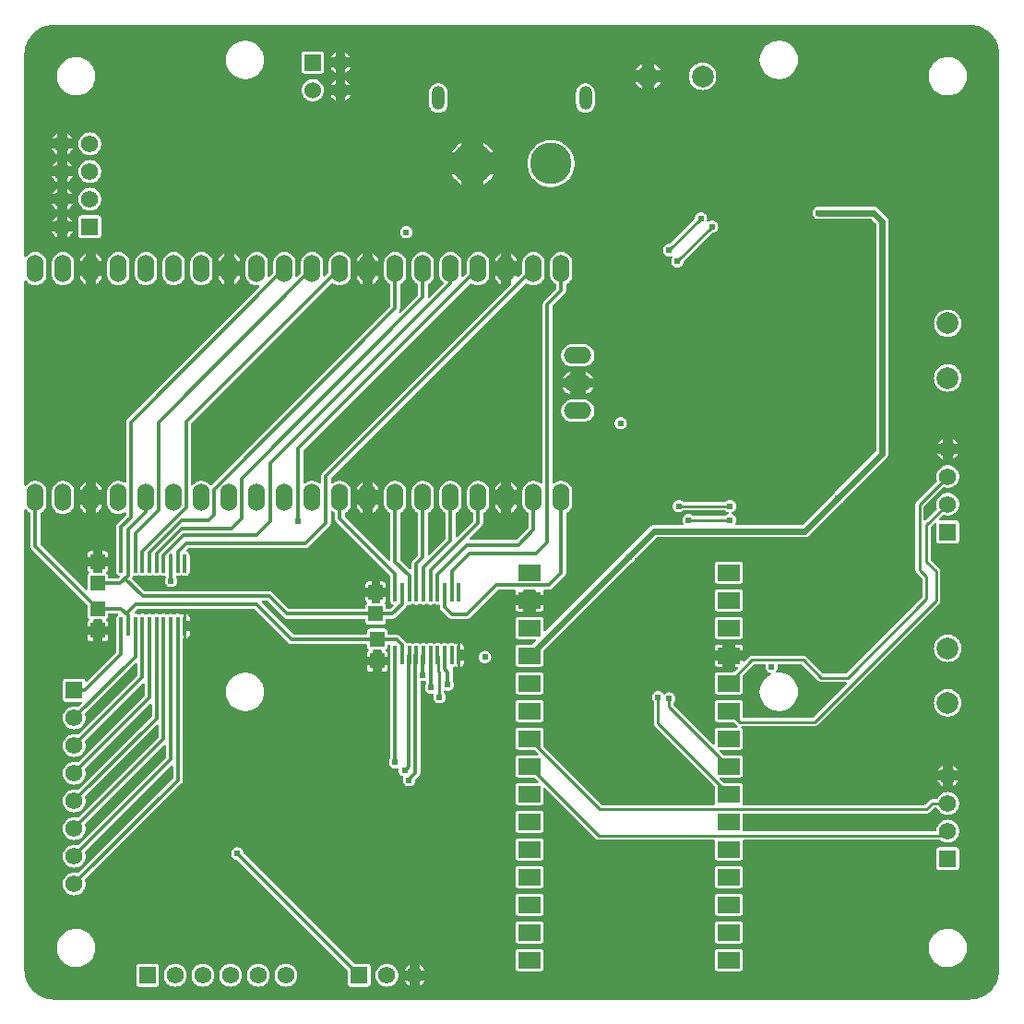
<source format=gbl>
G04 Layer: BottomLayer*
G04 EasyEDA v6.5.48, 2025-01-21 22:01:40*
G04 ce5bcd5d7360488599399ea35ca3f730,208856bd7ad64deca1bfdec547b981c7,10*
G04 Gerber Generator version 0.2*
G04 Scale: 100 percent, Rotated: No, Reflected: No *
G04 Dimensions in millimeters *
G04 leading zeros omitted , absolute positions ,4 integer and 5 decimal *
%FSLAX45Y45*%
%MOMM*%

%AMMACRO1*21,1,$1,$2,0,0,$3*%
%AMMACRO2*4,1,5,1.016,-0.762,1.016,0.762,-0.762,0.762,-1.016,0.762,-1.016,-0.762,1.016,-0.762,0*%
%ADD10C,0.2540*%
%ADD11C,0.3640*%
%ADD12C,0.6000*%
%ADD13R,1.3500X1.4100*%
%ADD14MACRO1,1.35X1.41X0.0000*%
%ADD15O,0.36400740000000004X1.7420082*%
%ADD16O,2.54X1.524*%
%ADD17O,1.524X2.54*%
%ADD18MACRO2*%
%ADD19O,1.1999976X2.1999956000000003*%
%ADD20C,3.8000*%
%ADD21R,1.5748X1.5748*%
%ADD22C,1.5748*%
%ADD23R,1.5240X1.5240*%
%ADD24C,1.5240*%
%ADD25C,2.0000*%
%ADD26C,0.6096*%
%ADD27C,0.6200*%
%ADD28C,0.0162*%

%LPD*%
G36*
X3354781Y-5389981D02*
G01*
X3350869Y-5389219D01*
X3347567Y-5386984D01*
X3345383Y-5383682D01*
X3344621Y-5379821D01*
X3344621Y-5364073D01*
X3343910Y-5357774D01*
X3341979Y-5352288D01*
X3338880Y-5347411D01*
X3334816Y-5343296D01*
X3330752Y-5339791D01*
X3329178Y-5336032D01*
X3329178Y-5331968D01*
X3330752Y-5328208D01*
X3334816Y-5324703D01*
X3338880Y-5320588D01*
X3341979Y-5315712D01*
X3343910Y-5310225D01*
X3344621Y-5303926D01*
X3344621Y-5275580D01*
X3291281Y-5275580D01*
X3291281Y-5327446D01*
X3290519Y-5331307D01*
X3288334Y-5334609D01*
X3285032Y-5336844D01*
X3281121Y-5337606D01*
X3221278Y-5337606D01*
X3217367Y-5336844D01*
X3214065Y-5334609D01*
X3211880Y-5331307D01*
X3211118Y-5327446D01*
X3211118Y-5275580D01*
X3157778Y-5275580D01*
X3157778Y-5303926D01*
X3158490Y-5310225D01*
X3160420Y-5315712D01*
X3163519Y-5320588D01*
X3167583Y-5324703D01*
X3171647Y-5328208D01*
X3173222Y-5331968D01*
X3173222Y-5336032D01*
X3171647Y-5339791D01*
X3167583Y-5343296D01*
X3163519Y-5347411D01*
X3160420Y-5352288D01*
X3158490Y-5357774D01*
X3157778Y-5364073D01*
X3157778Y-5379720D01*
X3157016Y-5383631D01*
X3154832Y-5386933D01*
X3151530Y-5389118D01*
X3147618Y-5389880D01*
X2459278Y-5389880D01*
X2455367Y-5389118D01*
X2452116Y-5386933D01*
X2303272Y-5238140D01*
X2296515Y-5233060D01*
X2289200Y-5229402D01*
X2281377Y-5227167D01*
X2272842Y-5226405D01*
X1134516Y-5226405D01*
X1130604Y-5225643D01*
X1127353Y-5223408D01*
X1018133Y-5114239D01*
X1015796Y-5110581D01*
X1015187Y-5106314D01*
X1016406Y-5102199D01*
X1018946Y-5097475D01*
X1019962Y-5095036D01*
X1021842Y-5089194D01*
X1023569Y-5085943D01*
X1026312Y-5083505D01*
X1029716Y-5082235D01*
X1033424Y-5082235D01*
X1039926Y-5083454D01*
X1048054Y-5083454D01*
X1056081Y-5081981D01*
X1063650Y-5079034D01*
X1071168Y-5074412D01*
X1074623Y-5073040D01*
X1078382Y-5073040D01*
X1081836Y-5074412D01*
X1089355Y-5079034D01*
X1096924Y-5081981D01*
X1104950Y-5083454D01*
X1113078Y-5083454D01*
X1121054Y-5081981D01*
X1128623Y-5079034D01*
X1136142Y-5074412D01*
X1139647Y-5073040D01*
X1143355Y-5073040D01*
X1146860Y-5074412D01*
X1154379Y-5079034D01*
X1161948Y-5081981D01*
X1169924Y-5083454D01*
X1178052Y-5083454D01*
X1186078Y-5081981D01*
X1193647Y-5079034D01*
X1201166Y-5074412D01*
X1204620Y-5073040D01*
X1208379Y-5073040D01*
X1211834Y-5074412D01*
X1219352Y-5079034D01*
X1226921Y-5081981D01*
X1234948Y-5083454D01*
X1243076Y-5083454D01*
X1251051Y-5081981D01*
X1258620Y-5079034D01*
X1266139Y-5074412D01*
X1269644Y-5073040D01*
X1273352Y-5073040D01*
X1276858Y-5074412D01*
X1284376Y-5079034D01*
X1291945Y-5081981D01*
X1299921Y-5083454D01*
X1308049Y-5083454D01*
X1312875Y-5082590D01*
X1317294Y-5082743D01*
X1321206Y-5084775D01*
X1323949Y-5088229D01*
X1324914Y-5092547D01*
X1324559Y-5098135D01*
X1323594Y-5100523D01*
X1319784Y-5107381D01*
X1316583Y-5116474D01*
X1314958Y-5125974D01*
X1314958Y-5135626D01*
X1316583Y-5145125D01*
X1319784Y-5154218D01*
X1324457Y-5162651D01*
X1330553Y-5170170D01*
X1337767Y-5176520D01*
X1345996Y-5181600D01*
X1354937Y-5185156D01*
X1364386Y-5187188D01*
X1374038Y-5187645D01*
X1383588Y-5186375D01*
X1392783Y-5183581D01*
X1401419Y-5179212D01*
X1409192Y-5173472D01*
X1415846Y-5166512D01*
X1421231Y-5158536D01*
X1425244Y-5149748D01*
X1427632Y-5140401D01*
X1428496Y-5130800D01*
X1427632Y-5121198D01*
X1425244Y-5111851D01*
X1421231Y-5103063D01*
X1418437Y-5098948D01*
X1416913Y-5095290D01*
X1416913Y-5091328D01*
X1418386Y-5087670D01*
X1421130Y-5084826D01*
X1424787Y-5083302D01*
X1438046Y-5083454D01*
X1446072Y-5081981D01*
X1453642Y-5079034D01*
X1461160Y-5074412D01*
X1464614Y-5073040D01*
X1468374Y-5073040D01*
X1471828Y-5074412D01*
X1479346Y-5079034D01*
X1486916Y-5081981D01*
X1494942Y-5083454D01*
X1503070Y-5083454D01*
X1511046Y-5081981D01*
X1518615Y-5079034D01*
X1525574Y-5074767D01*
X1531569Y-5069281D01*
X1536446Y-5062778D01*
X1540103Y-5055514D01*
X1542338Y-5047691D01*
X1543100Y-5039156D01*
X1543100Y-4902250D01*
X1542338Y-4893716D01*
X1540103Y-4885893D01*
X1536446Y-4878628D01*
X1531569Y-4872126D01*
X1525574Y-4866640D01*
X1517548Y-4861763D01*
X1514856Y-4859324D01*
X1513128Y-4856073D01*
X1512722Y-4852466D01*
X1513586Y-4848910D01*
X1515668Y-4845913D01*
X1526590Y-4834991D01*
X1529892Y-4832807D01*
X1533753Y-4831994D01*
X2605176Y-4831943D01*
X2613609Y-4830775D01*
X2621280Y-4828235D01*
X2628392Y-4824272D01*
X2635046Y-4818735D01*
X2826359Y-4627372D01*
X2831439Y-4620615D01*
X2835097Y-4613300D01*
X2837332Y-4605477D01*
X2838094Y-4596942D01*
X2838094Y-4500727D01*
X2838856Y-4496917D01*
X2840939Y-4493717D01*
X2844088Y-4491482D01*
X2847848Y-4490567D01*
X2851658Y-4491126D01*
X2854960Y-4493107D01*
X2858871Y-4496511D01*
X2874213Y-4506772D01*
X2876194Y-4509973D01*
X2876905Y-4513630D01*
X2876956Y-4560976D01*
X2878124Y-4569409D01*
X2880664Y-4577080D01*
X2884627Y-4584192D01*
X2890164Y-4590846D01*
X3381400Y-5082082D01*
X3383584Y-5085384D01*
X3384397Y-5089245D01*
X3384499Y-5305856D01*
X3385312Y-5314391D01*
X3387496Y-5322214D01*
X3391154Y-5329478D01*
X3396030Y-5335981D01*
X3402025Y-5341467D01*
X3409746Y-5346242D01*
X3412439Y-5348681D01*
X3414115Y-5351932D01*
X3414572Y-5355539D01*
X3413658Y-5359044D01*
X3411626Y-5362041D01*
X3386734Y-5386984D01*
X3383432Y-5389168D01*
X3379571Y-5389981D01*
G37*

%LPC*%
G36*
X3291281Y-5192420D02*
G01*
X3344621Y-5192420D01*
X3344621Y-5164074D01*
X3343910Y-5157724D01*
X3341979Y-5152288D01*
X3338880Y-5147360D01*
X3334816Y-5143296D01*
X3329889Y-5140198D01*
X3324453Y-5138318D01*
X3318154Y-5137607D01*
X3291281Y-5137607D01*
G37*
G36*
X3157778Y-5192420D02*
G01*
X3211118Y-5192420D01*
X3211118Y-5137607D01*
X3184245Y-5137607D01*
X3177946Y-5138318D01*
X3172510Y-5140198D01*
X3167583Y-5143296D01*
X3163519Y-5147360D01*
X3160420Y-5152288D01*
X3158490Y-5157724D01*
X3157778Y-5164074D01*
G37*

%LPD*%
G36*
X300278Y-8974074D02*
G01*
X278079Y-8973159D01*
X256743Y-8970619D01*
X235610Y-8966352D01*
X214934Y-8960510D01*
X194767Y-8953042D01*
X175209Y-8944000D01*
X156464Y-8933434D01*
X138582Y-8921445D01*
X121716Y-8908135D01*
X105918Y-8893505D01*
X91338Y-8877655D01*
X78028Y-8860739D01*
X66141Y-8842857D01*
X55626Y-8824061D01*
X46634Y-8804503D01*
X39217Y-8784285D01*
X33426Y-8763558D01*
X29260Y-8742476D01*
X26771Y-8721090D01*
X25908Y-8699296D01*
X25908Y-4481068D01*
X26822Y-4476851D01*
X29362Y-4473397D01*
X33121Y-4471314D01*
X37388Y-4470958D01*
X41452Y-4472432D01*
X44500Y-4475429D01*
X46024Y-4477664D01*
X54813Y-4487672D01*
X64871Y-4496511D01*
X80213Y-4506772D01*
X82194Y-4509973D01*
X82905Y-4513630D01*
X82956Y-4816602D01*
X84124Y-4824984D01*
X86664Y-4832705D01*
X90627Y-4839817D01*
X96164Y-4846421D01*
X602132Y-5352389D01*
X604316Y-5355691D01*
X605078Y-5359603D01*
X605078Y-5456326D01*
X605790Y-5462625D01*
X607720Y-5468112D01*
X610819Y-5472988D01*
X614883Y-5477103D01*
X618947Y-5480608D01*
X620522Y-5484368D01*
X620522Y-5488432D01*
X618947Y-5492191D01*
X614883Y-5495696D01*
X610819Y-5499811D01*
X607720Y-5504688D01*
X605790Y-5510174D01*
X605078Y-5516473D01*
X605078Y-5544820D01*
X658418Y-5544820D01*
X658418Y-5492953D01*
X659180Y-5489092D01*
X661365Y-5485790D01*
X664667Y-5483555D01*
X668578Y-5482793D01*
X728421Y-5482793D01*
X732332Y-5483555D01*
X735634Y-5485790D01*
X737819Y-5489092D01*
X738581Y-5492953D01*
X738581Y-5544820D01*
X791921Y-5544820D01*
X791921Y-5516473D01*
X791210Y-5510174D01*
X789279Y-5504688D01*
X786180Y-5499811D01*
X782116Y-5495696D01*
X778052Y-5492191D01*
X776478Y-5488432D01*
X776478Y-5484368D01*
X778052Y-5480608D01*
X782116Y-5477103D01*
X786180Y-5472988D01*
X789279Y-5468112D01*
X791210Y-5462625D01*
X791921Y-5456326D01*
X791921Y-5439867D01*
X792683Y-5436006D01*
X794867Y-5432704D01*
X798118Y-5430520D01*
X801979Y-5429707D01*
X873912Y-5429199D01*
X878281Y-5430164D01*
X881837Y-5432907D01*
X883869Y-5436920D01*
X883919Y-5441391D01*
X882091Y-5445506D01*
X876553Y-5452821D01*
X872896Y-5460085D01*
X870712Y-5467908D01*
X869899Y-5476443D01*
X869797Y-5545378D01*
X870254Y-5781446D01*
X869492Y-5785358D01*
X867257Y-5788660D01*
X603097Y-6052820D01*
X599694Y-6055055D01*
X595680Y-6055817D01*
X591718Y-6054902D01*
X588416Y-6052515D01*
X586333Y-6049010D01*
X584606Y-6044133D01*
X581558Y-6039256D01*
X577443Y-6035141D01*
X572566Y-6032093D01*
X567080Y-6030163D01*
X560781Y-6029452D01*
X404418Y-6029452D01*
X398119Y-6030163D01*
X392633Y-6032093D01*
X387756Y-6035141D01*
X383641Y-6039256D01*
X380593Y-6044133D01*
X378663Y-6049619D01*
X377952Y-6055918D01*
X377952Y-6212281D01*
X378663Y-6218580D01*
X380593Y-6224066D01*
X383641Y-6228943D01*
X387756Y-6233058D01*
X392633Y-6236106D01*
X398119Y-6238036D01*
X404418Y-6238748D01*
X545033Y-6238748D01*
X548944Y-6239510D01*
X552246Y-6241745D01*
X554431Y-6244996D01*
X555193Y-6248908D01*
X554431Y-6252819D01*
X552246Y-6256070D01*
X522833Y-6285534D01*
X519734Y-6287617D01*
X516077Y-6288481D01*
X512368Y-6287973D01*
X509676Y-6287058D01*
X496265Y-6284366D01*
X482600Y-6283452D01*
X468934Y-6284366D01*
X455523Y-6287058D01*
X442569Y-6291427D01*
X430276Y-6297472D01*
X418896Y-6305092D01*
X408635Y-6314135D01*
X399592Y-6324396D01*
X391972Y-6335776D01*
X385927Y-6348069D01*
X381558Y-6361023D01*
X378866Y-6374434D01*
X377952Y-6388100D01*
X378866Y-6401765D01*
X381558Y-6415176D01*
X385927Y-6428130D01*
X391972Y-6440424D01*
X399592Y-6451803D01*
X408635Y-6462064D01*
X418896Y-6471107D01*
X430276Y-6478727D01*
X442569Y-6484772D01*
X455523Y-6489141D01*
X468934Y-6491833D01*
X482600Y-6492748D01*
X496265Y-6491833D01*
X509676Y-6489141D01*
X522630Y-6484772D01*
X534924Y-6478727D01*
X546303Y-6471107D01*
X556564Y-6462064D01*
X565607Y-6451803D01*
X573227Y-6440424D01*
X579272Y-6428130D01*
X583641Y-6415176D01*
X586333Y-6401765D01*
X587248Y-6388100D01*
X586333Y-6374434D01*
X583641Y-6361023D01*
X582726Y-6358331D01*
X582218Y-6354622D01*
X583082Y-6350965D01*
X585165Y-6347866D01*
X1047546Y-5885535D01*
X1050848Y-5883351D01*
X1054709Y-5882589D01*
X1058621Y-5883351D01*
X1061923Y-5885535D01*
X1064107Y-5888837D01*
X1064869Y-5892749D01*
X1064869Y-5993231D01*
X1064107Y-5997143D01*
X1061923Y-6000394D01*
X522833Y-6539534D01*
X519734Y-6541617D01*
X516077Y-6542481D01*
X512368Y-6541973D01*
X509676Y-6541058D01*
X496265Y-6538366D01*
X482600Y-6537452D01*
X468934Y-6538366D01*
X455523Y-6541058D01*
X442569Y-6545427D01*
X430276Y-6551472D01*
X418896Y-6559092D01*
X408635Y-6568135D01*
X399592Y-6578396D01*
X391972Y-6589775D01*
X385927Y-6602069D01*
X381558Y-6615023D01*
X378866Y-6628434D01*
X377952Y-6642100D01*
X378866Y-6655765D01*
X381558Y-6669176D01*
X385927Y-6682130D01*
X391972Y-6694424D01*
X399592Y-6705803D01*
X408635Y-6716064D01*
X418896Y-6725107D01*
X430276Y-6732727D01*
X442569Y-6738772D01*
X455523Y-6743141D01*
X468934Y-6745833D01*
X482600Y-6746748D01*
X496265Y-6745833D01*
X509676Y-6743141D01*
X522630Y-6738772D01*
X534924Y-6732727D01*
X546303Y-6725107D01*
X556564Y-6716064D01*
X565607Y-6705803D01*
X573227Y-6694424D01*
X579272Y-6682130D01*
X583641Y-6669176D01*
X586333Y-6655765D01*
X587248Y-6642100D01*
X586333Y-6628434D01*
X583641Y-6615023D01*
X582726Y-6612331D01*
X582218Y-6608622D01*
X583082Y-6604965D01*
X585165Y-6601866D01*
X1112570Y-6074511D01*
X1115872Y-6072327D01*
X1119733Y-6071565D01*
X1123645Y-6072327D01*
X1126947Y-6074511D01*
X1129131Y-6077813D01*
X1129893Y-6081725D01*
X1129893Y-6182207D01*
X1129131Y-6186119D01*
X1126947Y-6189370D01*
X522833Y-6793534D01*
X519734Y-6795617D01*
X516077Y-6796481D01*
X512368Y-6795973D01*
X509676Y-6795058D01*
X496265Y-6792366D01*
X482600Y-6791452D01*
X468934Y-6792366D01*
X455523Y-6795058D01*
X442569Y-6799427D01*
X430276Y-6805472D01*
X418896Y-6813092D01*
X408635Y-6822135D01*
X399592Y-6832396D01*
X391972Y-6843775D01*
X385927Y-6856069D01*
X381558Y-6869023D01*
X378866Y-6882434D01*
X377952Y-6896100D01*
X378866Y-6909765D01*
X381558Y-6923176D01*
X385927Y-6936130D01*
X391972Y-6948424D01*
X399592Y-6959803D01*
X408635Y-6970064D01*
X418896Y-6979107D01*
X430276Y-6986727D01*
X442569Y-6992772D01*
X455523Y-6997141D01*
X468934Y-6999833D01*
X482600Y-7000748D01*
X496265Y-6999833D01*
X509676Y-6997141D01*
X522630Y-6992772D01*
X534924Y-6986727D01*
X546303Y-6979107D01*
X556564Y-6970064D01*
X565607Y-6959803D01*
X573227Y-6948424D01*
X579272Y-6936130D01*
X583641Y-6923176D01*
X586333Y-6909765D01*
X587248Y-6896100D01*
X586333Y-6882434D01*
X583641Y-6869023D01*
X582726Y-6866331D01*
X582218Y-6862622D01*
X583082Y-6858965D01*
X585165Y-6855866D01*
X1177544Y-6263538D01*
X1180846Y-6261303D01*
X1184757Y-6260541D01*
X1188618Y-6261303D01*
X1191920Y-6263538D01*
X1194155Y-6266840D01*
X1194917Y-6270701D01*
X1194917Y-6371234D01*
X1194155Y-6375095D01*
X1191920Y-6378397D01*
X522833Y-7047534D01*
X519734Y-7049617D01*
X516077Y-7050481D01*
X512368Y-7049973D01*
X509676Y-7049058D01*
X496265Y-7046366D01*
X482600Y-7045452D01*
X468934Y-7046366D01*
X455523Y-7049058D01*
X442569Y-7053427D01*
X430276Y-7059472D01*
X418896Y-7067092D01*
X408635Y-7076135D01*
X399592Y-7086396D01*
X391972Y-7097775D01*
X385927Y-7110069D01*
X381558Y-7123023D01*
X378866Y-7136434D01*
X377952Y-7150100D01*
X378866Y-7163765D01*
X381558Y-7177176D01*
X385927Y-7190130D01*
X391972Y-7202424D01*
X399592Y-7213803D01*
X408635Y-7224064D01*
X418896Y-7233107D01*
X430276Y-7240727D01*
X442569Y-7246772D01*
X455523Y-7251141D01*
X468934Y-7253833D01*
X482600Y-7254748D01*
X496265Y-7253833D01*
X509676Y-7251141D01*
X522630Y-7246772D01*
X534924Y-7240727D01*
X546303Y-7233107D01*
X556564Y-7224064D01*
X565607Y-7213803D01*
X573227Y-7202424D01*
X579272Y-7190130D01*
X583641Y-7177176D01*
X586333Y-7163765D01*
X587248Y-7150100D01*
X586333Y-7136434D01*
X583641Y-7123023D01*
X582726Y-7120331D01*
X582218Y-7116622D01*
X583082Y-7112965D01*
X585165Y-7109866D01*
X1242568Y-6452514D01*
X1245870Y-6450330D01*
X1249730Y-6449568D01*
X1253642Y-6450330D01*
X1256944Y-6452514D01*
X1259128Y-6455816D01*
X1259890Y-6459728D01*
X1259890Y-6560210D01*
X1259128Y-6564122D01*
X1256944Y-6567373D01*
X522833Y-7301534D01*
X519734Y-7303617D01*
X516077Y-7304481D01*
X512368Y-7303973D01*
X509676Y-7303058D01*
X496265Y-7300366D01*
X482600Y-7299452D01*
X468934Y-7300366D01*
X455523Y-7303058D01*
X442569Y-7307427D01*
X430276Y-7313472D01*
X418896Y-7321092D01*
X408635Y-7330135D01*
X399592Y-7340396D01*
X391972Y-7351775D01*
X385927Y-7364069D01*
X381558Y-7377023D01*
X378866Y-7390434D01*
X377952Y-7404100D01*
X378866Y-7417765D01*
X381558Y-7431176D01*
X385927Y-7444130D01*
X391972Y-7456424D01*
X399592Y-7467803D01*
X408635Y-7478064D01*
X418896Y-7487107D01*
X430276Y-7494727D01*
X442569Y-7500772D01*
X455523Y-7505141D01*
X468934Y-7507833D01*
X482600Y-7508748D01*
X496265Y-7507833D01*
X509676Y-7505141D01*
X522630Y-7500772D01*
X534924Y-7494727D01*
X546303Y-7487107D01*
X556564Y-7478064D01*
X565607Y-7467803D01*
X573227Y-7456424D01*
X579272Y-7444130D01*
X583641Y-7431176D01*
X586333Y-7417765D01*
X587248Y-7404100D01*
X586333Y-7390434D01*
X583641Y-7377023D01*
X582726Y-7374331D01*
X582218Y-7370622D01*
X583082Y-7366965D01*
X585165Y-7363866D01*
X1307541Y-6641541D01*
X1310843Y-6639306D01*
X1314754Y-6638544D01*
X1318615Y-6639306D01*
X1321917Y-6641541D01*
X1324152Y-6644843D01*
X1324914Y-6648703D01*
X1324914Y-6749237D01*
X1324152Y-6753098D01*
X1321917Y-6756400D01*
X522833Y-7555534D01*
X519734Y-7557617D01*
X516077Y-7558481D01*
X512368Y-7557973D01*
X509676Y-7557058D01*
X496265Y-7554366D01*
X482600Y-7553452D01*
X468934Y-7554366D01*
X455523Y-7557058D01*
X442569Y-7561427D01*
X430276Y-7567472D01*
X418896Y-7575092D01*
X408635Y-7584135D01*
X399592Y-7594396D01*
X391972Y-7605775D01*
X385927Y-7618069D01*
X381558Y-7631023D01*
X378866Y-7644434D01*
X377952Y-7658100D01*
X378866Y-7671765D01*
X381558Y-7685176D01*
X385927Y-7698130D01*
X391972Y-7710424D01*
X399592Y-7721803D01*
X408635Y-7732064D01*
X418896Y-7741107D01*
X430276Y-7748727D01*
X442569Y-7754772D01*
X455523Y-7759141D01*
X468934Y-7761833D01*
X482600Y-7762748D01*
X496265Y-7761833D01*
X509676Y-7759141D01*
X522630Y-7754772D01*
X534924Y-7748727D01*
X546303Y-7741107D01*
X556564Y-7732064D01*
X565607Y-7721803D01*
X573227Y-7710424D01*
X579272Y-7698130D01*
X583641Y-7685176D01*
X586333Y-7671765D01*
X587248Y-7658100D01*
X586333Y-7644434D01*
X583641Y-7631023D01*
X582726Y-7628331D01*
X582218Y-7624622D01*
X583082Y-7620965D01*
X585165Y-7617866D01*
X1372565Y-6830517D01*
X1375867Y-6828332D01*
X1379728Y-6827570D01*
X1383639Y-6828332D01*
X1386941Y-6830517D01*
X1389126Y-6833819D01*
X1389888Y-6837730D01*
X1389888Y-6938213D01*
X1389126Y-6942124D01*
X1386941Y-6945375D01*
X522833Y-7809534D01*
X519734Y-7811617D01*
X516077Y-7812481D01*
X512368Y-7811973D01*
X509676Y-7811058D01*
X496265Y-7808366D01*
X482600Y-7807452D01*
X468934Y-7808366D01*
X455523Y-7811058D01*
X442569Y-7815427D01*
X430276Y-7821472D01*
X418896Y-7829092D01*
X408635Y-7838135D01*
X399592Y-7848396D01*
X391972Y-7859775D01*
X385927Y-7872069D01*
X381558Y-7885023D01*
X378866Y-7898434D01*
X377952Y-7912100D01*
X378866Y-7925765D01*
X381558Y-7939176D01*
X385927Y-7952130D01*
X391972Y-7964424D01*
X399592Y-7975803D01*
X408635Y-7986064D01*
X418896Y-7995107D01*
X430276Y-8002727D01*
X442569Y-8008772D01*
X455523Y-8013141D01*
X468934Y-8015833D01*
X482600Y-8016748D01*
X496265Y-8015833D01*
X509676Y-8013141D01*
X522630Y-8008772D01*
X534924Y-8002727D01*
X546303Y-7995107D01*
X556564Y-7986064D01*
X565607Y-7975803D01*
X573227Y-7964424D01*
X579272Y-7952130D01*
X583641Y-7939176D01*
X586333Y-7925765D01*
X587248Y-7912100D01*
X586333Y-7898434D01*
X583641Y-7885023D01*
X582726Y-7882331D01*
X582218Y-7878622D01*
X583082Y-7874965D01*
X585165Y-7871866D01*
X1466342Y-6990638D01*
X1471472Y-6983882D01*
X1475079Y-6976618D01*
X1477314Y-6968794D01*
X1478127Y-6960209D01*
X1478127Y-5666790D01*
X1479092Y-5662472D01*
X1481785Y-5658967D01*
X1483563Y-5658053D01*
X1483563Y-5593638D01*
X1480667Y-5591352D01*
X1478788Y-5588254D01*
X1478127Y-5584647D01*
X1478127Y-5505145D01*
X1478788Y-5501538D01*
X1480667Y-5498439D01*
X1483563Y-5496153D01*
X1483563Y-5434939D01*
X1479346Y-5436565D01*
X1471828Y-5441188D01*
X1468374Y-5442559D01*
X1464614Y-5442559D01*
X1461160Y-5441188D01*
X1453642Y-5436565D01*
X1446072Y-5433618D01*
X1438046Y-5432145D01*
X1429918Y-5432145D01*
X1421942Y-5433618D01*
X1414373Y-5436565D01*
X1406855Y-5441188D01*
X1403350Y-5442559D01*
X1399641Y-5442559D01*
X1396136Y-5441188D01*
X1388618Y-5436565D01*
X1381048Y-5433618D01*
X1373073Y-5432145D01*
X1364945Y-5432145D01*
X1356918Y-5433618D01*
X1349349Y-5436565D01*
X1341831Y-5441188D01*
X1338376Y-5442559D01*
X1334617Y-5442559D01*
X1331163Y-5441188D01*
X1323644Y-5436565D01*
X1316075Y-5433618D01*
X1308049Y-5432145D01*
X1299921Y-5432145D01*
X1291945Y-5433618D01*
X1284376Y-5436565D01*
X1276858Y-5441188D01*
X1273352Y-5442559D01*
X1269644Y-5442559D01*
X1266139Y-5441188D01*
X1258620Y-5436565D01*
X1251051Y-5433618D01*
X1243076Y-5432145D01*
X1234948Y-5432145D01*
X1226921Y-5433618D01*
X1219352Y-5436565D01*
X1211834Y-5441188D01*
X1208379Y-5442559D01*
X1204620Y-5442559D01*
X1201166Y-5441188D01*
X1193647Y-5436565D01*
X1186078Y-5433618D01*
X1178052Y-5432145D01*
X1169924Y-5432145D01*
X1161948Y-5433618D01*
X1154379Y-5436565D01*
X1146860Y-5441188D01*
X1143355Y-5442559D01*
X1139647Y-5442559D01*
X1136142Y-5441188D01*
X1128623Y-5436565D01*
X1121054Y-5433618D01*
X1113078Y-5432145D01*
X1104950Y-5432145D01*
X1096924Y-5433618D01*
X1089355Y-5436565D01*
X1081836Y-5441188D01*
X1078382Y-5442559D01*
X1074623Y-5442559D01*
X1071168Y-5441188D01*
X1063650Y-5436565D01*
X1056081Y-5433618D01*
X1048054Y-5432145D01*
X1045768Y-5432145D01*
X1041908Y-5431332D01*
X1038606Y-5429148D01*
X1036421Y-5425846D01*
X1035608Y-5421985D01*
X1036421Y-5418074D01*
X1038606Y-5414772D01*
X1059535Y-5393791D01*
X1062837Y-5391607D01*
X1066698Y-5390794D01*
X2136546Y-5390794D01*
X2140407Y-5391607D01*
X2143709Y-5393791D01*
X2448052Y-5698083D01*
X2454808Y-5703163D01*
X2462123Y-5706821D01*
X2469946Y-5709056D01*
X2478481Y-5709818D01*
X3160318Y-5709818D01*
X3164230Y-5710631D01*
X3167532Y-5712815D01*
X3169716Y-5716117D01*
X3170478Y-5719978D01*
X3170478Y-5735726D01*
X3171190Y-5742025D01*
X3173120Y-5747512D01*
X3176219Y-5752388D01*
X3180283Y-5756503D01*
X3184347Y-5760008D01*
X3185922Y-5763768D01*
X3185922Y-5767832D01*
X3184347Y-5771591D01*
X3180283Y-5775096D01*
X3176219Y-5779211D01*
X3173120Y-5784088D01*
X3171190Y-5789574D01*
X3170478Y-5795873D01*
X3170478Y-5824220D01*
X3223818Y-5824220D01*
X3223818Y-5772353D01*
X3224580Y-5768492D01*
X3226765Y-5765190D01*
X3230067Y-5762955D01*
X3233978Y-5762193D01*
X3293821Y-5762193D01*
X3297732Y-5762955D01*
X3301034Y-5765190D01*
X3303219Y-5768492D01*
X3303981Y-5772353D01*
X3303981Y-5824220D01*
X3357321Y-5824220D01*
X3357321Y-5795873D01*
X3356610Y-5789574D01*
X3354679Y-5784088D01*
X3351580Y-5779211D01*
X3347516Y-5775096D01*
X3343452Y-5771591D01*
X3341878Y-5767832D01*
X3341878Y-5763768D01*
X3343452Y-5760008D01*
X3347516Y-5756503D01*
X3351580Y-5752388D01*
X3354679Y-5747512D01*
X3356610Y-5742025D01*
X3357321Y-5735726D01*
X3357321Y-5724093D01*
X3358083Y-5720232D01*
X3360267Y-5716930D01*
X3363518Y-5714746D01*
X3367379Y-5713933D01*
X3377641Y-5713831D01*
X3381349Y-5714492D01*
X3384550Y-5716473D01*
X3386836Y-5719419D01*
X3387851Y-5723026D01*
X3387496Y-5726785D01*
X3385312Y-5734608D01*
X3384499Y-5743143D01*
X3384499Y-5880049D01*
X3384905Y-5884824D01*
X3384905Y-6755333D01*
X3384296Y-6758736D01*
X3381857Y-6762648D01*
X3377184Y-6771081D01*
X3373983Y-6780174D01*
X3372358Y-6789674D01*
X3372358Y-6799325D01*
X3373983Y-6808825D01*
X3377184Y-6817918D01*
X3381857Y-6826351D01*
X3387953Y-6833870D01*
X3395167Y-6840220D01*
X3403396Y-6845300D01*
X3412337Y-6848856D01*
X3421786Y-6850888D01*
X3431438Y-6851345D01*
X3440988Y-6850075D01*
X3449421Y-6847484D01*
X3453536Y-6847128D01*
X3457448Y-6848398D01*
X3460546Y-6851091D01*
X3462274Y-6854850D01*
X3462426Y-6858914D01*
X3461258Y-6865874D01*
X3461258Y-6875525D01*
X3462883Y-6885025D01*
X3466084Y-6894118D01*
X3470757Y-6902551D01*
X3476853Y-6910070D01*
X3484067Y-6916420D01*
X3492296Y-6921500D01*
X3498189Y-6923836D01*
X3501440Y-6925970D01*
X3503676Y-6929120D01*
X3504590Y-6932879D01*
X3503980Y-6936689D01*
X3500983Y-6945274D01*
X3499358Y-6954774D01*
X3499358Y-6964425D01*
X3500983Y-6973925D01*
X3504184Y-6983018D01*
X3508857Y-6991451D01*
X3514953Y-6998970D01*
X3522167Y-7005320D01*
X3530396Y-7010400D01*
X3539337Y-7013956D01*
X3548786Y-7015988D01*
X3558438Y-7016445D01*
X3567988Y-7015175D01*
X3577183Y-7012381D01*
X3585819Y-7008012D01*
X3593592Y-7002272D01*
X3600246Y-6995312D01*
X3605631Y-6987336D01*
X3609644Y-6978548D01*
X3612032Y-6969201D01*
X3612591Y-6962851D01*
X3613505Y-6959447D01*
X3615537Y-6956552D01*
X3647541Y-6924497D01*
X3652672Y-6917690D01*
X3656279Y-6910425D01*
X3658514Y-6902602D01*
X3659327Y-6894017D01*
X3659327Y-6059830D01*
X3660292Y-6055461D01*
X3663086Y-6051956D01*
X3667099Y-6049975D01*
X3671620Y-6049924D01*
X3675786Y-6050788D01*
X3685438Y-6051245D01*
X3700119Y-6049162D01*
X3703777Y-6050127D01*
X3706774Y-6052362D01*
X3708806Y-6055563D01*
X3709517Y-6059271D01*
X3709517Y-6078829D01*
X3709162Y-6081369D01*
X3707384Y-6085281D01*
X3704183Y-6094374D01*
X3702558Y-6103874D01*
X3702558Y-6113526D01*
X3704183Y-6123025D01*
X3707384Y-6132118D01*
X3712057Y-6140551D01*
X3718153Y-6148070D01*
X3725367Y-6154420D01*
X3733596Y-6159500D01*
X3742537Y-6163056D01*
X3751986Y-6165088D01*
X3761638Y-6165545D01*
X3771442Y-6164275D01*
X3775557Y-6164580D01*
X3779215Y-6166510D01*
X3781755Y-6169710D01*
X3782872Y-6173673D01*
X3782314Y-6177737D01*
X3780383Y-6183274D01*
X3778758Y-6192774D01*
X3778758Y-6202426D01*
X3780383Y-6211925D01*
X3783584Y-6221018D01*
X3788257Y-6229451D01*
X3794353Y-6236970D01*
X3801567Y-6243320D01*
X3809796Y-6248400D01*
X3818737Y-6251956D01*
X3828186Y-6253988D01*
X3837838Y-6254445D01*
X3847388Y-6253175D01*
X3856583Y-6250381D01*
X3865219Y-6246012D01*
X3872992Y-6240272D01*
X3879646Y-6233312D01*
X3885031Y-6225336D01*
X3889044Y-6216548D01*
X3891432Y-6207201D01*
X3892296Y-6197600D01*
X3891432Y-6187998D01*
X3889044Y-6178651D01*
X3885031Y-6169863D01*
X3879646Y-6161887D01*
X3876852Y-6158941D01*
X3874719Y-6155690D01*
X3874008Y-6151880D01*
X3874008Y-6144310D01*
X3874770Y-6140450D01*
X3876954Y-6137148D01*
X3880205Y-6134912D01*
X3884066Y-6134150D01*
X3887978Y-6134862D01*
X3894937Y-6137656D01*
X3904386Y-6139688D01*
X3914038Y-6140145D01*
X3923588Y-6138875D01*
X3932783Y-6136081D01*
X3941419Y-6131712D01*
X3949192Y-6125972D01*
X3955846Y-6119012D01*
X3961231Y-6111036D01*
X3965244Y-6102248D01*
X3967632Y-6092901D01*
X3968496Y-6083300D01*
X3967632Y-6073698D01*
X3965244Y-6064351D01*
X3961231Y-6055563D01*
X3957472Y-6049924D01*
X3956151Y-6047232D01*
X3955694Y-6044234D01*
X3955694Y-5931763D01*
X3956507Y-5927801D01*
X3958793Y-5924448D01*
X3962196Y-5922264D01*
X3968242Y-5919927D01*
X3975760Y-5915304D01*
X3979214Y-5913932D01*
X3982974Y-5913932D01*
X3986428Y-5915304D01*
X3993946Y-5919927D01*
X3998163Y-5921552D01*
X3998163Y-5860338D01*
X3995267Y-5858052D01*
X3993387Y-5854954D01*
X3992727Y-5851347D01*
X3992727Y-5771845D01*
X3993387Y-5768238D01*
X3995267Y-5765139D01*
X3998163Y-5762853D01*
X3998163Y-5701639D01*
X3993946Y-5703265D01*
X3986428Y-5707888D01*
X3982974Y-5709259D01*
X3979214Y-5709259D01*
X3975760Y-5707888D01*
X3968242Y-5703265D01*
X3960672Y-5700318D01*
X3952646Y-5698845D01*
X3944518Y-5698845D01*
X3936542Y-5700318D01*
X3928973Y-5703265D01*
X3921455Y-5707888D01*
X3917950Y-5709259D01*
X3914241Y-5709259D01*
X3910736Y-5707888D01*
X3903218Y-5703265D01*
X3895648Y-5700318D01*
X3887673Y-5698845D01*
X3879545Y-5698845D01*
X3871518Y-5700318D01*
X3863949Y-5703265D01*
X3856431Y-5707888D01*
X3852976Y-5709259D01*
X3849217Y-5709259D01*
X3845763Y-5707888D01*
X3838244Y-5703265D01*
X3830675Y-5700318D01*
X3822649Y-5698845D01*
X3814521Y-5698845D01*
X3806545Y-5700318D01*
X3798976Y-5703265D01*
X3791458Y-5707888D01*
X3787952Y-5709259D01*
X3784244Y-5709259D01*
X3780739Y-5707888D01*
X3773220Y-5703265D01*
X3765651Y-5700318D01*
X3757676Y-5698845D01*
X3749548Y-5698845D01*
X3741521Y-5700318D01*
X3733952Y-5703265D01*
X3726434Y-5707888D01*
X3722979Y-5709259D01*
X3719220Y-5709259D01*
X3715765Y-5707888D01*
X3708247Y-5703265D01*
X3700678Y-5700318D01*
X3692651Y-5698845D01*
X3684524Y-5698845D01*
X3676548Y-5700318D01*
X3668979Y-5703265D01*
X3661460Y-5707888D01*
X3657955Y-5709259D01*
X3654247Y-5709259D01*
X3650742Y-5707888D01*
X3643223Y-5703265D01*
X3635654Y-5700318D01*
X3627678Y-5698845D01*
X3619550Y-5698845D01*
X3611524Y-5700318D01*
X3603955Y-5703265D01*
X3596436Y-5707888D01*
X3592982Y-5709259D01*
X3589223Y-5709259D01*
X3585768Y-5707888D01*
X3578250Y-5703265D01*
X3570681Y-5700318D01*
X3562654Y-5698845D01*
X3554526Y-5698845D01*
X3546551Y-5700318D01*
X3540861Y-5702503D01*
X3537305Y-5703214D01*
X3533749Y-5702604D01*
X3530600Y-5700776D01*
X3528314Y-5697982D01*
X3527298Y-5696102D01*
X3521760Y-5689498D01*
X3468776Y-5636564D01*
X3461969Y-5631535D01*
X3454654Y-5627979D01*
X3446830Y-5625846D01*
X3438245Y-5625084D01*
X3367532Y-5625693D01*
X3363620Y-5624982D01*
X3360318Y-5622747D01*
X3358083Y-5619445D01*
X3357321Y-5615533D01*
X3357321Y-5595874D01*
X3356610Y-5589524D01*
X3354679Y-5584088D01*
X3351580Y-5579160D01*
X3347516Y-5575096D01*
X3342589Y-5571998D01*
X3337153Y-5570118D01*
X3330854Y-5569407D01*
X3196945Y-5569407D01*
X3190646Y-5570118D01*
X3185210Y-5571998D01*
X3180283Y-5575096D01*
X3176219Y-5579160D01*
X3173120Y-5584088D01*
X3171190Y-5589524D01*
X3170478Y-5595874D01*
X3170478Y-5611469D01*
X3169716Y-5615330D01*
X3167532Y-5618632D01*
X3164230Y-5620867D01*
X3160318Y-5621629D01*
X2500477Y-5621629D01*
X2496616Y-5620867D01*
X2493314Y-5618632D01*
X2206650Y-5331968D01*
X2204415Y-5328666D01*
X2203653Y-5324754D01*
X2204415Y-5320893D01*
X2206650Y-5317591D01*
X2209952Y-5315407D01*
X2213813Y-5314594D01*
X2250846Y-5314594D01*
X2254707Y-5315407D01*
X2258009Y-5317591D01*
X2406853Y-5466334D01*
X2413609Y-5471464D01*
X2420874Y-5475071D01*
X2428697Y-5477306D01*
X2437282Y-5478119D01*
X3147618Y-5478119D01*
X3151530Y-5478881D01*
X3154832Y-5481066D01*
X3157016Y-5484368D01*
X3157778Y-5488279D01*
X3157778Y-5503926D01*
X3158490Y-5510276D01*
X3160420Y-5515711D01*
X3163519Y-5520639D01*
X3167583Y-5524703D01*
X3172510Y-5527802D01*
X3177946Y-5529681D01*
X3184245Y-5530392D01*
X3318154Y-5530392D01*
X3324453Y-5529681D01*
X3329889Y-5527802D01*
X3334816Y-5524703D01*
X3338880Y-5520639D01*
X3341979Y-5515711D01*
X3343910Y-5510276D01*
X3344621Y-5503926D01*
X3344621Y-5488330D01*
X3345383Y-5484469D01*
X3347567Y-5481167D01*
X3350869Y-5478983D01*
X3354781Y-5478170D01*
X3403803Y-5478119D01*
X3412236Y-5476951D01*
X3419906Y-5474360D01*
X3427018Y-5470398D01*
X3433622Y-5464911D01*
X3525875Y-5372354D01*
X3530955Y-5365597D01*
X3534613Y-5358282D01*
X3535273Y-5355945D01*
X3536950Y-5352592D01*
X3539693Y-5350103D01*
X3543198Y-5348732D01*
X3546906Y-5348732D01*
X3554526Y-5350154D01*
X3562654Y-5350154D01*
X3570681Y-5348681D01*
X3578250Y-5345734D01*
X3585768Y-5341112D01*
X3589223Y-5339740D01*
X3592982Y-5339740D01*
X3596436Y-5341112D01*
X3603955Y-5345734D01*
X3611524Y-5348681D01*
X3619550Y-5350154D01*
X3627678Y-5350154D01*
X3635654Y-5348681D01*
X3643223Y-5345734D01*
X3650742Y-5341112D01*
X3654247Y-5339740D01*
X3657955Y-5339740D01*
X3661460Y-5341112D01*
X3668979Y-5345734D01*
X3676548Y-5348681D01*
X3684524Y-5350154D01*
X3692651Y-5350154D01*
X3700678Y-5348681D01*
X3708247Y-5345734D01*
X3715765Y-5341112D01*
X3719220Y-5339740D01*
X3722979Y-5339740D01*
X3726434Y-5341112D01*
X3733952Y-5345734D01*
X3741521Y-5348681D01*
X3749548Y-5350154D01*
X3757676Y-5350154D01*
X3765651Y-5348681D01*
X3773220Y-5345734D01*
X3780739Y-5341112D01*
X3784244Y-5339740D01*
X3787952Y-5339740D01*
X3791458Y-5341112D01*
X3798976Y-5345734D01*
X3806545Y-5348681D01*
X3814521Y-5350154D01*
X3822649Y-5350154D01*
X3827475Y-5349290D01*
X3831894Y-5349443D01*
X3835806Y-5351424D01*
X3838498Y-5354929D01*
X3839514Y-5359196D01*
X3839565Y-5371287D01*
X3840734Y-5379618D01*
X3843274Y-5387289D01*
X3847236Y-5394401D01*
X3852773Y-5401056D01*
X3919728Y-5467959D01*
X3926484Y-5473039D01*
X3933799Y-5476697D01*
X3941622Y-5478932D01*
X3950157Y-5479694D01*
X4091076Y-5479643D01*
X4099509Y-5478475D01*
X4107179Y-5475935D01*
X4114292Y-5471972D01*
X4120946Y-5466435D01*
X4371390Y-5215991D01*
X4374692Y-5213807D01*
X4378553Y-5212994D01*
X4524552Y-5212994D01*
X4528362Y-5213756D01*
X4531563Y-5215839D01*
X4533798Y-5218988D01*
X4534712Y-5222697D01*
X4533392Y-5232958D01*
X4533392Y-5264150D01*
X4603750Y-5264150D01*
X4603750Y-5223154D01*
X4604512Y-5219293D01*
X4606747Y-5215991D01*
X4609998Y-5213807D01*
X4613910Y-5212994D01*
X4707890Y-5212994D01*
X4711801Y-5213807D01*
X4715052Y-5215991D01*
X4717288Y-5219293D01*
X4718050Y-5223154D01*
X4718050Y-5264150D01*
X4788408Y-5264150D01*
X4788408Y-5232958D01*
X4787087Y-5222697D01*
X4788001Y-5218988D01*
X4790236Y-5215839D01*
X4793437Y-5213756D01*
X4797247Y-5212994D01*
X4840376Y-5212943D01*
X4848809Y-5211775D01*
X4856480Y-5209235D01*
X4863592Y-5205272D01*
X4870246Y-5199735D01*
X4985359Y-5084572D01*
X4990439Y-5077815D01*
X4994097Y-5070500D01*
X4996332Y-5062677D01*
X4997094Y-5054142D01*
X4997094Y-4513630D01*
X4997805Y-4509973D01*
X4999786Y-4506772D01*
X5015128Y-4496511D01*
X5025186Y-4487672D01*
X5033975Y-4477664D01*
X5041392Y-4466539D01*
X5047335Y-4454550D01*
X5051602Y-4441901D01*
X5054193Y-4428845D01*
X5055108Y-4415180D01*
X5055108Y-4314240D01*
X5054193Y-4300575D01*
X5051602Y-4287469D01*
X5047335Y-4274820D01*
X5041392Y-4262882D01*
X5033975Y-4251756D01*
X5025186Y-4241698D01*
X5015128Y-4232910D01*
X5004054Y-4225493D01*
X4992065Y-4219600D01*
X4979416Y-4215282D01*
X4966309Y-4212691D01*
X4953000Y-4211828D01*
X4939690Y-4212691D01*
X4926584Y-4215282D01*
X4913934Y-4219600D01*
X4901946Y-4225493D01*
X4890871Y-4232910D01*
X4886960Y-4236313D01*
X4883658Y-4238244D01*
X4879848Y-4238853D01*
X4876088Y-4237939D01*
X4872939Y-4235704D01*
X4870856Y-4232452D01*
X4870094Y-4228693D01*
X4870094Y-2613253D01*
X4870907Y-2609392D01*
X4873091Y-2606090D01*
X4985359Y-2493772D01*
X4990439Y-2487015D01*
X4994097Y-2479700D01*
X4996332Y-2471877D01*
X4997094Y-2463342D01*
X4997094Y-2413660D01*
X4997805Y-2409952D01*
X4999786Y-2406802D01*
X5015128Y-2396490D01*
X5025186Y-2387701D01*
X5033975Y-2377643D01*
X5041392Y-2366518D01*
X5047335Y-2354580D01*
X5051602Y-2341930D01*
X5054193Y-2328824D01*
X5055108Y-2315159D01*
X5055108Y-2214219D01*
X5054193Y-2200554D01*
X5051602Y-2187498D01*
X5047335Y-2174849D01*
X5041392Y-2162860D01*
X5033975Y-2151735D01*
X5025186Y-2141728D01*
X5015128Y-2132888D01*
X5004054Y-2125472D01*
X4992065Y-2119579D01*
X4979416Y-2115312D01*
X4966309Y-2112670D01*
X4953000Y-2111806D01*
X4939690Y-2112670D01*
X4926584Y-2115312D01*
X4913934Y-2119579D01*
X4901946Y-2125472D01*
X4890871Y-2132888D01*
X4880813Y-2141728D01*
X4872024Y-2151735D01*
X4864608Y-2162860D01*
X4858664Y-2174849D01*
X4854397Y-2187498D01*
X4851806Y-2200554D01*
X4850892Y-2214219D01*
X4850892Y-2315159D01*
X4851806Y-2328824D01*
X4854397Y-2341930D01*
X4858664Y-2354580D01*
X4864608Y-2366518D01*
X4872024Y-2377643D01*
X4880813Y-2387701D01*
X4890871Y-2396490D01*
X4906213Y-2406802D01*
X4908194Y-2409952D01*
X4908905Y-2413660D01*
X4908905Y-2441346D01*
X4908143Y-2445207D01*
X4905908Y-2448509D01*
X4793640Y-2560828D01*
X4788560Y-2567584D01*
X4784902Y-2574899D01*
X4782667Y-2582722D01*
X4781905Y-2591257D01*
X4781905Y-4228693D01*
X4781143Y-4232452D01*
X4779060Y-4235704D01*
X4775911Y-4237939D01*
X4772152Y-4238853D01*
X4768342Y-4238244D01*
X4765040Y-4236313D01*
X4761128Y-4232910D01*
X4750054Y-4225493D01*
X4738065Y-4219600D01*
X4725416Y-4215282D01*
X4712309Y-4212691D01*
X4699000Y-4211828D01*
X4685690Y-4212691D01*
X4672584Y-4215282D01*
X4659934Y-4219600D01*
X4647946Y-4225493D01*
X4636871Y-4232910D01*
X4626813Y-4241698D01*
X4618024Y-4251756D01*
X4610608Y-4262882D01*
X4604664Y-4274820D01*
X4600397Y-4287469D01*
X4597806Y-4300575D01*
X4596892Y-4314240D01*
X4596892Y-4415180D01*
X4597806Y-4428845D01*
X4600397Y-4441901D01*
X4604664Y-4454550D01*
X4610608Y-4466539D01*
X4618024Y-4477664D01*
X4626813Y-4487672D01*
X4636871Y-4496511D01*
X4652213Y-4506772D01*
X4654194Y-4509973D01*
X4654905Y-4513630D01*
X4654905Y-4638446D01*
X4654143Y-4642307D01*
X4651908Y-4645609D01*
X4544009Y-4753508D01*
X4540707Y-4755743D01*
X4536846Y-4756505D01*
X4118813Y-4756505D01*
X4114952Y-4755743D01*
X4111650Y-4753508D01*
X4109415Y-4750206D01*
X4108653Y-4746345D01*
X4109415Y-4742434D01*
X4111650Y-4739132D01*
X4223359Y-4627372D01*
X4228439Y-4620615D01*
X4232097Y-4613300D01*
X4234332Y-4605477D01*
X4235094Y-4596942D01*
X4235094Y-4513630D01*
X4235805Y-4509973D01*
X4237786Y-4506772D01*
X4253128Y-4496511D01*
X4263186Y-4487672D01*
X4271975Y-4477664D01*
X4279392Y-4466539D01*
X4285335Y-4454550D01*
X4289602Y-4441901D01*
X4292193Y-4428845D01*
X4293108Y-4415180D01*
X4293108Y-4314240D01*
X4292193Y-4300575D01*
X4289602Y-4287469D01*
X4285335Y-4274820D01*
X4279392Y-4262882D01*
X4271975Y-4251756D01*
X4263186Y-4241698D01*
X4253128Y-4232910D01*
X4242054Y-4225493D01*
X4230065Y-4219600D01*
X4217416Y-4215282D01*
X4204309Y-4212691D01*
X4191000Y-4211828D01*
X4177690Y-4212691D01*
X4164584Y-4215282D01*
X4151934Y-4219600D01*
X4139946Y-4225493D01*
X4128871Y-4232910D01*
X4118813Y-4241698D01*
X4110024Y-4251756D01*
X4102608Y-4262882D01*
X4096664Y-4274820D01*
X4092397Y-4287469D01*
X4089806Y-4300575D01*
X4088892Y-4314240D01*
X4088892Y-4415180D01*
X4089806Y-4428845D01*
X4092397Y-4441901D01*
X4096664Y-4454550D01*
X4102608Y-4466539D01*
X4110024Y-4477664D01*
X4118813Y-4487672D01*
X4128871Y-4496511D01*
X4144213Y-4506772D01*
X4146194Y-4509973D01*
X4146905Y-4513630D01*
X4146905Y-4574946D01*
X4146143Y-4578807D01*
X4143908Y-4582109D01*
X3998468Y-4727549D01*
X3995165Y-4729784D01*
X3991254Y-4730546D01*
X3987393Y-4729784D01*
X3984091Y-4727549D01*
X3981907Y-4724247D01*
X3981094Y-4720386D01*
X3981094Y-4513630D01*
X3981805Y-4509973D01*
X3983786Y-4506772D01*
X3999128Y-4496511D01*
X4009186Y-4487672D01*
X4017975Y-4477664D01*
X4025392Y-4466539D01*
X4031335Y-4454550D01*
X4035602Y-4441901D01*
X4038193Y-4428845D01*
X4039108Y-4415180D01*
X4039108Y-4314240D01*
X4038193Y-4300575D01*
X4035602Y-4287469D01*
X4031335Y-4274820D01*
X4025392Y-4262882D01*
X4017975Y-4251756D01*
X4009186Y-4241698D01*
X3999128Y-4232910D01*
X3988054Y-4225493D01*
X3976065Y-4219600D01*
X3963415Y-4215282D01*
X3950309Y-4212691D01*
X3937000Y-4211828D01*
X3923690Y-4212691D01*
X3910584Y-4215282D01*
X3897934Y-4219600D01*
X3885946Y-4225493D01*
X3874871Y-4232910D01*
X3864813Y-4241698D01*
X3856024Y-4251756D01*
X3848608Y-4262882D01*
X3842664Y-4274820D01*
X3838397Y-4287469D01*
X3835806Y-4300575D01*
X3834892Y-4314240D01*
X3834892Y-4415180D01*
X3835806Y-4428845D01*
X3838397Y-4441901D01*
X3842664Y-4454550D01*
X3848608Y-4466539D01*
X3856024Y-4477664D01*
X3864813Y-4487672D01*
X3874871Y-4496511D01*
X3890213Y-4506772D01*
X3892194Y-4509973D01*
X3892905Y-4513630D01*
X3892905Y-4740046D01*
X3892143Y-4743907D01*
X3889908Y-4747209D01*
X3744468Y-4892649D01*
X3741165Y-4894884D01*
X3737254Y-4895646D01*
X3733393Y-4894884D01*
X3730091Y-4892649D01*
X3727907Y-4889347D01*
X3727094Y-4885486D01*
X3727094Y-4513630D01*
X3727805Y-4509973D01*
X3729786Y-4506772D01*
X3745128Y-4496511D01*
X3755186Y-4487672D01*
X3763975Y-4477664D01*
X3771392Y-4466539D01*
X3777335Y-4454550D01*
X3781602Y-4441901D01*
X3784193Y-4428845D01*
X3785108Y-4415180D01*
X3785108Y-4314240D01*
X3784193Y-4300575D01*
X3781602Y-4287469D01*
X3777335Y-4274820D01*
X3771392Y-4262882D01*
X3763975Y-4251756D01*
X3755186Y-4241698D01*
X3745128Y-4232910D01*
X3734054Y-4225493D01*
X3722065Y-4219600D01*
X3709415Y-4215282D01*
X3696309Y-4212691D01*
X3683000Y-4211828D01*
X3669690Y-4212691D01*
X3656584Y-4215282D01*
X3643934Y-4219600D01*
X3631946Y-4225493D01*
X3620871Y-4232910D01*
X3610813Y-4241698D01*
X3602024Y-4251756D01*
X3594608Y-4262882D01*
X3588664Y-4274820D01*
X3584397Y-4287469D01*
X3581806Y-4300575D01*
X3580892Y-4314240D01*
X3580892Y-4415180D01*
X3581806Y-4428845D01*
X3584397Y-4441901D01*
X3588664Y-4454550D01*
X3594608Y-4466539D01*
X3602024Y-4477664D01*
X3610813Y-4487672D01*
X3620871Y-4496511D01*
X3636213Y-4506772D01*
X3638194Y-4509973D01*
X3638905Y-4513630D01*
X3638905Y-4892446D01*
X3638143Y-4896307D01*
X3635908Y-4899609D01*
X3591255Y-4944364D01*
X3586124Y-4951120D01*
X3582517Y-4958384D01*
X3580282Y-4966208D01*
X3579469Y-4974793D01*
X3579469Y-5016550D01*
X3578707Y-5020462D01*
X3576523Y-5023764D01*
X3573221Y-5025948D01*
X3569309Y-5026710D01*
X3565448Y-5025948D01*
X3562146Y-5023764D01*
X3476091Y-4937709D01*
X3473907Y-4934407D01*
X3473094Y-4930546D01*
X3473094Y-4513630D01*
X3473805Y-4509973D01*
X3475786Y-4506772D01*
X3491128Y-4496511D01*
X3501186Y-4487672D01*
X3509975Y-4477664D01*
X3517392Y-4466539D01*
X3523335Y-4454550D01*
X3527602Y-4441901D01*
X3530193Y-4428845D01*
X3531108Y-4415180D01*
X3531108Y-4314240D01*
X3530193Y-4300575D01*
X3527602Y-4287469D01*
X3523335Y-4274820D01*
X3517392Y-4262882D01*
X3509975Y-4251756D01*
X3501186Y-4241698D01*
X3491128Y-4232910D01*
X3480054Y-4225493D01*
X3468065Y-4219600D01*
X3455415Y-4215282D01*
X3442309Y-4212691D01*
X3429000Y-4211828D01*
X3415690Y-4212691D01*
X3402584Y-4215282D01*
X3389934Y-4219600D01*
X3377946Y-4225493D01*
X3366871Y-4232910D01*
X3356813Y-4241698D01*
X3348024Y-4251756D01*
X3340608Y-4262882D01*
X3334664Y-4274820D01*
X3330397Y-4287469D01*
X3327806Y-4300575D01*
X3326892Y-4314240D01*
X3326892Y-4415180D01*
X3327806Y-4428845D01*
X3330397Y-4441901D01*
X3334664Y-4454550D01*
X3340608Y-4466539D01*
X3348024Y-4477664D01*
X3356813Y-4487672D01*
X3366871Y-4496511D01*
X3382213Y-4506772D01*
X3384194Y-4509973D01*
X3384905Y-4513630D01*
X3384905Y-4936286D01*
X3384143Y-4940147D01*
X3381908Y-4943449D01*
X3378606Y-4945684D01*
X3374745Y-4946446D01*
X3370834Y-4945684D01*
X3367532Y-4943449D01*
X2968091Y-4544009D01*
X2965907Y-4540707D01*
X2965094Y-4536846D01*
X2965094Y-4513630D01*
X2965805Y-4509973D01*
X2967786Y-4506772D01*
X2983128Y-4496511D01*
X2993186Y-4487672D01*
X3001975Y-4477664D01*
X3009392Y-4466539D01*
X3015335Y-4454550D01*
X3019602Y-4441901D01*
X3022193Y-4428845D01*
X3023108Y-4415180D01*
X3023108Y-4314240D01*
X3022193Y-4300575D01*
X3019602Y-4287469D01*
X3015335Y-4274820D01*
X3009392Y-4262882D01*
X3001975Y-4251756D01*
X2993186Y-4241698D01*
X2983128Y-4232910D01*
X2972054Y-4225493D01*
X2960065Y-4219600D01*
X2947416Y-4215282D01*
X2934309Y-4212691D01*
X2921000Y-4211828D01*
X2907690Y-4212691D01*
X2894584Y-4215282D01*
X2881934Y-4219600D01*
X2869946Y-4225493D01*
X2858871Y-4232910D01*
X2854960Y-4236313D01*
X2851658Y-4238244D01*
X2847848Y-4238853D01*
X2844088Y-4237939D01*
X2840939Y-4235704D01*
X2838856Y-4232452D01*
X2838094Y-4228693D01*
X2838094Y-4192168D01*
X2838907Y-4188256D01*
X2841091Y-4185005D01*
X4626610Y-2399487D01*
X4629454Y-2397455D01*
X4632807Y-2396540D01*
X4636262Y-2396794D01*
X4639411Y-2398217D01*
X4647946Y-2403906D01*
X4659934Y-2409799D01*
X4672584Y-2414117D01*
X4685690Y-2416708D01*
X4699000Y-2417572D01*
X4712309Y-2416708D01*
X4725416Y-2414117D01*
X4738065Y-2409799D01*
X4750054Y-2403906D01*
X4761128Y-2396490D01*
X4771186Y-2387701D01*
X4779975Y-2377643D01*
X4787392Y-2366518D01*
X4793335Y-2354580D01*
X4797602Y-2341930D01*
X4800193Y-2328824D01*
X4801108Y-2315159D01*
X4801108Y-2214219D01*
X4800193Y-2200554D01*
X4797602Y-2187498D01*
X4793335Y-2174849D01*
X4787392Y-2162860D01*
X4779975Y-2151735D01*
X4771186Y-2141728D01*
X4761128Y-2132888D01*
X4750054Y-2125472D01*
X4738065Y-2119579D01*
X4725416Y-2115312D01*
X4712309Y-2112670D01*
X4699000Y-2111806D01*
X4685690Y-2112670D01*
X4672584Y-2115312D01*
X4659934Y-2119579D01*
X4647946Y-2125472D01*
X4636871Y-2132888D01*
X4626813Y-2141728D01*
X4618024Y-2151735D01*
X4610608Y-2162860D01*
X4604664Y-2174849D01*
X4600397Y-2187498D01*
X4597806Y-2200554D01*
X4596892Y-2214219D01*
X4596892Y-2300224D01*
X4596130Y-2304084D01*
X4593894Y-2307386D01*
X4563364Y-2337917D01*
X4560062Y-2340152D01*
X4556150Y-2340914D01*
X4552238Y-2340102D01*
X4548936Y-2337866D01*
X4546752Y-2334564D01*
X4489450Y-2334564D01*
X4489450Y-2407666D01*
X4488688Y-2411526D01*
X4486452Y-2414828D01*
X2761640Y-4139742D01*
X2756560Y-4146499D01*
X2752902Y-4153763D01*
X2750667Y-4161586D01*
X2749905Y-4170172D01*
X2749905Y-4228693D01*
X2749143Y-4232452D01*
X2747060Y-4235704D01*
X2743911Y-4237939D01*
X2740152Y-4238853D01*
X2736342Y-4238244D01*
X2733040Y-4236313D01*
X2729128Y-4232910D01*
X2718054Y-4225493D01*
X2706065Y-4219600D01*
X2693416Y-4215282D01*
X2680309Y-4212691D01*
X2667000Y-4211828D01*
X2653690Y-4212691D01*
X2640584Y-4215282D01*
X2627934Y-4219600D01*
X2615946Y-4225493D01*
X2604871Y-4232910D01*
X2600960Y-4236313D01*
X2597658Y-4238244D01*
X2593848Y-4238853D01*
X2590088Y-4237939D01*
X2586939Y-4235704D01*
X2584856Y-4232452D01*
X2584094Y-4228693D01*
X2584094Y-3938168D01*
X2584907Y-3934256D01*
X2587091Y-3931005D01*
X4118610Y-2399487D01*
X4121454Y-2397455D01*
X4124807Y-2396540D01*
X4128262Y-2396794D01*
X4131411Y-2398217D01*
X4139946Y-2403906D01*
X4151934Y-2409799D01*
X4164584Y-2414117D01*
X4177690Y-2416708D01*
X4191000Y-2417572D01*
X4204309Y-2416708D01*
X4217416Y-2414117D01*
X4230065Y-2409799D01*
X4242054Y-2403906D01*
X4253128Y-2396490D01*
X4263186Y-2387701D01*
X4271975Y-2377643D01*
X4279392Y-2366518D01*
X4285335Y-2354580D01*
X4289602Y-2341930D01*
X4292193Y-2328824D01*
X4293108Y-2315159D01*
X4293108Y-2214219D01*
X4292193Y-2200554D01*
X4289602Y-2187498D01*
X4285335Y-2174849D01*
X4279392Y-2162860D01*
X4271975Y-2151735D01*
X4263186Y-2141728D01*
X4253128Y-2132888D01*
X4242054Y-2125472D01*
X4230065Y-2119579D01*
X4217416Y-2115312D01*
X4204309Y-2112670D01*
X4191000Y-2111806D01*
X4177690Y-2112670D01*
X4164584Y-2115312D01*
X4151934Y-2119579D01*
X4139946Y-2125472D01*
X4128871Y-2132888D01*
X4118813Y-2141728D01*
X4110024Y-2151735D01*
X4102608Y-2162860D01*
X4096664Y-2174849D01*
X4092397Y-2187498D01*
X4089806Y-2200554D01*
X4088892Y-2214219D01*
X4088892Y-2300224D01*
X4088129Y-2304084D01*
X4085894Y-2307386D01*
X4055364Y-2337917D01*
X4051960Y-2340203D01*
X4047947Y-2340914D01*
X4043984Y-2340000D01*
X4040682Y-2337612D01*
X4038600Y-2334107D01*
X4038041Y-2330043D01*
X4039108Y-2315159D01*
X4039108Y-2214219D01*
X4038193Y-2200554D01*
X4035602Y-2187498D01*
X4031335Y-2174849D01*
X4025392Y-2162860D01*
X4017975Y-2151735D01*
X4009186Y-2141728D01*
X3999128Y-2132888D01*
X3988054Y-2125472D01*
X3976065Y-2119579D01*
X3963415Y-2115312D01*
X3950309Y-2112670D01*
X3937000Y-2111806D01*
X3923690Y-2112670D01*
X3910584Y-2115312D01*
X3897934Y-2119579D01*
X3885946Y-2125472D01*
X3874871Y-2132888D01*
X3864813Y-2141728D01*
X3856024Y-2151735D01*
X3848608Y-2162860D01*
X3842664Y-2174849D01*
X3838397Y-2187498D01*
X3835806Y-2200554D01*
X3834892Y-2214219D01*
X3834892Y-2315159D01*
X3835806Y-2328824D01*
X3838397Y-2341930D01*
X3842664Y-2354580D01*
X3848608Y-2366518D01*
X3856024Y-2377643D01*
X3864813Y-2387701D01*
X3868623Y-2391003D01*
X3871112Y-2394305D01*
X3872077Y-2398318D01*
X3871366Y-2402382D01*
X3869080Y-2405837D01*
X3744468Y-2530449D01*
X3741165Y-2532684D01*
X3737254Y-2533446D01*
X3733393Y-2532684D01*
X3730091Y-2530449D01*
X3727907Y-2527147D01*
X3727094Y-2523286D01*
X3727094Y-2413660D01*
X3727805Y-2409952D01*
X3729786Y-2406802D01*
X3745128Y-2396490D01*
X3755186Y-2387701D01*
X3763975Y-2377643D01*
X3771392Y-2366518D01*
X3777335Y-2354580D01*
X3781602Y-2341930D01*
X3784193Y-2328824D01*
X3785108Y-2315159D01*
X3785108Y-2214219D01*
X3784193Y-2200554D01*
X3781602Y-2187498D01*
X3777335Y-2174849D01*
X3771392Y-2162860D01*
X3763975Y-2151735D01*
X3755186Y-2141728D01*
X3745128Y-2132888D01*
X3734054Y-2125472D01*
X3722065Y-2119579D01*
X3709415Y-2115312D01*
X3696309Y-2112670D01*
X3683000Y-2111806D01*
X3669690Y-2112670D01*
X3656584Y-2115312D01*
X3643934Y-2119579D01*
X3631946Y-2125472D01*
X3620871Y-2132888D01*
X3610813Y-2141728D01*
X3602024Y-2151735D01*
X3594608Y-2162860D01*
X3588664Y-2174849D01*
X3584397Y-2187498D01*
X3581806Y-2200554D01*
X3580892Y-2214219D01*
X3580892Y-2315159D01*
X3581806Y-2328824D01*
X3584397Y-2341930D01*
X3588664Y-2354580D01*
X3594608Y-2366518D01*
X3602024Y-2377643D01*
X3610813Y-2387701D01*
X3620871Y-2396490D01*
X3636213Y-2406802D01*
X3638194Y-2409952D01*
X3638905Y-2413660D01*
X3638905Y-2504846D01*
X3638143Y-2508707D01*
X3635908Y-2512009D01*
X3479393Y-2668524D01*
X3475786Y-2670860D01*
X3471468Y-2671470D01*
X3467354Y-2670251D01*
X3464102Y-2667406D01*
X3462274Y-2663444D01*
X3462324Y-2659126D01*
X3464102Y-2655214D01*
X3466439Y-2652115D01*
X3470097Y-2644800D01*
X3472332Y-2636977D01*
X3473094Y-2628442D01*
X3473094Y-2413660D01*
X3473805Y-2409952D01*
X3475786Y-2406802D01*
X3491128Y-2396490D01*
X3501186Y-2387701D01*
X3509975Y-2377643D01*
X3517392Y-2366518D01*
X3523335Y-2354580D01*
X3527602Y-2341930D01*
X3530193Y-2328824D01*
X3531108Y-2315159D01*
X3531108Y-2214219D01*
X3530193Y-2200554D01*
X3527602Y-2187498D01*
X3523335Y-2174849D01*
X3517392Y-2162860D01*
X3509975Y-2151735D01*
X3501186Y-2141728D01*
X3491128Y-2132888D01*
X3480054Y-2125472D01*
X3468065Y-2119579D01*
X3455415Y-2115312D01*
X3442309Y-2112670D01*
X3429000Y-2111806D01*
X3415690Y-2112670D01*
X3402584Y-2115312D01*
X3389934Y-2119579D01*
X3377946Y-2125472D01*
X3366871Y-2132888D01*
X3356813Y-2141728D01*
X3348024Y-2151735D01*
X3340608Y-2162860D01*
X3334664Y-2174849D01*
X3330397Y-2187498D01*
X3327806Y-2200554D01*
X3326892Y-2214219D01*
X3326892Y-2315159D01*
X3327806Y-2328824D01*
X3330397Y-2341930D01*
X3334664Y-2354580D01*
X3340608Y-2366518D01*
X3348024Y-2377643D01*
X3356813Y-2387701D01*
X3366871Y-2396490D01*
X3382213Y-2406802D01*
X3384194Y-2409952D01*
X3384905Y-2413660D01*
X3384905Y-2606446D01*
X3384143Y-2610307D01*
X3381908Y-2613609D01*
X1745183Y-4250334D01*
X1741728Y-4252620D01*
X1737664Y-4253331D01*
X1733651Y-4252366D01*
X1730349Y-4249877D01*
X1723186Y-4241698D01*
X1713128Y-4232910D01*
X1702054Y-4225493D01*
X1690065Y-4219600D01*
X1677416Y-4215282D01*
X1664309Y-4212691D01*
X1651000Y-4211828D01*
X1637690Y-4212691D01*
X1624584Y-4215282D01*
X1611934Y-4219600D01*
X1599946Y-4225493D01*
X1588871Y-4232910D01*
X1578813Y-4241698D01*
X1573225Y-4248099D01*
X1569974Y-4250588D01*
X1566011Y-4251553D01*
X1561998Y-4250893D01*
X1558544Y-4248759D01*
X1556207Y-4245406D01*
X1555394Y-4241393D01*
X1555394Y-3692753D01*
X1556207Y-3688892D01*
X1558391Y-3685590D01*
X2846120Y-2397810D01*
X2848965Y-2395829D01*
X2852318Y-2394915D01*
X2855772Y-2395169D01*
X2858973Y-2396591D01*
X2869946Y-2403906D01*
X2881934Y-2409799D01*
X2894584Y-2414117D01*
X2907690Y-2416708D01*
X2921000Y-2417572D01*
X2934309Y-2416708D01*
X2947416Y-2414117D01*
X2960065Y-2409799D01*
X2972054Y-2403906D01*
X2983128Y-2396490D01*
X2993186Y-2387701D01*
X3001975Y-2377643D01*
X3009392Y-2366518D01*
X3015335Y-2354580D01*
X3019602Y-2341930D01*
X3022193Y-2328824D01*
X3023108Y-2315159D01*
X3023108Y-2214219D01*
X3022193Y-2200554D01*
X3019602Y-2187498D01*
X3015335Y-2174849D01*
X3009392Y-2162860D01*
X3001975Y-2151735D01*
X2993186Y-2141728D01*
X2983128Y-2132888D01*
X2972054Y-2125472D01*
X2960065Y-2119579D01*
X2947416Y-2115312D01*
X2934309Y-2112670D01*
X2921000Y-2111806D01*
X2907690Y-2112670D01*
X2894584Y-2115312D01*
X2881934Y-2119579D01*
X2869946Y-2125472D01*
X2858871Y-2132888D01*
X2848813Y-2141728D01*
X2840024Y-2151735D01*
X2832608Y-2162860D01*
X2826664Y-2174849D01*
X2822397Y-2187498D01*
X2819806Y-2200554D01*
X2818892Y-2214219D01*
X2818892Y-2296109D01*
X2818130Y-2300020D01*
X2815894Y-2303322D01*
X2785719Y-2333498D01*
X2782366Y-2335733D01*
X2778353Y-2336444D01*
X2774391Y-2335530D01*
X2771089Y-2333142D01*
X2768955Y-2329688D01*
X2768447Y-2325624D01*
X2769108Y-2315159D01*
X2769108Y-2214219D01*
X2768193Y-2200554D01*
X2765602Y-2187498D01*
X2761335Y-2174849D01*
X2755392Y-2162860D01*
X2747975Y-2151735D01*
X2739186Y-2141728D01*
X2729128Y-2132888D01*
X2718054Y-2125472D01*
X2706065Y-2119579D01*
X2693416Y-2115312D01*
X2680309Y-2112670D01*
X2667000Y-2111806D01*
X2653690Y-2112670D01*
X2640584Y-2115312D01*
X2627934Y-2119579D01*
X2615946Y-2125472D01*
X2604871Y-2132888D01*
X2594813Y-2141728D01*
X2586024Y-2151735D01*
X2578608Y-2162860D01*
X2572664Y-2174849D01*
X2568397Y-2187498D01*
X2565806Y-2200554D01*
X2564892Y-2214219D01*
X2564892Y-2300173D01*
X2564130Y-2304084D01*
X2561894Y-2307386D01*
X2531364Y-2337917D01*
X2527960Y-2340152D01*
X2523947Y-2340864D01*
X2519984Y-2339949D01*
X2516682Y-2337562D01*
X2514600Y-2334056D01*
X2514041Y-2329992D01*
X2515108Y-2315159D01*
X2515108Y-2214219D01*
X2514193Y-2200554D01*
X2511602Y-2187498D01*
X2507335Y-2174849D01*
X2501392Y-2162860D01*
X2493975Y-2151735D01*
X2485186Y-2141728D01*
X2475128Y-2132888D01*
X2464054Y-2125472D01*
X2452065Y-2119579D01*
X2439416Y-2115312D01*
X2426309Y-2112670D01*
X2413000Y-2111806D01*
X2399690Y-2112670D01*
X2386584Y-2115312D01*
X2373934Y-2119579D01*
X2361946Y-2125472D01*
X2350871Y-2132888D01*
X2340813Y-2141728D01*
X2332024Y-2151735D01*
X2324608Y-2162860D01*
X2318664Y-2174849D01*
X2314397Y-2187498D01*
X2311806Y-2200554D01*
X2310892Y-2214219D01*
X2310892Y-2300173D01*
X2310130Y-2304084D01*
X2307894Y-2307386D01*
X2277364Y-2337917D01*
X2273960Y-2340152D01*
X2269947Y-2340864D01*
X2265984Y-2339949D01*
X2262682Y-2337562D01*
X2260600Y-2334056D01*
X2260041Y-2329992D01*
X2261108Y-2315159D01*
X2261108Y-2214219D01*
X2260193Y-2200554D01*
X2257602Y-2187498D01*
X2253335Y-2174849D01*
X2247392Y-2162860D01*
X2239975Y-2151735D01*
X2231186Y-2141728D01*
X2221128Y-2132888D01*
X2210054Y-2125472D01*
X2198065Y-2119579D01*
X2185416Y-2115312D01*
X2172309Y-2112670D01*
X2159000Y-2111806D01*
X2145690Y-2112670D01*
X2132584Y-2115312D01*
X2119934Y-2119579D01*
X2107946Y-2125472D01*
X2096871Y-2132888D01*
X2086813Y-2141728D01*
X2078024Y-2151735D01*
X2070607Y-2162860D01*
X2064664Y-2174849D01*
X2060397Y-2187498D01*
X2057806Y-2200554D01*
X2056892Y-2214219D01*
X2056892Y-2315159D01*
X2057806Y-2328824D01*
X2060397Y-2341930D01*
X2064664Y-2354580D01*
X2070607Y-2366518D01*
X2078024Y-2377643D01*
X2086813Y-2387701D01*
X2096871Y-2396490D01*
X2107946Y-2403906D01*
X2119934Y-2409799D01*
X2132584Y-2414117D01*
X2145690Y-2416708D01*
X2159000Y-2417572D01*
X2173528Y-2416556D01*
X2177542Y-2417114D01*
X2181047Y-2419197D01*
X2183485Y-2422499D01*
X2184400Y-2426462D01*
X2183638Y-2430475D01*
X2181402Y-2433878D01*
X970940Y-3644392D01*
X965860Y-3651148D01*
X962202Y-3658463D01*
X959967Y-3666286D01*
X959205Y-3674821D01*
X959205Y-4219295D01*
X958240Y-4223512D01*
X955649Y-4227017D01*
X951788Y-4229049D01*
X947419Y-4229303D01*
X943406Y-4227728D01*
X940053Y-4225493D01*
X928065Y-4219600D01*
X915416Y-4215282D01*
X902309Y-4212691D01*
X889000Y-4211828D01*
X875690Y-4212691D01*
X862584Y-4215282D01*
X849934Y-4219600D01*
X837946Y-4225493D01*
X826871Y-4232910D01*
X816813Y-4241698D01*
X808024Y-4251756D01*
X800608Y-4262882D01*
X794664Y-4274820D01*
X790397Y-4287469D01*
X787806Y-4300575D01*
X786892Y-4314240D01*
X786892Y-4415180D01*
X787806Y-4428845D01*
X790397Y-4441901D01*
X794664Y-4454550D01*
X800608Y-4466539D01*
X808024Y-4477664D01*
X816813Y-4487672D01*
X826871Y-4496511D01*
X837946Y-4503928D01*
X849934Y-4509820D01*
X862584Y-4514088D01*
X875690Y-4516729D01*
X889000Y-4517593D01*
X902309Y-4516729D01*
X915416Y-4514088D01*
X928065Y-4509820D01*
X940053Y-4503928D01*
X943406Y-4501692D01*
X947419Y-4500067D01*
X951788Y-4500321D01*
X955649Y-4502404D01*
X958240Y-4505858D01*
X959205Y-4510125D01*
X959205Y-4524146D01*
X958443Y-4528007D01*
X956208Y-4531309D01*
X881532Y-4606036D01*
X876452Y-4612792D01*
X872794Y-4620107D01*
X870559Y-4627930D01*
X869797Y-4636465D01*
X869899Y-5039156D01*
X870712Y-5047691D01*
X872896Y-5055514D01*
X876553Y-5062778D01*
X881430Y-5069281D01*
X887425Y-5074767D01*
X897788Y-5081219D01*
X900074Y-5084572D01*
X900836Y-5088534D01*
X900023Y-5092496D01*
X897737Y-5095849D01*
X885342Y-5107736D01*
X882142Y-5109819D01*
X878332Y-5110581D01*
X802081Y-5110581D01*
X798169Y-5109819D01*
X794867Y-5107584D01*
X792683Y-5104282D01*
X791921Y-5100421D01*
X791921Y-5084673D01*
X791210Y-5078374D01*
X789279Y-5072888D01*
X786180Y-5068011D01*
X782116Y-5063896D01*
X778052Y-5060391D01*
X776478Y-5056632D01*
X776478Y-5052568D01*
X778052Y-5048808D01*
X782116Y-5045303D01*
X786180Y-5041188D01*
X789279Y-5036312D01*
X791210Y-5030825D01*
X791921Y-5024526D01*
X791921Y-4996180D01*
X738581Y-4996180D01*
X738581Y-5048046D01*
X737819Y-5051907D01*
X735634Y-5055209D01*
X732332Y-5057444D01*
X728421Y-5058206D01*
X668578Y-5058206D01*
X664667Y-5057444D01*
X661365Y-5055209D01*
X659180Y-5051907D01*
X658418Y-5048046D01*
X658418Y-4996180D01*
X605078Y-4996180D01*
X605078Y-5024526D01*
X605790Y-5030825D01*
X607720Y-5036312D01*
X610819Y-5041188D01*
X614883Y-5045303D01*
X618947Y-5048808D01*
X620522Y-5052568D01*
X620522Y-5056632D01*
X618947Y-5060391D01*
X614883Y-5063896D01*
X610819Y-5068011D01*
X607720Y-5072888D01*
X605790Y-5078374D01*
X605078Y-5084673D01*
X605078Y-5206085D01*
X604316Y-5209997D01*
X602132Y-5213248D01*
X598830Y-5215483D01*
X594918Y-5216245D01*
X591058Y-5215483D01*
X587756Y-5213248D01*
X174091Y-4799584D01*
X171907Y-4796332D01*
X171094Y-4792421D01*
X171094Y-4513630D01*
X171805Y-4509973D01*
X173786Y-4506772D01*
X189128Y-4496511D01*
X199186Y-4487672D01*
X207975Y-4477664D01*
X215392Y-4466539D01*
X221335Y-4454550D01*
X225602Y-4441901D01*
X228193Y-4428845D01*
X229108Y-4415180D01*
X229108Y-4314240D01*
X228193Y-4300575D01*
X225602Y-4287469D01*
X221335Y-4274820D01*
X215392Y-4262882D01*
X207975Y-4251756D01*
X199186Y-4241698D01*
X189128Y-4232910D01*
X178054Y-4225493D01*
X166065Y-4219600D01*
X153416Y-4215282D01*
X140309Y-4212691D01*
X127000Y-4211828D01*
X113690Y-4212691D01*
X100584Y-4215282D01*
X87934Y-4219600D01*
X75946Y-4225493D01*
X64871Y-4232910D01*
X54813Y-4241698D01*
X46024Y-4251756D01*
X44500Y-4253992D01*
X41452Y-4256989D01*
X37388Y-4258411D01*
X33121Y-4258056D01*
X29362Y-4255973D01*
X26822Y-4252518D01*
X25908Y-4248353D01*
X25908Y-2381046D01*
X26822Y-2376881D01*
X29362Y-2373426D01*
X33121Y-2371344D01*
X37388Y-2370988D01*
X41452Y-2372410D01*
X44500Y-2375408D01*
X46024Y-2377643D01*
X54813Y-2387701D01*
X64871Y-2396490D01*
X75946Y-2403906D01*
X87934Y-2409799D01*
X100584Y-2414117D01*
X113690Y-2416708D01*
X127000Y-2417572D01*
X140309Y-2416708D01*
X153416Y-2414117D01*
X166065Y-2409799D01*
X178054Y-2403906D01*
X189128Y-2396490D01*
X199186Y-2387701D01*
X207975Y-2377643D01*
X215392Y-2366518D01*
X221335Y-2354580D01*
X225602Y-2341930D01*
X228193Y-2328824D01*
X229108Y-2315159D01*
X229108Y-2214219D01*
X228193Y-2200554D01*
X225602Y-2187498D01*
X221335Y-2174849D01*
X215392Y-2162860D01*
X207975Y-2151735D01*
X199186Y-2141728D01*
X189128Y-2132888D01*
X178054Y-2125472D01*
X166065Y-2119579D01*
X153416Y-2115312D01*
X140309Y-2112670D01*
X127000Y-2111806D01*
X113690Y-2112670D01*
X100584Y-2115312D01*
X87934Y-2119579D01*
X75946Y-2125472D01*
X64871Y-2132888D01*
X54813Y-2141728D01*
X46024Y-2151735D01*
X44500Y-2153970D01*
X41452Y-2156968D01*
X37388Y-2158441D01*
X33121Y-2158085D01*
X29362Y-2156002D01*
X26822Y-2152548D01*
X25908Y-2148332D01*
X25908Y-300685D01*
X26822Y-278079D01*
X29362Y-256743D01*
X33629Y-235610D01*
X39471Y-214934D01*
X46939Y-194767D01*
X55981Y-175209D01*
X66548Y-156464D01*
X78536Y-138582D01*
X91846Y-121716D01*
X106476Y-105918D01*
X122326Y-91338D01*
X139242Y-78028D01*
X157124Y-66141D01*
X175920Y-55626D01*
X195478Y-46634D01*
X215696Y-39217D01*
X236423Y-33426D01*
X257505Y-29260D01*
X278892Y-26771D01*
X300685Y-25908D01*
X8699296Y-25908D01*
X8721902Y-26822D01*
X8743238Y-29362D01*
X8764371Y-33629D01*
X8785047Y-39471D01*
X8805214Y-46939D01*
X8824772Y-55981D01*
X8843518Y-66548D01*
X8861399Y-78536D01*
X8878265Y-91846D01*
X8894064Y-106476D01*
X8908643Y-122326D01*
X8921953Y-139242D01*
X8933840Y-157124D01*
X8944356Y-175920D01*
X8953347Y-195478D01*
X8960764Y-215696D01*
X8966555Y-236423D01*
X8970721Y-257505D01*
X8973210Y-278892D01*
X8974074Y-300685D01*
X8974074Y-8699296D01*
X8973159Y-8721902D01*
X8970619Y-8743238D01*
X8966352Y-8764371D01*
X8960510Y-8785047D01*
X8953042Y-8805214D01*
X8944000Y-8824772D01*
X8933434Y-8843518D01*
X8921445Y-8861399D01*
X8908135Y-8878265D01*
X8893505Y-8894064D01*
X8877655Y-8908643D01*
X8860739Y-8921953D01*
X8842857Y-8933840D01*
X8824061Y-8944356D01*
X8804503Y-8953347D01*
X8784285Y-8960764D01*
X8763558Y-8966555D01*
X8742476Y-8970721D01*
X8721090Y-8973210D01*
X8699296Y-8974074D01*
G37*

%LPC*%
G36*
X1409700Y-8854948D02*
G01*
X1423365Y-8854033D01*
X1436776Y-8851341D01*
X1449730Y-8846972D01*
X1462024Y-8840927D01*
X1473403Y-8833307D01*
X1483664Y-8824264D01*
X1492707Y-8814003D01*
X1500327Y-8802624D01*
X1506372Y-8790330D01*
X1510741Y-8777376D01*
X1513433Y-8763965D01*
X1514348Y-8750300D01*
X1513433Y-8736634D01*
X1510741Y-8723223D01*
X1506372Y-8710269D01*
X1500327Y-8697976D01*
X1492707Y-8686596D01*
X1483664Y-8676335D01*
X1473403Y-8667292D01*
X1462024Y-8659672D01*
X1449730Y-8653627D01*
X1436776Y-8649258D01*
X1423365Y-8646566D01*
X1409700Y-8645652D01*
X1396034Y-8646566D01*
X1382623Y-8649258D01*
X1369669Y-8653627D01*
X1357376Y-8659672D01*
X1345996Y-8667292D01*
X1335735Y-8676335D01*
X1326692Y-8686596D01*
X1319072Y-8697976D01*
X1313027Y-8710269D01*
X1308658Y-8723223D01*
X1305966Y-8736634D01*
X1305052Y-8750300D01*
X1305966Y-8763965D01*
X1308658Y-8777376D01*
X1313027Y-8790330D01*
X1319072Y-8802624D01*
X1326692Y-8814003D01*
X1335735Y-8824264D01*
X1345996Y-8833307D01*
X1357376Y-8840927D01*
X1369669Y-8846972D01*
X1382623Y-8851341D01*
X1396034Y-8854033D01*
G37*
G36*
X1663700Y-8854948D02*
G01*
X1677365Y-8854033D01*
X1690776Y-8851341D01*
X1703730Y-8846972D01*
X1716024Y-8840927D01*
X1727403Y-8833307D01*
X1737664Y-8824264D01*
X1746707Y-8814003D01*
X1754327Y-8802624D01*
X1760372Y-8790330D01*
X1764741Y-8777376D01*
X1767433Y-8763965D01*
X1768348Y-8750300D01*
X1767433Y-8736634D01*
X1764741Y-8723223D01*
X1760372Y-8710269D01*
X1754327Y-8697976D01*
X1746707Y-8686596D01*
X1737664Y-8676335D01*
X1727403Y-8667292D01*
X1716024Y-8659672D01*
X1703730Y-8653627D01*
X1690776Y-8649258D01*
X1677365Y-8646566D01*
X1663700Y-8645652D01*
X1650034Y-8646566D01*
X1636623Y-8649258D01*
X1623669Y-8653627D01*
X1611376Y-8659672D01*
X1599996Y-8667292D01*
X1589735Y-8676335D01*
X1580692Y-8686596D01*
X1573072Y-8697976D01*
X1567027Y-8710269D01*
X1562658Y-8723223D01*
X1559966Y-8736634D01*
X1559052Y-8750300D01*
X1559966Y-8763965D01*
X1562658Y-8777376D01*
X1567027Y-8790330D01*
X1573072Y-8802624D01*
X1580692Y-8814003D01*
X1589735Y-8824264D01*
X1599996Y-8833307D01*
X1611376Y-8840927D01*
X1623669Y-8846972D01*
X1636623Y-8851341D01*
X1650034Y-8854033D01*
G37*
G36*
X1917700Y-8854948D02*
G01*
X1931365Y-8854033D01*
X1944776Y-8851341D01*
X1957730Y-8846972D01*
X1970024Y-8840927D01*
X1981403Y-8833307D01*
X1991664Y-8824264D01*
X2000707Y-8814003D01*
X2008327Y-8802624D01*
X2014372Y-8790330D01*
X2018741Y-8777376D01*
X2021433Y-8763965D01*
X2022348Y-8750300D01*
X2021433Y-8736634D01*
X2018741Y-8723223D01*
X2014372Y-8710269D01*
X2008327Y-8697976D01*
X2000707Y-8686596D01*
X1991664Y-8676335D01*
X1981403Y-8667292D01*
X1970024Y-8659672D01*
X1957730Y-8653627D01*
X1944776Y-8649258D01*
X1931365Y-8646566D01*
X1917700Y-8645652D01*
X1904034Y-8646566D01*
X1890623Y-8649258D01*
X1877669Y-8653627D01*
X1865375Y-8659672D01*
X1853996Y-8667292D01*
X1843735Y-8676335D01*
X1834692Y-8686596D01*
X1827072Y-8697976D01*
X1821027Y-8710269D01*
X1816658Y-8723223D01*
X1813966Y-8736634D01*
X1813052Y-8750300D01*
X1813966Y-8763965D01*
X1816658Y-8777376D01*
X1821027Y-8790330D01*
X1827072Y-8802624D01*
X1834692Y-8814003D01*
X1843735Y-8824264D01*
X1853996Y-8833307D01*
X1865375Y-8840927D01*
X1877669Y-8846972D01*
X1890623Y-8851341D01*
X1904034Y-8854033D01*
G37*
G36*
X2171700Y-8854948D02*
G01*
X2185365Y-8854033D01*
X2198776Y-8851341D01*
X2211730Y-8846972D01*
X2224024Y-8840927D01*
X2235403Y-8833307D01*
X2245664Y-8824264D01*
X2254707Y-8814003D01*
X2262327Y-8802624D01*
X2268372Y-8790330D01*
X2272741Y-8777376D01*
X2275433Y-8763965D01*
X2276348Y-8750300D01*
X2275433Y-8736634D01*
X2272741Y-8723223D01*
X2268372Y-8710269D01*
X2262327Y-8697976D01*
X2254707Y-8686596D01*
X2245664Y-8676335D01*
X2235403Y-8667292D01*
X2224024Y-8659672D01*
X2211730Y-8653627D01*
X2198776Y-8649258D01*
X2185365Y-8646566D01*
X2171700Y-8645652D01*
X2158034Y-8646566D01*
X2144623Y-8649258D01*
X2131669Y-8653627D01*
X2119376Y-8659672D01*
X2107996Y-8667292D01*
X2097735Y-8676335D01*
X2088692Y-8686596D01*
X2081072Y-8697976D01*
X2075027Y-8710269D01*
X2070658Y-8723223D01*
X2067966Y-8736634D01*
X2067052Y-8750300D01*
X2067966Y-8763965D01*
X2070658Y-8777376D01*
X2075027Y-8790330D01*
X2081072Y-8802624D01*
X2088692Y-8814003D01*
X2097735Y-8824264D01*
X2107996Y-8833307D01*
X2119376Y-8840927D01*
X2131669Y-8846972D01*
X2144623Y-8851341D01*
X2158034Y-8854033D01*
G37*
G36*
X2425700Y-8854948D02*
G01*
X2439365Y-8854033D01*
X2452776Y-8851341D01*
X2465730Y-8846972D01*
X2478024Y-8840927D01*
X2489403Y-8833307D01*
X2499664Y-8824264D01*
X2508707Y-8814003D01*
X2516327Y-8802624D01*
X2522372Y-8790330D01*
X2526741Y-8777376D01*
X2529433Y-8763965D01*
X2530348Y-8750300D01*
X2529433Y-8736634D01*
X2526741Y-8723223D01*
X2522372Y-8710269D01*
X2516327Y-8697976D01*
X2508707Y-8686596D01*
X2499664Y-8676335D01*
X2489403Y-8667292D01*
X2478024Y-8659672D01*
X2465730Y-8653627D01*
X2452776Y-8649258D01*
X2439365Y-8646566D01*
X2425700Y-8645652D01*
X2412034Y-8646566D01*
X2398623Y-8649258D01*
X2385669Y-8653627D01*
X2373376Y-8659672D01*
X2361996Y-8667292D01*
X2351735Y-8676335D01*
X2342692Y-8686596D01*
X2335072Y-8697976D01*
X2329027Y-8710269D01*
X2324658Y-8723223D01*
X2321966Y-8736634D01*
X2321052Y-8750300D01*
X2321966Y-8763965D01*
X2324658Y-8777376D01*
X2329027Y-8790330D01*
X2335072Y-8802624D01*
X2342692Y-8814003D01*
X2351735Y-8824264D01*
X2361996Y-8833307D01*
X2373376Y-8840927D01*
X2385669Y-8846972D01*
X2398623Y-8851341D01*
X2412034Y-8854033D01*
G37*
G36*
X3352800Y-8854948D02*
G01*
X3366465Y-8854033D01*
X3379876Y-8851341D01*
X3392830Y-8846972D01*
X3405124Y-8840927D01*
X3416503Y-8833307D01*
X3426764Y-8824264D01*
X3435807Y-8814003D01*
X3443427Y-8802624D01*
X3449472Y-8790330D01*
X3453841Y-8777376D01*
X3456533Y-8763965D01*
X3457448Y-8750300D01*
X3456533Y-8736634D01*
X3453841Y-8723223D01*
X3449472Y-8710269D01*
X3443427Y-8697976D01*
X3435807Y-8686596D01*
X3426764Y-8676335D01*
X3416503Y-8667292D01*
X3405124Y-8659672D01*
X3392830Y-8653627D01*
X3379876Y-8649258D01*
X3366465Y-8646566D01*
X3352800Y-8645652D01*
X3339134Y-8646566D01*
X3325723Y-8649258D01*
X3312769Y-8653627D01*
X3300476Y-8659672D01*
X3289096Y-8667292D01*
X3278835Y-8676335D01*
X3269792Y-8686596D01*
X3262172Y-8697976D01*
X3256127Y-8710269D01*
X3251758Y-8723223D01*
X3249066Y-8736634D01*
X3248152Y-8750300D01*
X3249066Y-8763965D01*
X3251758Y-8777376D01*
X3256127Y-8790330D01*
X3262172Y-8802624D01*
X3269792Y-8814003D01*
X3278835Y-8824264D01*
X3289096Y-8833307D01*
X3300476Y-8840927D01*
X3312769Y-8846972D01*
X3325723Y-8851341D01*
X3339134Y-8854033D01*
G37*
G36*
X1077518Y-8854948D02*
G01*
X1233881Y-8854948D01*
X1240180Y-8854236D01*
X1245666Y-8852306D01*
X1250543Y-8849258D01*
X1254658Y-8845143D01*
X1257706Y-8840266D01*
X1259636Y-8834780D01*
X1260348Y-8828481D01*
X1260348Y-8672118D01*
X1259636Y-8665819D01*
X1257706Y-8660333D01*
X1254658Y-8655456D01*
X1250543Y-8651341D01*
X1245666Y-8648293D01*
X1240180Y-8646363D01*
X1233881Y-8645652D01*
X1077518Y-8645652D01*
X1071219Y-8646363D01*
X1065733Y-8648293D01*
X1060856Y-8651341D01*
X1056741Y-8655456D01*
X1053693Y-8660333D01*
X1051763Y-8665819D01*
X1051052Y-8672118D01*
X1051052Y-8828481D01*
X1051763Y-8834780D01*
X1053693Y-8840266D01*
X1056741Y-8845143D01*
X1060856Y-8849258D01*
X1065733Y-8852306D01*
X1071219Y-8854236D01*
G37*
G36*
X3020618Y-8854948D02*
G01*
X3176981Y-8854948D01*
X3183280Y-8854236D01*
X3188766Y-8852306D01*
X3193643Y-8849258D01*
X3197758Y-8845143D01*
X3200806Y-8840266D01*
X3202736Y-8834780D01*
X3203448Y-8828481D01*
X3203448Y-8672118D01*
X3202736Y-8665819D01*
X3200806Y-8660333D01*
X3197758Y-8655456D01*
X3193643Y-8651341D01*
X3188766Y-8648293D01*
X3183280Y-8646363D01*
X3176981Y-8645652D01*
X3060750Y-8645652D01*
X3056839Y-8644890D01*
X3053537Y-8642654D01*
X2040178Y-7629296D01*
X2038197Y-7626451D01*
X2034844Y-7613751D01*
X2030831Y-7604963D01*
X2025446Y-7596987D01*
X2018792Y-7590028D01*
X2011019Y-7584287D01*
X2002383Y-7579918D01*
X1993188Y-7577124D01*
X1983638Y-7575854D01*
X1973986Y-7576312D01*
X1964537Y-7578344D01*
X1955596Y-7581900D01*
X1947367Y-7586980D01*
X1940153Y-7593330D01*
X1934057Y-7600848D01*
X1929384Y-7609281D01*
X1926183Y-7618374D01*
X1924557Y-7627874D01*
X1924557Y-7637525D01*
X1926183Y-7647025D01*
X1929384Y-7656118D01*
X1934057Y-7664551D01*
X1940153Y-7672070D01*
X1947367Y-7678420D01*
X1955596Y-7683500D01*
X1964537Y-7687056D01*
X1972665Y-7688834D01*
X1975357Y-7689850D01*
X1977694Y-7691577D01*
X2991154Y-8705037D01*
X2993390Y-8708339D01*
X2994152Y-8712250D01*
X2994152Y-8828481D01*
X2994863Y-8834780D01*
X2996793Y-8840266D01*
X2999841Y-8845143D01*
X3003956Y-8849258D01*
X3008833Y-8852306D01*
X3014319Y-8854236D01*
G37*
G36*
X3561079Y-8844178D02*
G01*
X3561079Y-8796020D01*
X3512921Y-8796020D01*
X3516172Y-8802624D01*
X3523792Y-8814003D01*
X3532835Y-8824264D01*
X3543096Y-8833307D01*
X3554476Y-8840927D01*
G37*
G36*
X3652520Y-8844178D02*
G01*
X3659124Y-8840927D01*
X3670503Y-8833307D01*
X3680764Y-8824264D01*
X3689807Y-8814003D01*
X3697427Y-8802624D01*
X3700678Y-8796020D01*
X3652520Y-8796020D01*
G37*
G36*
X4559858Y-8712708D02*
G01*
X4761941Y-8712708D01*
X4768240Y-8711996D01*
X4773726Y-8710066D01*
X4778603Y-8707018D01*
X4782718Y-8702903D01*
X4785766Y-8698026D01*
X4787696Y-8692540D01*
X4788408Y-8686241D01*
X4788408Y-8534958D01*
X4787696Y-8528659D01*
X4785766Y-8523173D01*
X4782718Y-8518296D01*
X4778603Y-8514181D01*
X4773726Y-8511133D01*
X4768240Y-8509203D01*
X4761941Y-8508492D01*
X4559858Y-8508492D01*
X4553559Y-8509203D01*
X4548073Y-8511133D01*
X4543196Y-8514181D01*
X4539081Y-8518296D01*
X4536033Y-8523173D01*
X4534103Y-8528659D01*
X4533392Y-8534958D01*
X4533392Y-8686241D01*
X4534103Y-8692540D01*
X4536033Y-8698026D01*
X4539081Y-8702903D01*
X4543196Y-8707018D01*
X4548073Y-8710066D01*
X4553559Y-8711996D01*
G37*
G36*
X6388658Y-8712708D02*
G01*
X6590741Y-8712708D01*
X6597040Y-8711996D01*
X6602526Y-8710066D01*
X6607403Y-8707018D01*
X6611518Y-8702903D01*
X6614566Y-8698026D01*
X6616496Y-8692540D01*
X6617208Y-8686241D01*
X6617208Y-8534958D01*
X6616496Y-8528659D01*
X6614566Y-8523173D01*
X6611518Y-8518296D01*
X6607403Y-8514181D01*
X6602526Y-8511133D01*
X6597040Y-8509203D01*
X6590741Y-8508492D01*
X6388658Y-8508492D01*
X6382359Y-8509203D01*
X6376873Y-8511133D01*
X6371996Y-8514181D01*
X6367881Y-8518296D01*
X6364833Y-8523173D01*
X6362903Y-8528659D01*
X6362192Y-8534958D01*
X6362192Y-8686241D01*
X6362903Y-8692540D01*
X6364833Y-8698026D01*
X6367881Y-8702903D01*
X6371996Y-8707018D01*
X6376873Y-8710066D01*
X6382359Y-8711996D01*
G37*
G36*
X3512921Y-8704580D02*
G01*
X3561079Y-8704580D01*
X3561079Y-8656421D01*
X3554476Y-8659672D01*
X3543096Y-8667292D01*
X3532835Y-8676335D01*
X3523792Y-8686596D01*
X3516172Y-8697976D01*
G37*
G36*
X3652520Y-8704580D02*
G01*
X3700678Y-8704580D01*
X3697427Y-8697976D01*
X3689807Y-8686596D01*
X3680764Y-8676335D01*
X3670503Y-8667292D01*
X3659124Y-8659672D01*
X3652520Y-8656421D01*
G37*
G36*
X504545Y-8675827D02*
G01*
X522579Y-8674404D01*
X540410Y-8671153D01*
X557784Y-8666124D01*
X574548Y-8659266D01*
X590550Y-8650782D01*
X605586Y-8640673D01*
X619455Y-8629091D01*
X632104Y-8616086D01*
X643382Y-8601913D01*
X653084Y-8586622D01*
X661162Y-8570417D01*
X667562Y-8553450D01*
X672185Y-8535974D01*
X674979Y-8518093D01*
X675894Y-8500008D01*
X674979Y-8481872D01*
X672185Y-8463991D01*
X667562Y-8446516D01*
X661162Y-8429548D01*
X653084Y-8413343D01*
X643382Y-8398052D01*
X632104Y-8383879D01*
X619455Y-8370874D01*
X605586Y-8359292D01*
X590550Y-8349183D01*
X574548Y-8340699D01*
X557784Y-8333841D01*
X540410Y-8328812D01*
X522579Y-8325561D01*
X504545Y-8324138D01*
X486409Y-8324596D01*
X468477Y-8326932D01*
X450850Y-8331098D01*
X433730Y-8337042D01*
X417322Y-8344712D01*
X401828Y-8354059D01*
X387299Y-8364931D01*
X374040Y-8377224D01*
X362051Y-8390839D01*
X351586Y-8405571D01*
X342646Y-8421319D01*
X335432Y-8437930D01*
X329895Y-8455202D01*
X326186Y-8472932D01*
X324358Y-8490915D01*
X324358Y-8509050D01*
X326186Y-8527034D01*
X329895Y-8544763D01*
X335432Y-8562035D01*
X342646Y-8578646D01*
X351586Y-8594394D01*
X362051Y-8609126D01*
X374040Y-8622741D01*
X387299Y-8635034D01*
X401828Y-8645906D01*
X417322Y-8655253D01*
X433730Y-8662924D01*
X450850Y-8668867D01*
X468477Y-8673033D01*
X486409Y-8675370D01*
G37*
G36*
X8504529Y-8675827D02*
G01*
X8522563Y-8674404D01*
X8540394Y-8671153D01*
X8557768Y-8666124D01*
X8574532Y-8659266D01*
X8590534Y-8650782D01*
X8605570Y-8640673D01*
X8619439Y-8629091D01*
X8632088Y-8616086D01*
X8643366Y-8601913D01*
X8653068Y-8586622D01*
X8661146Y-8570417D01*
X8667546Y-8553450D01*
X8672169Y-8535974D01*
X8674963Y-8518093D01*
X8675878Y-8500008D01*
X8674963Y-8481872D01*
X8672169Y-8463991D01*
X8667546Y-8446516D01*
X8661146Y-8429548D01*
X8653068Y-8413343D01*
X8643366Y-8398052D01*
X8632088Y-8383879D01*
X8619439Y-8370874D01*
X8605570Y-8359292D01*
X8590534Y-8349183D01*
X8574532Y-8340699D01*
X8557768Y-8333841D01*
X8540394Y-8328812D01*
X8522563Y-8325561D01*
X8504529Y-8324138D01*
X8486394Y-8324596D01*
X8468461Y-8326932D01*
X8450834Y-8331098D01*
X8433714Y-8337042D01*
X8417306Y-8344712D01*
X8401812Y-8354059D01*
X8387283Y-8364931D01*
X8374024Y-8377224D01*
X8362035Y-8390839D01*
X8351570Y-8405571D01*
X8342630Y-8421319D01*
X8335416Y-8437930D01*
X8329879Y-8455202D01*
X8326170Y-8472932D01*
X8324342Y-8490915D01*
X8324342Y-8509050D01*
X8326170Y-8527034D01*
X8329879Y-8544763D01*
X8335416Y-8562035D01*
X8342630Y-8578646D01*
X8351570Y-8594394D01*
X8362035Y-8609126D01*
X8374024Y-8622741D01*
X8387283Y-8635034D01*
X8401812Y-8645906D01*
X8417306Y-8655253D01*
X8433714Y-8662924D01*
X8450834Y-8668867D01*
X8468461Y-8673033D01*
X8486394Y-8675370D01*
G37*
G36*
X6388658Y-8458708D02*
G01*
X6590741Y-8458708D01*
X6597040Y-8457996D01*
X6602526Y-8456066D01*
X6607403Y-8453018D01*
X6611518Y-8448903D01*
X6614566Y-8444026D01*
X6616496Y-8438540D01*
X6617208Y-8432241D01*
X6617208Y-8280958D01*
X6616496Y-8274659D01*
X6614566Y-8269173D01*
X6611518Y-8264296D01*
X6607403Y-8260181D01*
X6602526Y-8257133D01*
X6597040Y-8255203D01*
X6590741Y-8254492D01*
X6388658Y-8254492D01*
X6382359Y-8255203D01*
X6376873Y-8257133D01*
X6371996Y-8260181D01*
X6367881Y-8264296D01*
X6364833Y-8269173D01*
X6362903Y-8274659D01*
X6362192Y-8280958D01*
X6362192Y-8432241D01*
X6362903Y-8438540D01*
X6364833Y-8444026D01*
X6367881Y-8448903D01*
X6371996Y-8453018D01*
X6376873Y-8456066D01*
X6382359Y-8457996D01*
G37*
G36*
X4559858Y-8458708D02*
G01*
X4761941Y-8458708D01*
X4768240Y-8457996D01*
X4773726Y-8456066D01*
X4778603Y-8453018D01*
X4782718Y-8448903D01*
X4785766Y-8444026D01*
X4787696Y-8438540D01*
X4788408Y-8432241D01*
X4788408Y-8280958D01*
X4787696Y-8274659D01*
X4785766Y-8269173D01*
X4782718Y-8264296D01*
X4778603Y-8260181D01*
X4773726Y-8257133D01*
X4768240Y-8255203D01*
X4761941Y-8254492D01*
X4559858Y-8254492D01*
X4553559Y-8255203D01*
X4548073Y-8257133D01*
X4543196Y-8260181D01*
X4539081Y-8264296D01*
X4536033Y-8269173D01*
X4534103Y-8274659D01*
X4533392Y-8280958D01*
X4533392Y-8432241D01*
X4534103Y-8438540D01*
X4536033Y-8444026D01*
X4539081Y-8448903D01*
X4543196Y-8453018D01*
X4548073Y-8456066D01*
X4553559Y-8457996D01*
G37*
G36*
X6388658Y-8204708D02*
G01*
X6590741Y-8204708D01*
X6597040Y-8203996D01*
X6602526Y-8202066D01*
X6607403Y-8199018D01*
X6611518Y-8194903D01*
X6614566Y-8190026D01*
X6616496Y-8184540D01*
X6617208Y-8178241D01*
X6617208Y-8026958D01*
X6616496Y-8020659D01*
X6614566Y-8015173D01*
X6611518Y-8010296D01*
X6607403Y-8006181D01*
X6602526Y-8003133D01*
X6597040Y-8001203D01*
X6590741Y-8000492D01*
X6388658Y-8000492D01*
X6382359Y-8001203D01*
X6376873Y-8003133D01*
X6371996Y-8006181D01*
X6367881Y-8010296D01*
X6364833Y-8015173D01*
X6362903Y-8020659D01*
X6362192Y-8026958D01*
X6362192Y-8178241D01*
X6362903Y-8184540D01*
X6364833Y-8190026D01*
X6367881Y-8194903D01*
X6371996Y-8199018D01*
X6376873Y-8202066D01*
X6382359Y-8203996D01*
G37*
G36*
X4559858Y-8204708D02*
G01*
X4761941Y-8204708D01*
X4768240Y-8203996D01*
X4773726Y-8202066D01*
X4778603Y-8199018D01*
X4782718Y-8194903D01*
X4785766Y-8190026D01*
X4787696Y-8184540D01*
X4788408Y-8178241D01*
X4788408Y-8026958D01*
X4787696Y-8020659D01*
X4785766Y-8015173D01*
X4782718Y-8010296D01*
X4778603Y-8006181D01*
X4773726Y-8003133D01*
X4768240Y-8001203D01*
X4761941Y-8000492D01*
X4559858Y-8000492D01*
X4553559Y-8001203D01*
X4548073Y-8003133D01*
X4543196Y-8006181D01*
X4539081Y-8010296D01*
X4536033Y-8015173D01*
X4534103Y-8020659D01*
X4533392Y-8026958D01*
X4533392Y-8178241D01*
X4534103Y-8184540D01*
X4536033Y-8190026D01*
X4539081Y-8194903D01*
X4543196Y-8199018D01*
X4548073Y-8202066D01*
X4553559Y-8203996D01*
G37*
G36*
X4559858Y-7950708D02*
G01*
X4761941Y-7950708D01*
X4768240Y-7949996D01*
X4773726Y-7948066D01*
X4778603Y-7945018D01*
X4782718Y-7940903D01*
X4785766Y-7936026D01*
X4787696Y-7930540D01*
X4788408Y-7924241D01*
X4788408Y-7772958D01*
X4787696Y-7766659D01*
X4785766Y-7761173D01*
X4782718Y-7756296D01*
X4778603Y-7752181D01*
X4773726Y-7749133D01*
X4768240Y-7747203D01*
X4761941Y-7746492D01*
X4559858Y-7746492D01*
X4553559Y-7747203D01*
X4548073Y-7749133D01*
X4543196Y-7752181D01*
X4539081Y-7756296D01*
X4536033Y-7761173D01*
X4534103Y-7766659D01*
X4533392Y-7772958D01*
X4533392Y-7924241D01*
X4534103Y-7930540D01*
X4536033Y-7936026D01*
X4539081Y-7940903D01*
X4543196Y-7945018D01*
X4548073Y-7948066D01*
X4553559Y-7949996D01*
G37*
G36*
X6388658Y-7950708D02*
G01*
X6590741Y-7950708D01*
X6597040Y-7949996D01*
X6602526Y-7948066D01*
X6607403Y-7945018D01*
X6611518Y-7940903D01*
X6614566Y-7936026D01*
X6616496Y-7930540D01*
X6617208Y-7924241D01*
X6617208Y-7772958D01*
X6616496Y-7766659D01*
X6614566Y-7761173D01*
X6611518Y-7756296D01*
X6607403Y-7752181D01*
X6602526Y-7749133D01*
X6597040Y-7747203D01*
X6590741Y-7746492D01*
X6388658Y-7746492D01*
X6382359Y-7747203D01*
X6376873Y-7749133D01*
X6371996Y-7752181D01*
X6367881Y-7756296D01*
X6364833Y-7761173D01*
X6362903Y-7766659D01*
X6362192Y-7772958D01*
X6362192Y-7924241D01*
X6362903Y-7930540D01*
X6364833Y-7936026D01*
X6367881Y-7940903D01*
X6371996Y-7945018D01*
X6376873Y-7948066D01*
X6382359Y-7949996D01*
G37*
G36*
X8421827Y-7785658D02*
G01*
X8578138Y-7785658D01*
X8584488Y-7784896D01*
X8589924Y-7783017D01*
X8594852Y-7779918D01*
X8598916Y-7775854D01*
X8602014Y-7770926D01*
X8603894Y-7765491D01*
X8604656Y-7759141D01*
X8604656Y-7602829D01*
X8603894Y-7596479D01*
X8602014Y-7591044D01*
X8598916Y-7586116D01*
X8594852Y-7582052D01*
X8589924Y-7578953D01*
X8584488Y-7577074D01*
X8578138Y-7576362D01*
X8421827Y-7576362D01*
X8415477Y-7577074D01*
X8410041Y-7578953D01*
X8405114Y-7582052D01*
X8401050Y-7586116D01*
X8397951Y-7591044D01*
X8396071Y-7596479D01*
X8395360Y-7602829D01*
X8395360Y-7759141D01*
X8396071Y-7765491D01*
X8397951Y-7770926D01*
X8401050Y-7775854D01*
X8405114Y-7779918D01*
X8410041Y-7783017D01*
X8415477Y-7784896D01*
G37*
G36*
X4559858Y-7696708D02*
G01*
X4761941Y-7696708D01*
X4768240Y-7695996D01*
X4773726Y-7694066D01*
X4778603Y-7691018D01*
X4782718Y-7686903D01*
X4785766Y-7682026D01*
X4787696Y-7676540D01*
X4788408Y-7670241D01*
X4788408Y-7518958D01*
X4787696Y-7512659D01*
X4785766Y-7507173D01*
X4782718Y-7502296D01*
X4778603Y-7498181D01*
X4773726Y-7495133D01*
X4768240Y-7493203D01*
X4761941Y-7492492D01*
X4559858Y-7492492D01*
X4553559Y-7493203D01*
X4548073Y-7495133D01*
X4543196Y-7498181D01*
X4539081Y-7502296D01*
X4536033Y-7507173D01*
X4534103Y-7512659D01*
X4533392Y-7518958D01*
X4533392Y-7670241D01*
X4534103Y-7676540D01*
X4536033Y-7682026D01*
X4539081Y-7686903D01*
X4543196Y-7691018D01*
X4548073Y-7694066D01*
X4553559Y-7695996D01*
G37*
G36*
X6388658Y-7696708D02*
G01*
X6590741Y-7696708D01*
X6597040Y-7695996D01*
X6602526Y-7694066D01*
X6607403Y-7691018D01*
X6611518Y-7686903D01*
X6614566Y-7682026D01*
X6616496Y-7676540D01*
X6617208Y-7670241D01*
X6617208Y-7518958D01*
X6617055Y-7517485D01*
X6617462Y-7513269D01*
X6619544Y-7509611D01*
X6622999Y-7507071D01*
X6627114Y-7506208D01*
X8428177Y-7506208D01*
X8431733Y-7506868D01*
X8447684Y-7517587D01*
X8459927Y-7523632D01*
X8472881Y-7528052D01*
X8486343Y-7530693D01*
X8500008Y-7531608D01*
X8513622Y-7530693D01*
X8527084Y-7528052D01*
X8540038Y-7523632D01*
X8552281Y-7517587D01*
X8563660Y-7509967D01*
X8573973Y-7500975D01*
X8582964Y-7490663D01*
X8590584Y-7479284D01*
X8596630Y-7467041D01*
X8601049Y-7454087D01*
X8603691Y-7440625D01*
X8604605Y-7427010D01*
X8603691Y-7413345D01*
X8601049Y-7399883D01*
X8596630Y-7386929D01*
X8590584Y-7374686D01*
X8582964Y-7363307D01*
X8573973Y-7352995D01*
X8563660Y-7344003D01*
X8552281Y-7336383D01*
X8540038Y-7330338D01*
X8527084Y-7325918D01*
X8513622Y-7323277D01*
X8500008Y-7322362D01*
X8486343Y-7323277D01*
X8472881Y-7325918D01*
X8459927Y-7330338D01*
X8447684Y-7336383D01*
X8436305Y-7344003D01*
X8425992Y-7352995D01*
X8417001Y-7363307D01*
X8409381Y-7374686D01*
X8403336Y-7386929D01*
X8398916Y-7399883D01*
X8396274Y-7413345D01*
X8395868Y-7419492D01*
X8394903Y-7423200D01*
X8392668Y-7426248D01*
X8389467Y-7428280D01*
X8385708Y-7428992D01*
X6627114Y-7428992D01*
X6622999Y-7428128D01*
X6619544Y-7425588D01*
X6617462Y-7421930D01*
X6617055Y-7417714D01*
X6617208Y-7416241D01*
X6617208Y-7275068D01*
X6617970Y-7271156D01*
X6620205Y-7267905D01*
X6623456Y-7265670D01*
X6627368Y-7264908D01*
X8305292Y-7264908D01*
X8313318Y-7264095D01*
X8320531Y-7261910D01*
X8327237Y-7258354D01*
X8333435Y-7253224D01*
X8372144Y-7214565D01*
X8375446Y-7212380D01*
X8379307Y-7211618D01*
X8396274Y-7211618D01*
X8399983Y-7212279D01*
X8403183Y-7214260D01*
X8405418Y-7217257D01*
X8409381Y-7225284D01*
X8417001Y-7236663D01*
X8425992Y-7246975D01*
X8436305Y-7255967D01*
X8447684Y-7263587D01*
X8459927Y-7269632D01*
X8472881Y-7274052D01*
X8486343Y-7276693D01*
X8500008Y-7277608D01*
X8513622Y-7276693D01*
X8527084Y-7274052D01*
X8540038Y-7269632D01*
X8552281Y-7263587D01*
X8563660Y-7255967D01*
X8573973Y-7246975D01*
X8582964Y-7236663D01*
X8590584Y-7225284D01*
X8596630Y-7213041D01*
X8601049Y-7200087D01*
X8603691Y-7186625D01*
X8604605Y-7173010D01*
X8603691Y-7159345D01*
X8601049Y-7145883D01*
X8596630Y-7132929D01*
X8590584Y-7120686D01*
X8582964Y-7109307D01*
X8573973Y-7098995D01*
X8563660Y-7090003D01*
X8552281Y-7082383D01*
X8540038Y-7076338D01*
X8527084Y-7071918D01*
X8513622Y-7069277D01*
X8500008Y-7068362D01*
X8486343Y-7069277D01*
X8472881Y-7071918D01*
X8459927Y-7076338D01*
X8447684Y-7082383D01*
X8436305Y-7090003D01*
X8425992Y-7098995D01*
X8417001Y-7109307D01*
X8409381Y-7120686D01*
X8405418Y-7128713D01*
X8403183Y-7131710D01*
X8399983Y-7133691D01*
X8396274Y-7134402D01*
X8359597Y-7134402D01*
X8351570Y-7135164D01*
X8344357Y-7137349D01*
X8337702Y-7140905D01*
X8331453Y-7146036D01*
X8292795Y-7184694D01*
X8289493Y-7186930D01*
X8285581Y-7187692D01*
X6624116Y-7187692D01*
X6620357Y-7186980D01*
X6617106Y-7184898D01*
X6614871Y-7181748D01*
X6613956Y-7177989D01*
X6614515Y-7174179D01*
X6616496Y-7168540D01*
X6617208Y-7162241D01*
X6617208Y-7010958D01*
X6616496Y-7004659D01*
X6614566Y-6999173D01*
X6611518Y-6994296D01*
X6607403Y-6990181D01*
X6602526Y-6987133D01*
X6597040Y-6985203D01*
X6590741Y-6984492D01*
X6446418Y-6984492D01*
X6442506Y-6983730D01*
X6439204Y-6981494D01*
X6409740Y-6952030D01*
X6407556Y-6948779D01*
X6406794Y-6944868D01*
X6407556Y-6940956D01*
X6409740Y-6937705D01*
X6413042Y-6935470D01*
X6416954Y-6934708D01*
X6590741Y-6934708D01*
X6597040Y-6933996D01*
X6602526Y-6932066D01*
X6607403Y-6929018D01*
X6611518Y-6924903D01*
X6614566Y-6920026D01*
X6616496Y-6914540D01*
X6617208Y-6908241D01*
X6617208Y-6756958D01*
X6616496Y-6750659D01*
X6614566Y-6745173D01*
X6611518Y-6740296D01*
X6607403Y-6736181D01*
X6602526Y-6733133D01*
X6597040Y-6731203D01*
X6590741Y-6730492D01*
X6446418Y-6730492D01*
X6442506Y-6729730D01*
X6439204Y-6727494D01*
X6409740Y-6698030D01*
X6407556Y-6694779D01*
X6406794Y-6690868D01*
X6407556Y-6686956D01*
X6409740Y-6683705D01*
X6413042Y-6681470D01*
X6416954Y-6680708D01*
X6590741Y-6680708D01*
X6597040Y-6679996D01*
X6602526Y-6678066D01*
X6607403Y-6675018D01*
X6611518Y-6670903D01*
X6614566Y-6666026D01*
X6616496Y-6660540D01*
X6617208Y-6654241D01*
X6617208Y-6502958D01*
X6616496Y-6496659D01*
X6614566Y-6491173D01*
X6611518Y-6486296D01*
X6607352Y-6482130D01*
X6605168Y-6478879D01*
X6604406Y-6474968D01*
X6605168Y-6471056D01*
X6607352Y-6467805D01*
X6610654Y-6465570D01*
X6614566Y-6464808D01*
X7276592Y-6464808D01*
X7284618Y-6463995D01*
X7291831Y-6461810D01*
X7298537Y-6458254D01*
X7304735Y-6453124D01*
X8421624Y-5336235D01*
X8426754Y-5330037D01*
X8430310Y-5323332D01*
X8432495Y-5316118D01*
X8433308Y-5308092D01*
X8433308Y-5042408D01*
X8432495Y-5034381D01*
X8430310Y-5027168D01*
X8426754Y-5020462D01*
X8421624Y-5014264D01*
X8347405Y-4939995D01*
X8345170Y-4936693D01*
X8344408Y-4932781D01*
X8344408Y-4641494D01*
X8345170Y-4637582D01*
X8347405Y-4634280D01*
X8377986Y-4603699D01*
X8381288Y-4601464D01*
X8385200Y-4600702D01*
X8389061Y-4601464D01*
X8392363Y-4603699D01*
X8394547Y-4607001D01*
X8395360Y-4610862D01*
X8395360Y-4759147D01*
X8396071Y-4765497D01*
X8397951Y-4770932D01*
X8401050Y-4775860D01*
X8405114Y-4779924D01*
X8410041Y-4783023D01*
X8415477Y-4784902D01*
X8421827Y-4785664D01*
X8578138Y-4785664D01*
X8584488Y-4784902D01*
X8589924Y-4783023D01*
X8594852Y-4779924D01*
X8598916Y-4775860D01*
X8602014Y-4770932D01*
X8603894Y-4765497D01*
X8604656Y-4759147D01*
X8604656Y-4602835D01*
X8603894Y-4596485D01*
X8602014Y-4591050D01*
X8598916Y-4586122D01*
X8594852Y-4582058D01*
X8589924Y-4578959D01*
X8584488Y-4577080D01*
X8578138Y-4576368D01*
X8429853Y-4576368D01*
X8425992Y-4575556D01*
X8422690Y-4573371D01*
X8420455Y-4570069D01*
X8419693Y-4566208D01*
X8420455Y-4562297D01*
X8422690Y-4558995D01*
X8454034Y-4527651D01*
X8457133Y-4525518D01*
X8460790Y-4524654D01*
X8464499Y-4525213D01*
X8472881Y-4528058D01*
X8486343Y-4530699D01*
X8500008Y-4531614D01*
X8513622Y-4530699D01*
X8527084Y-4528058D01*
X8540038Y-4523638D01*
X8552281Y-4517593D01*
X8563660Y-4509973D01*
X8573973Y-4500981D01*
X8582964Y-4490669D01*
X8590584Y-4479290D01*
X8596630Y-4467047D01*
X8601049Y-4454093D01*
X8603691Y-4440631D01*
X8604605Y-4427016D01*
X8603691Y-4413351D01*
X8601049Y-4399889D01*
X8596630Y-4386935D01*
X8590584Y-4374692D01*
X8582964Y-4363313D01*
X8573973Y-4353001D01*
X8563660Y-4344009D01*
X8552281Y-4336389D01*
X8540038Y-4330344D01*
X8527084Y-4325924D01*
X8513622Y-4323283D01*
X8500008Y-4322368D01*
X8486343Y-4323283D01*
X8472881Y-4325924D01*
X8459927Y-4330344D01*
X8447684Y-4336389D01*
X8436305Y-4344009D01*
X8425992Y-4353001D01*
X8417001Y-4363313D01*
X8409381Y-4374692D01*
X8403336Y-4386935D01*
X8398916Y-4399889D01*
X8396274Y-4413351D01*
X8395360Y-4427016D01*
X8396274Y-4440631D01*
X8398916Y-4454093D01*
X8401812Y-4462627D01*
X8402370Y-4466336D01*
X8401507Y-4469993D01*
X8399373Y-4473092D01*
X8298230Y-4574235D01*
X8294979Y-4576419D01*
X8291068Y-4577181D01*
X8287156Y-4576419D01*
X8283905Y-4574235D01*
X8281670Y-4570933D01*
X8280908Y-4567021D01*
X8280908Y-4450994D01*
X8281670Y-4447082D01*
X8283905Y-4443780D01*
X8454034Y-4273651D01*
X8457133Y-4271518D01*
X8460790Y-4270654D01*
X8464499Y-4271213D01*
X8472881Y-4274058D01*
X8486343Y-4276699D01*
X8500008Y-4277614D01*
X8513622Y-4276699D01*
X8527084Y-4274058D01*
X8540038Y-4269638D01*
X8552281Y-4263593D01*
X8563660Y-4255973D01*
X8573973Y-4246981D01*
X8582964Y-4236669D01*
X8590584Y-4225290D01*
X8596630Y-4213047D01*
X8601049Y-4200093D01*
X8603691Y-4186631D01*
X8604605Y-4173016D01*
X8603691Y-4159351D01*
X8601049Y-4145889D01*
X8596630Y-4132935D01*
X8590584Y-4120692D01*
X8582964Y-4109313D01*
X8573973Y-4099001D01*
X8563660Y-4090009D01*
X8552281Y-4082389D01*
X8540038Y-4076344D01*
X8527084Y-4071924D01*
X8513622Y-4069283D01*
X8500008Y-4068368D01*
X8486343Y-4069283D01*
X8472881Y-4071924D01*
X8459927Y-4076344D01*
X8447684Y-4082389D01*
X8436305Y-4090009D01*
X8425992Y-4099001D01*
X8417001Y-4109313D01*
X8409381Y-4120692D01*
X8403336Y-4132935D01*
X8398916Y-4145889D01*
X8396274Y-4159351D01*
X8395360Y-4173016D01*
X8396274Y-4186631D01*
X8398916Y-4200093D01*
X8401812Y-4208627D01*
X8402370Y-4212336D01*
X8401507Y-4215993D01*
X8399373Y-4219092D01*
X8215375Y-4403140D01*
X8210245Y-4409338D01*
X8206689Y-4416044D01*
X8204504Y-4423257D01*
X8203692Y-4431284D01*
X8203692Y-5028692D01*
X8204504Y-5036718D01*
X8206689Y-5043932D01*
X8210245Y-5050637D01*
X8215375Y-5056835D01*
X8264194Y-5105704D01*
X8266430Y-5109006D01*
X8267192Y-5112918D01*
X8267192Y-5275681D01*
X8266430Y-5279593D01*
X8264194Y-5282895D01*
X7568895Y-5978194D01*
X7565593Y-5980430D01*
X7561681Y-5981192D01*
X7360818Y-5981192D01*
X7356906Y-5980430D01*
X7353604Y-5978194D01*
X7203135Y-5827776D01*
X7196937Y-5822645D01*
X7190231Y-5819089D01*
X7183018Y-5816904D01*
X7174992Y-5816092D01*
X6706108Y-5816092D01*
X6698081Y-5816904D01*
X6690868Y-5819089D01*
X6684162Y-5822645D01*
X6677964Y-5827776D01*
X6634530Y-5871159D01*
X6631279Y-5873343D01*
X6627368Y-5874105D01*
X6623456Y-5873343D01*
X6620205Y-5871159D01*
X6617970Y-5867857D01*
X6617208Y-5863945D01*
X6617208Y-5861050D01*
X6546850Y-5861050D01*
X6546850Y-5918708D01*
X6562445Y-5918708D01*
X6566357Y-5919470D01*
X6569659Y-5921705D01*
X6571843Y-5924956D01*
X6572605Y-5928868D01*
X6571843Y-5932779D01*
X6569659Y-5936030D01*
X6540195Y-5965494D01*
X6536893Y-5967730D01*
X6532981Y-5968492D01*
X6388658Y-5968492D01*
X6382359Y-5969203D01*
X6376873Y-5971133D01*
X6371996Y-5974181D01*
X6367881Y-5978296D01*
X6364833Y-5983173D01*
X6362903Y-5988659D01*
X6362192Y-5994958D01*
X6362192Y-6146241D01*
X6362903Y-6152540D01*
X6364833Y-6158026D01*
X6367881Y-6162903D01*
X6371996Y-6167018D01*
X6376873Y-6170066D01*
X6382359Y-6171996D01*
X6388658Y-6172708D01*
X6590741Y-6172708D01*
X6597040Y-6171996D01*
X6602526Y-6170066D01*
X6607403Y-6167018D01*
X6611518Y-6162903D01*
X6614566Y-6158026D01*
X6616496Y-6152540D01*
X6617208Y-6146241D01*
X6617208Y-6001918D01*
X6617970Y-5998006D01*
X6620205Y-5994704D01*
X6718604Y-5896305D01*
X6721906Y-5894070D01*
X6725818Y-5893308D01*
X6818122Y-5893308D01*
X6822389Y-5894273D01*
X6825894Y-5896914D01*
X6827926Y-5900826D01*
X6828129Y-5905195D01*
X6826758Y-5913374D01*
X6826758Y-5923026D01*
X6828383Y-5932525D01*
X6831584Y-5941618D01*
X6836257Y-5950051D01*
X6842353Y-5957570D01*
X6849567Y-5963920D01*
X6857796Y-5969000D01*
X6866737Y-5972556D01*
X6870090Y-5973318D01*
X6873900Y-5974994D01*
X6876694Y-5978093D01*
X6878015Y-5982106D01*
X6877608Y-5986272D01*
X6875576Y-5989929D01*
X6872224Y-5992418D01*
X6867296Y-5994704D01*
X6851802Y-6004052D01*
X6837324Y-6014923D01*
X6824014Y-6027216D01*
X6812076Y-6040831D01*
X6801561Y-6055563D01*
X6792671Y-6071362D01*
X6785406Y-6087922D01*
X6779869Y-6105194D01*
X6776212Y-6122924D01*
X6774332Y-6140958D01*
X6774332Y-6159042D01*
X6776212Y-6177076D01*
X6779869Y-6194806D01*
X6785406Y-6212027D01*
X6792671Y-6228638D01*
X6801561Y-6244386D01*
X6812076Y-6259169D01*
X6824014Y-6272733D01*
X6837324Y-6285077D01*
X6851802Y-6295898D01*
X6867296Y-6305245D01*
X6883704Y-6312916D01*
X6900824Y-6318859D01*
X6918452Y-6323025D01*
X6936435Y-6325362D01*
X6954520Y-6325819D01*
X6972553Y-6324447D01*
X6990384Y-6321196D01*
X7007758Y-6316116D01*
X7024573Y-6309309D01*
X7040524Y-6300774D01*
X7055561Y-6290665D01*
X7069480Y-6279083D01*
X7082129Y-6266129D01*
X7093356Y-6251905D01*
X7103059Y-6236614D01*
X7111136Y-6220409D01*
X7117537Y-6203492D01*
X7122159Y-6185966D01*
X7124953Y-6168085D01*
X7125868Y-6150000D01*
X7124953Y-6131915D01*
X7122159Y-6113983D01*
X7117537Y-6096508D01*
X7111136Y-6079540D01*
X7103059Y-6063335D01*
X7093356Y-6048095D01*
X7082129Y-6033871D01*
X7069480Y-6020917D01*
X7055561Y-6009284D01*
X7040524Y-5999175D01*
X7024573Y-5990691D01*
X7007758Y-5983833D01*
X6990384Y-5978804D01*
X6972553Y-5975553D01*
X6954520Y-5974130D01*
X6936435Y-5974638D01*
X6932371Y-5975146D01*
X6928205Y-5974842D01*
X6924548Y-5972911D01*
X6921957Y-5969660D01*
X6920890Y-5965647D01*
X6921500Y-5961532D01*
X6923684Y-5958027D01*
X6927646Y-5953912D01*
X6933031Y-5945936D01*
X6937044Y-5937148D01*
X6939432Y-5927801D01*
X6940296Y-5918200D01*
X6939432Y-5908598D01*
X6938772Y-5906008D01*
X6938518Y-5902350D01*
X6939584Y-5898794D01*
X6941820Y-5895898D01*
X6944969Y-5893968D01*
X6948627Y-5893308D01*
X7155281Y-5893308D01*
X7159193Y-5894070D01*
X7162495Y-5896305D01*
X7312964Y-6046724D01*
X7319162Y-6051854D01*
X7325868Y-6055410D01*
X7333081Y-6057595D01*
X7341108Y-6058408D01*
X7565745Y-6058408D01*
X7569657Y-6059170D01*
X7572959Y-6061405D01*
X7575143Y-6064656D01*
X7575905Y-6068568D01*
X7575143Y-6072479D01*
X7572959Y-6075730D01*
X7264095Y-6384594D01*
X7260793Y-6386830D01*
X7256881Y-6387592D01*
X6627368Y-6387592D01*
X6623456Y-6386830D01*
X6620205Y-6384594D01*
X6617970Y-6381343D01*
X6617208Y-6377432D01*
X6617208Y-6248958D01*
X6616496Y-6242659D01*
X6614566Y-6237173D01*
X6611518Y-6232296D01*
X6607403Y-6228181D01*
X6602526Y-6225133D01*
X6597040Y-6223203D01*
X6590741Y-6222492D01*
X6388658Y-6222492D01*
X6382359Y-6223203D01*
X6376873Y-6225133D01*
X6371996Y-6228181D01*
X6367881Y-6232296D01*
X6364833Y-6237173D01*
X6362903Y-6242659D01*
X6362192Y-6248958D01*
X6362192Y-6400241D01*
X6362903Y-6406540D01*
X6364833Y-6412026D01*
X6367881Y-6416903D01*
X6371996Y-6421018D01*
X6376873Y-6424066D01*
X6382359Y-6425996D01*
X6388658Y-6426708D01*
X6532981Y-6426708D01*
X6536893Y-6427470D01*
X6540195Y-6429705D01*
X6563664Y-6453124D01*
X6570167Y-6458458D01*
X6572758Y-6461709D01*
X6573824Y-6465671D01*
X6573266Y-6469735D01*
X6571132Y-6473291D01*
X6567728Y-6475679D01*
X6563715Y-6476492D01*
X6388658Y-6476492D01*
X6382359Y-6477203D01*
X6376873Y-6479133D01*
X6371996Y-6482181D01*
X6367881Y-6486296D01*
X6364833Y-6491173D01*
X6362903Y-6496659D01*
X6362192Y-6502958D01*
X6362192Y-6625945D01*
X6361430Y-6629857D01*
X6359194Y-6633159D01*
X6355943Y-6635343D01*
X6352032Y-6636105D01*
X6348120Y-6635343D01*
X6344869Y-6633159D01*
X5985205Y-6273495D01*
X5982970Y-6270193D01*
X5982208Y-6266281D01*
X5982208Y-6256020D01*
X5982919Y-6252210D01*
X5985052Y-6248958D01*
X5987846Y-6246012D01*
X5993231Y-6238036D01*
X5997244Y-6229248D01*
X5999632Y-6219901D01*
X6000496Y-6210300D01*
X5999632Y-6200698D01*
X5997244Y-6191351D01*
X5993231Y-6182563D01*
X5987846Y-6174587D01*
X5981192Y-6167628D01*
X5973419Y-6161887D01*
X5964783Y-6157518D01*
X5955588Y-6154724D01*
X5946038Y-6153454D01*
X5936386Y-6153912D01*
X5926937Y-6155944D01*
X5917996Y-6159500D01*
X5909767Y-6164580D01*
X5904839Y-6168948D01*
X5901080Y-6171031D01*
X5896813Y-6171387D01*
X5892800Y-6169964D01*
X5889701Y-6166967D01*
X5886246Y-6161887D01*
X5879592Y-6154928D01*
X5871819Y-6149187D01*
X5863183Y-6144818D01*
X5853988Y-6142024D01*
X5844438Y-6140754D01*
X5834786Y-6141212D01*
X5825337Y-6143244D01*
X5816396Y-6146800D01*
X5808167Y-6151880D01*
X5800953Y-6158230D01*
X5794857Y-6165748D01*
X5790184Y-6174181D01*
X5786983Y-6183274D01*
X5785358Y-6192774D01*
X5785358Y-6202426D01*
X5786983Y-6211925D01*
X5790184Y-6221018D01*
X5794857Y-6229451D01*
X5801156Y-6237173D01*
X5802833Y-6240170D01*
X5803392Y-6243574D01*
X5803392Y-6438392D01*
X5804204Y-6446418D01*
X5806389Y-6453632D01*
X5809945Y-6460337D01*
X5815076Y-6466535D01*
X6359194Y-7010704D01*
X6361430Y-7014006D01*
X6362192Y-7017918D01*
X6362192Y-7162241D01*
X6362903Y-7168540D01*
X6364884Y-7174179D01*
X6365443Y-7177989D01*
X6364528Y-7181748D01*
X6362293Y-7184898D01*
X6359042Y-7186980D01*
X6355283Y-7187692D01*
X5328818Y-7187692D01*
X5324906Y-7186930D01*
X5321604Y-7184694D01*
X4791405Y-6654495D01*
X4789170Y-6651193D01*
X4788408Y-6647281D01*
X4788408Y-6502958D01*
X4787696Y-6496659D01*
X4785766Y-6491173D01*
X4782718Y-6486296D01*
X4778603Y-6482181D01*
X4773726Y-6479133D01*
X4768240Y-6477203D01*
X4761941Y-6476492D01*
X4559858Y-6476492D01*
X4553559Y-6477203D01*
X4548073Y-6479133D01*
X4543196Y-6482181D01*
X4539081Y-6486296D01*
X4536033Y-6491173D01*
X4534103Y-6496659D01*
X4533392Y-6502958D01*
X4533392Y-6654241D01*
X4534103Y-6660540D01*
X4536033Y-6666026D01*
X4539081Y-6670903D01*
X4543196Y-6675018D01*
X4548073Y-6678066D01*
X4553559Y-6679996D01*
X4559858Y-6680708D01*
X4704181Y-6680708D01*
X4708093Y-6681470D01*
X4711395Y-6683705D01*
X4740859Y-6713169D01*
X4743043Y-6716420D01*
X4743805Y-6720331D01*
X4743043Y-6724243D01*
X4740859Y-6727494D01*
X4737557Y-6729730D01*
X4733645Y-6730492D01*
X4559858Y-6730492D01*
X4553559Y-6731203D01*
X4548073Y-6733133D01*
X4543196Y-6736181D01*
X4539081Y-6740296D01*
X4536033Y-6745173D01*
X4534103Y-6750659D01*
X4533392Y-6756958D01*
X4533392Y-6908241D01*
X4534103Y-6914540D01*
X4536033Y-6920026D01*
X4539081Y-6924903D01*
X4543196Y-6929018D01*
X4548073Y-6932066D01*
X4553559Y-6933996D01*
X4559858Y-6934708D01*
X4704181Y-6934708D01*
X4708093Y-6935470D01*
X4711395Y-6937705D01*
X4740859Y-6967169D01*
X4743043Y-6970420D01*
X4743805Y-6974331D01*
X4743043Y-6978243D01*
X4740859Y-6981494D01*
X4737557Y-6983730D01*
X4733645Y-6984492D01*
X4559858Y-6984492D01*
X4553559Y-6985203D01*
X4548073Y-6987133D01*
X4543196Y-6990181D01*
X4539081Y-6994296D01*
X4536033Y-6999173D01*
X4534103Y-7004659D01*
X4533392Y-7010958D01*
X4533392Y-7162241D01*
X4534103Y-7168540D01*
X4536033Y-7174026D01*
X4539081Y-7178903D01*
X4543196Y-7183018D01*
X4548073Y-7186066D01*
X4553559Y-7187996D01*
X4559858Y-7188708D01*
X4761941Y-7188708D01*
X4768240Y-7187996D01*
X4773726Y-7186066D01*
X4778603Y-7183018D01*
X4782718Y-7178903D01*
X4785766Y-7174026D01*
X4787696Y-7168540D01*
X4788408Y-7162241D01*
X4788408Y-7039254D01*
X4789170Y-7035342D01*
X4791405Y-7032040D01*
X4794656Y-7029856D01*
X4798568Y-7029094D01*
X4802479Y-7029856D01*
X4805730Y-7032040D01*
X5268264Y-7494524D01*
X5274462Y-7499654D01*
X5281168Y-7503210D01*
X5288381Y-7505395D01*
X5296408Y-7506208D01*
X6352286Y-7506208D01*
X6356400Y-7507071D01*
X6359855Y-7509611D01*
X6361938Y-7513269D01*
X6362344Y-7517485D01*
X6362192Y-7518958D01*
X6362192Y-7670241D01*
X6362903Y-7676540D01*
X6364833Y-7682026D01*
X6367881Y-7686903D01*
X6371996Y-7691018D01*
X6376873Y-7694066D01*
X6382359Y-7695996D01*
G37*
G36*
X4559858Y-7442708D02*
G01*
X4761941Y-7442708D01*
X4768240Y-7441996D01*
X4773726Y-7440066D01*
X4778603Y-7437018D01*
X4782718Y-7432903D01*
X4785766Y-7428026D01*
X4787696Y-7422540D01*
X4788408Y-7416241D01*
X4788408Y-7264958D01*
X4787696Y-7258659D01*
X4785766Y-7253173D01*
X4782718Y-7248296D01*
X4778603Y-7244181D01*
X4773726Y-7241133D01*
X4768240Y-7239203D01*
X4761941Y-7238492D01*
X4559858Y-7238492D01*
X4553559Y-7239203D01*
X4548073Y-7241133D01*
X4543196Y-7244181D01*
X4539081Y-7248296D01*
X4536033Y-7253173D01*
X4534103Y-7258659D01*
X4533392Y-7264958D01*
X4533392Y-7416241D01*
X4534103Y-7422540D01*
X4536033Y-7428026D01*
X4539081Y-7432903D01*
X4543196Y-7437018D01*
X4548073Y-7440066D01*
X4553559Y-7441996D01*
G37*
G36*
X8545728Y-7012838D02*
G01*
X8552281Y-7009587D01*
X8563660Y-7001967D01*
X8573973Y-6992975D01*
X8582964Y-6982663D01*
X8590584Y-6971284D01*
X8593836Y-6964730D01*
X8545728Y-6964730D01*
G37*
G36*
X8454288Y-7012838D02*
G01*
X8454288Y-6964730D01*
X8406130Y-6964730D01*
X8409381Y-6971284D01*
X8417001Y-6982663D01*
X8425992Y-6992975D01*
X8436305Y-7001967D01*
X8447684Y-7009587D01*
G37*
G36*
X8406130Y-6873290D02*
G01*
X8454288Y-6873290D01*
X8454288Y-6825132D01*
X8447684Y-6828383D01*
X8436305Y-6836003D01*
X8425992Y-6844995D01*
X8417001Y-6855307D01*
X8409381Y-6866686D01*
G37*
G36*
X8545728Y-6873290D02*
G01*
X8593836Y-6873290D01*
X8590584Y-6866686D01*
X8582964Y-6855307D01*
X8573973Y-6844995D01*
X8563660Y-6836003D01*
X8552281Y-6828383D01*
X8545728Y-6825132D01*
G37*
G36*
X4559858Y-6426708D02*
G01*
X4761941Y-6426708D01*
X4768240Y-6425996D01*
X4773726Y-6424066D01*
X4778603Y-6421018D01*
X4782718Y-6416903D01*
X4785766Y-6412026D01*
X4787696Y-6406540D01*
X4788408Y-6400241D01*
X4788408Y-6248958D01*
X4787696Y-6242659D01*
X4785766Y-6237173D01*
X4782718Y-6232296D01*
X4778603Y-6228181D01*
X4773726Y-6225133D01*
X4768240Y-6223203D01*
X4761941Y-6222492D01*
X4559858Y-6222492D01*
X4553559Y-6223203D01*
X4548073Y-6225133D01*
X4543196Y-6228181D01*
X4539081Y-6232296D01*
X4536033Y-6237173D01*
X4534103Y-6242659D01*
X4533392Y-6248958D01*
X4533392Y-6400241D01*
X4534103Y-6406540D01*
X4536033Y-6412026D01*
X4539081Y-6416903D01*
X4543196Y-6421018D01*
X4548073Y-6424066D01*
X4553559Y-6425996D01*
G37*
G36*
X8500008Y-6376314D02*
G01*
X8515146Y-6375400D01*
X8530132Y-6372656D01*
X8544610Y-6368135D01*
X8558479Y-6361887D01*
X8571484Y-6354013D01*
X8583472Y-6344666D01*
X8594191Y-6333896D01*
X8603589Y-6321958D01*
X8611463Y-6308953D01*
X8617712Y-6295085D01*
X8622233Y-6280556D01*
X8624976Y-6265621D01*
X8625890Y-6250432D01*
X8624976Y-6235242D01*
X8622233Y-6220307D01*
X8617712Y-6205778D01*
X8611463Y-6191910D01*
X8603589Y-6178905D01*
X8594191Y-6166967D01*
X8583472Y-6156198D01*
X8571484Y-6146850D01*
X8558479Y-6138976D01*
X8544610Y-6132728D01*
X8530132Y-6128207D01*
X8515146Y-6125464D01*
X8500008Y-6124549D01*
X8484819Y-6125464D01*
X8469833Y-6128207D01*
X8455355Y-6132728D01*
X8441486Y-6138976D01*
X8428482Y-6146850D01*
X8416493Y-6156198D01*
X8405774Y-6166967D01*
X8396376Y-6178905D01*
X8388502Y-6191910D01*
X8382253Y-6205778D01*
X8377732Y-6220307D01*
X8374989Y-6235242D01*
X8374075Y-6250432D01*
X8374989Y-6265621D01*
X8377732Y-6280556D01*
X8382253Y-6295085D01*
X8388502Y-6308953D01*
X8396376Y-6321958D01*
X8405774Y-6333896D01*
X8416493Y-6344666D01*
X8428482Y-6354013D01*
X8441486Y-6361887D01*
X8455355Y-6368135D01*
X8469833Y-6372656D01*
X8484819Y-6375400D01*
G37*
G36*
X2054504Y-6325819D02*
G01*
X2072589Y-6324447D01*
X2090420Y-6321196D01*
X2107793Y-6316116D01*
X2124557Y-6309309D01*
X2140559Y-6300774D01*
X2155545Y-6290665D01*
X2169464Y-6279083D01*
X2182114Y-6266129D01*
X2193340Y-6251905D01*
X2203094Y-6236614D01*
X2211171Y-6220409D01*
X2217572Y-6203492D01*
X2222195Y-6185966D01*
X2224938Y-6168085D01*
X2225903Y-6150000D01*
X2224938Y-6131915D01*
X2222195Y-6113983D01*
X2217572Y-6096508D01*
X2211171Y-6079540D01*
X2203094Y-6063335D01*
X2193340Y-6048095D01*
X2182114Y-6033871D01*
X2169464Y-6020917D01*
X2155545Y-6009284D01*
X2140559Y-5999175D01*
X2124557Y-5990691D01*
X2107793Y-5983833D01*
X2090420Y-5978804D01*
X2072589Y-5975553D01*
X2054504Y-5974130D01*
X2036419Y-5974638D01*
X2018436Y-5976924D01*
X2000859Y-5981090D01*
X1983739Y-5987034D01*
X1967331Y-5994704D01*
X1951786Y-6004052D01*
X1937308Y-6014923D01*
X1924050Y-6027216D01*
X1912061Y-6040831D01*
X1901596Y-6055563D01*
X1892655Y-6071362D01*
X1885391Y-6087922D01*
X1879904Y-6105194D01*
X1876196Y-6122924D01*
X1874316Y-6140958D01*
X1874316Y-6159042D01*
X1876196Y-6177076D01*
X1879904Y-6194806D01*
X1885391Y-6212027D01*
X1892655Y-6228638D01*
X1901596Y-6244386D01*
X1912061Y-6259169D01*
X1924050Y-6272733D01*
X1937308Y-6285077D01*
X1951786Y-6295898D01*
X1967331Y-6305245D01*
X1983739Y-6312916D01*
X2000859Y-6318859D01*
X2018436Y-6323025D01*
X2036419Y-6325362D01*
G37*
G36*
X4559858Y-6172708D02*
G01*
X4761941Y-6172708D01*
X4768240Y-6171996D01*
X4773726Y-6170066D01*
X4778603Y-6167018D01*
X4782718Y-6162903D01*
X4785766Y-6158026D01*
X4787696Y-6152540D01*
X4788408Y-6146241D01*
X4788408Y-5994958D01*
X4787696Y-5988659D01*
X4785766Y-5983173D01*
X4782718Y-5978296D01*
X4778603Y-5974181D01*
X4773726Y-5971133D01*
X4768240Y-5969203D01*
X4761941Y-5968492D01*
X4559858Y-5968492D01*
X4553559Y-5969203D01*
X4548073Y-5971133D01*
X4543196Y-5974181D01*
X4539081Y-5978296D01*
X4536033Y-5983173D01*
X4534103Y-5988659D01*
X4533392Y-5994958D01*
X4533392Y-6146241D01*
X4534103Y-6152540D01*
X4536033Y-6158026D01*
X4539081Y-6162903D01*
X4543196Y-6167018D01*
X4548073Y-6170066D01*
X4553559Y-6171996D01*
G37*
G36*
X3196945Y-5962192D02*
G01*
X3223818Y-5962192D01*
X3223818Y-5907379D01*
X3170478Y-5907379D01*
X3170478Y-5935726D01*
X3171190Y-5942076D01*
X3173120Y-5947511D01*
X3176219Y-5952439D01*
X3180283Y-5956503D01*
X3185210Y-5959602D01*
X3190646Y-5961481D01*
G37*
G36*
X3303981Y-5962192D02*
G01*
X3330854Y-5962192D01*
X3337153Y-5961481D01*
X3342589Y-5959602D01*
X3347516Y-5956503D01*
X3351580Y-5952439D01*
X3354679Y-5947511D01*
X3356610Y-5942076D01*
X3357321Y-5935726D01*
X3357321Y-5907379D01*
X3303981Y-5907379D01*
G37*
G36*
X4029049Y-5921552D02*
G01*
X4033215Y-5919927D01*
X4040174Y-5915660D01*
X4046169Y-5910173D01*
X4051046Y-5903671D01*
X4054703Y-5896406D01*
X4056887Y-5888583D01*
X4057700Y-5880049D01*
X4057700Y-5861507D01*
X4029049Y-5861507D01*
G37*
G36*
X6388658Y-5918708D02*
G01*
X6432550Y-5918708D01*
X6432550Y-5861050D01*
X6362192Y-5861050D01*
X6362192Y-5892241D01*
X6362903Y-5898540D01*
X6364833Y-5904026D01*
X6367881Y-5908903D01*
X6371996Y-5913018D01*
X6376873Y-5916066D01*
X6382359Y-5917996D01*
G37*
G36*
X4559858Y-5918708D02*
G01*
X4761941Y-5918708D01*
X4768240Y-5917996D01*
X4773726Y-5916066D01*
X4778603Y-5913018D01*
X4782718Y-5908903D01*
X4785766Y-5904026D01*
X4787696Y-5898540D01*
X4788408Y-5892241D01*
X4788408Y-5772353D01*
X4789170Y-5768492D01*
X4791405Y-5765190D01*
X5583732Y-4972812D01*
X5585714Y-4971288D01*
X5587949Y-4970272D01*
X5596483Y-4967681D01*
X5605119Y-4963312D01*
X5612892Y-4957572D01*
X5619546Y-4950612D01*
X5624931Y-4942636D01*
X5628944Y-4933848D01*
X5630418Y-4928108D01*
X5631434Y-4925618D01*
X5633059Y-4923485D01*
X5824067Y-4732477D01*
X5827369Y-4730292D01*
X5831281Y-4729530D01*
X7177582Y-4729530D01*
X7180986Y-4729988D01*
X7190638Y-4730445D01*
X7200188Y-4729175D01*
X7209383Y-4726381D01*
X7218019Y-4722012D01*
X7225792Y-4716272D01*
X7232446Y-4709312D01*
X7235037Y-4705807D01*
X7525410Y-4415434D01*
X7530592Y-4411472D01*
X7537246Y-4404512D01*
X7539837Y-4401007D01*
X7938770Y-4002074D01*
X7942224Y-3998315D01*
X7945170Y-3994454D01*
X7947812Y-3990340D01*
X7950047Y-3986022D01*
X7951927Y-3981500D01*
X7953400Y-3976878D01*
X7954467Y-3972102D01*
X7955076Y-3967276D01*
X7955330Y-3962196D01*
X7955330Y-1829003D01*
X7955076Y-1823923D01*
X7954467Y-1819097D01*
X7953400Y-1814322D01*
X7951927Y-1809699D01*
X7950047Y-1805178D01*
X7947812Y-1800860D01*
X7945170Y-1796745D01*
X7942224Y-1792884D01*
X7938770Y-1789125D01*
X7862874Y-1713230D01*
X7859115Y-1709775D01*
X7855254Y-1706829D01*
X7851140Y-1704187D01*
X7846822Y-1701952D01*
X7842300Y-1700072D01*
X7837678Y-1698599D01*
X7832902Y-1697532D01*
X7828076Y-1696923D01*
X7822996Y-1696669D01*
X7325410Y-1696669D01*
X7317638Y-1695754D01*
X7307986Y-1696212D01*
X7298537Y-1698243D01*
X7289596Y-1701800D01*
X7281367Y-1706880D01*
X7274153Y-1713230D01*
X7268057Y-1720748D01*
X7263384Y-1729181D01*
X7260183Y-1738274D01*
X7258558Y-1747774D01*
X7258558Y-1757425D01*
X7260183Y-1766925D01*
X7263384Y-1776018D01*
X7268057Y-1784451D01*
X7274153Y-1791970D01*
X7281367Y-1798320D01*
X7289596Y-1803400D01*
X7298537Y-1806956D01*
X7307986Y-1808988D01*
X7317638Y-1809445D01*
X7325410Y-1808530D01*
X7795818Y-1808530D01*
X7799730Y-1809292D01*
X7803032Y-1811477D01*
X7840522Y-1848967D01*
X7842707Y-1852269D01*
X7843469Y-1856181D01*
X7843469Y-3935018D01*
X7842707Y-3938930D01*
X7840522Y-3942232D01*
X7461250Y-4321454D01*
X7451953Y-4329430D01*
X7445908Y-4336796D01*
X7168032Y-4614722D01*
X7164730Y-4616907D01*
X7160818Y-4617669D01*
X6559042Y-4617669D01*
X6554774Y-4616754D01*
X6551320Y-4614113D01*
X6549237Y-4610252D01*
X6549034Y-4605883D01*
X6550609Y-4601819D01*
X6552031Y-4599736D01*
X6556044Y-4590948D01*
X6558432Y-4581601D01*
X6559296Y-4572000D01*
X6558432Y-4562398D01*
X6556044Y-4553051D01*
X6552031Y-4544263D01*
X6546646Y-4536287D01*
X6539992Y-4529328D01*
X6532219Y-4523587D01*
X6523583Y-4519218D01*
X6520281Y-4518202D01*
X6516573Y-4516120D01*
X6514033Y-4512665D01*
X6513118Y-4508500D01*
X6514033Y-4504334D01*
X6516573Y-4500880D01*
X6520281Y-4498797D01*
X6523583Y-4497781D01*
X6532219Y-4493412D01*
X6539992Y-4487672D01*
X6546646Y-4480712D01*
X6552031Y-4472736D01*
X6556044Y-4463948D01*
X6558432Y-4454601D01*
X6559296Y-4445000D01*
X6558432Y-4435398D01*
X6556044Y-4426051D01*
X6552031Y-4417263D01*
X6546646Y-4409287D01*
X6539992Y-4402328D01*
X6532219Y-4396587D01*
X6523583Y-4392218D01*
X6514388Y-4389424D01*
X6504838Y-4388154D01*
X6495186Y-4388612D01*
X6485737Y-4390644D01*
X6476796Y-4394200D01*
X6468567Y-4399280D01*
X6463385Y-4403852D01*
X6460236Y-4405731D01*
X6456680Y-4406392D01*
X6078321Y-4406392D01*
X6074359Y-4405579D01*
X6062319Y-4396587D01*
X6053683Y-4392218D01*
X6044488Y-4389424D01*
X6034938Y-4388154D01*
X6025286Y-4388612D01*
X6015837Y-4390644D01*
X6006896Y-4394200D01*
X5998667Y-4399280D01*
X5991453Y-4405630D01*
X5985357Y-4413148D01*
X5980684Y-4421581D01*
X5977483Y-4430674D01*
X5975858Y-4440174D01*
X5975858Y-4449826D01*
X5977483Y-4459325D01*
X5980684Y-4468418D01*
X5985357Y-4476851D01*
X5991453Y-4484370D01*
X5998667Y-4490720D01*
X6006896Y-4495800D01*
X6015837Y-4499356D01*
X6025286Y-4501388D01*
X6034938Y-4501845D01*
X6044488Y-4500575D01*
X6053683Y-4497781D01*
X6062319Y-4493412D01*
X6074359Y-4484420D01*
X6078321Y-4483608D01*
X6456680Y-4483608D01*
X6460236Y-4484268D01*
X6463385Y-4486148D01*
X6468567Y-4490720D01*
X6476796Y-4495800D01*
X6484975Y-4499051D01*
X6488328Y-4501286D01*
X6490563Y-4504588D01*
X6491376Y-4508500D01*
X6490563Y-4512411D01*
X6488328Y-4515713D01*
X6484975Y-4517948D01*
X6476796Y-4521200D01*
X6468567Y-4526280D01*
X6463385Y-4530852D01*
X6460236Y-4532731D01*
X6456680Y-4533392D01*
X6167221Y-4533392D01*
X6163259Y-4532579D01*
X6151219Y-4523587D01*
X6142583Y-4519218D01*
X6133388Y-4516424D01*
X6123838Y-4515154D01*
X6114186Y-4515612D01*
X6104737Y-4517644D01*
X6095796Y-4521200D01*
X6087567Y-4526280D01*
X6080353Y-4532630D01*
X6074257Y-4540148D01*
X6069584Y-4548581D01*
X6066383Y-4557674D01*
X6064758Y-4567174D01*
X6064758Y-4576826D01*
X6066383Y-4586325D01*
X6069584Y-4595418D01*
X6073597Y-4602581D01*
X6074816Y-4606594D01*
X6074359Y-4610760D01*
X6072225Y-4614367D01*
X6068822Y-4616805D01*
X6064707Y-4617669D01*
X5804103Y-4617669D01*
X5799023Y-4617923D01*
X5794197Y-4618532D01*
X5789422Y-4619599D01*
X5784799Y-4621072D01*
X5780278Y-4622952D01*
X5775960Y-4625187D01*
X5771845Y-4627829D01*
X5767984Y-4630775D01*
X5764225Y-4634230D01*
X4805730Y-5592673D01*
X4802479Y-5594908D01*
X4798568Y-5595670D01*
X4794656Y-5594908D01*
X4791405Y-5592673D01*
X4789170Y-5589371D01*
X4788408Y-5585510D01*
X4788408Y-5486958D01*
X4787696Y-5480659D01*
X4785766Y-5475173D01*
X4782718Y-5470296D01*
X4778603Y-5466181D01*
X4773726Y-5463133D01*
X4768240Y-5461203D01*
X4761941Y-5460492D01*
X4559858Y-5460492D01*
X4553559Y-5461203D01*
X4548073Y-5463133D01*
X4543196Y-5466181D01*
X4539081Y-5470296D01*
X4536033Y-5475173D01*
X4534103Y-5480659D01*
X4533392Y-5486958D01*
X4533392Y-5638241D01*
X4534103Y-5644540D01*
X4536033Y-5650026D01*
X4539081Y-5654903D01*
X4543196Y-5659018D01*
X4548073Y-5662066D01*
X4553559Y-5663996D01*
X4559858Y-5664708D01*
X4709210Y-5664708D01*
X4713071Y-5665470D01*
X4716373Y-5667705D01*
X4718608Y-5670956D01*
X4719370Y-5674868D01*
X4718608Y-5678779D01*
X4716373Y-5682030D01*
X4686909Y-5711494D01*
X4683607Y-5713730D01*
X4679746Y-5714492D01*
X4559858Y-5714492D01*
X4553559Y-5715203D01*
X4548073Y-5717133D01*
X4543196Y-5720181D01*
X4539081Y-5724296D01*
X4536033Y-5729173D01*
X4534103Y-5734659D01*
X4533392Y-5740958D01*
X4533392Y-5892241D01*
X4534103Y-5898540D01*
X4536033Y-5904026D01*
X4539081Y-5908903D01*
X4543196Y-5913018D01*
X4548073Y-5916066D01*
X4553559Y-5917996D01*
G37*
G36*
X4256938Y-5886145D02*
G01*
X4266488Y-5884875D01*
X4275683Y-5882081D01*
X4284319Y-5877712D01*
X4292092Y-5871972D01*
X4298746Y-5865012D01*
X4304131Y-5857036D01*
X4308144Y-5848248D01*
X4310532Y-5838901D01*
X4311396Y-5829300D01*
X4310532Y-5819698D01*
X4308144Y-5810351D01*
X4304131Y-5801563D01*
X4298746Y-5793587D01*
X4292092Y-5786628D01*
X4284319Y-5780887D01*
X4275683Y-5776518D01*
X4266488Y-5773724D01*
X4256938Y-5772454D01*
X4247286Y-5772912D01*
X4237837Y-5774944D01*
X4228896Y-5778500D01*
X4220667Y-5783580D01*
X4213453Y-5789930D01*
X4207357Y-5797448D01*
X4202684Y-5805881D01*
X4199483Y-5814974D01*
X4197858Y-5824474D01*
X4197858Y-5834126D01*
X4199483Y-5843625D01*
X4202684Y-5852718D01*
X4207357Y-5861151D01*
X4213453Y-5868670D01*
X4220667Y-5875020D01*
X4228896Y-5880100D01*
X4237837Y-5883656D01*
X4247286Y-5885688D01*
G37*
G36*
X8500008Y-5875426D02*
G01*
X8515146Y-5874512D01*
X8530132Y-5871768D01*
X8544610Y-5867247D01*
X8558479Y-5860999D01*
X8571484Y-5853125D01*
X8583472Y-5843778D01*
X8594191Y-5833008D01*
X8603589Y-5821070D01*
X8611463Y-5808065D01*
X8617712Y-5794197D01*
X8622233Y-5779668D01*
X8624976Y-5764733D01*
X8625890Y-5749544D01*
X8624976Y-5734354D01*
X8622233Y-5719419D01*
X8617712Y-5704890D01*
X8611463Y-5691022D01*
X8603589Y-5678017D01*
X8594191Y-5666079D01*
X8583472Y-5655310D01*
X8571484Y-5645962D01*
X8558479Y-5638088D01*
X8544610Y-5631840D01*
X8530132Y-5627319D01*
X8515146Y-5624576D01*
X8500008Y-5623661D01*
X8484819Y-5624576D01*
X8469833Y-5627319D01*
X8455355Y-5631840D01*
X8441486Y-5638088D01*
X8428482Y-5645962D01*
X8416493Y-5655310D01*
X8405774Y-5666079D01*
X8396376Y-5678017D01*
X8388502Y-5691022D01*
X8382253Y-5704890D01*
X8377732Y-5719419D01*
X8374989Y-5734354D01*
X8374075Y-5749544D01*
X8374989Y-5764733D01*
X8377732Y-5779668D01*
X8382253Y-5794197D01*
X8388502Y-5808065D01*
X8396376Y-5821070D01*
X8405774Y-5833008D01*
X8416493Y-5843778D01*
X8428482Y-5853125D01*
X8441486Y-5860999D01*
X8455355Y-5867247D01*
X8469833Y-5871768D01*
X8484819Y-5874512D01*
G37*
G36*
X6546850Y-5772150D02*
G01*
X6617208Y-5772150D01*
X6617208Y-5740958D01*
X6616496Y-5734659D01*
X6614566Y-5729173D01*
X6611518Y-5724296D01*
X6607403Y-5720181D01*
X6602526Y-5717133D01*
X6597040Y-5715203D01*
X6590741Y-5714492D01*
X6546850Y-5714492D01*
G37*
G36*
X6362192Y-5772150D02*
G01*
X6432550Y-5772150D01*
X6432550Y-5714492D01*
X6388658Y-5714492D01*
X6382359Y-5715203D01*
X6376873Y-5717133D01*
X6371996Y-5720181D01*
X6367881Y-5724296D01*
X6364833Y-5729173D01*
X6362903Y-5734659D01*
X6362192Y-5740958D01*
G37*
G36*
X4029049Y-5761685D02*
G01*
X4057700Y-5761685D01*
X4057700Y-5743143D01*
X4056887Y-5734608D01*
X4054703Y-5726785D01*
X4051046Y-5719521D01*
X4046169Y-5713018D01*
X4040174Y-5707532D01*
X4033215Y-5703265D01*
X4029049Y-5701639D01*
G37*
G36*
X631545Y-5682792D02*
G01*
X658418Y-5682792D01*
X658418Y-5627979D01*
X605078Y-5627979D01*
X605078Y-5656326D01*
X605790Y-5662676D01*
X607720Y-5668111D01*
X610819Y-5673039D01*
X614883Y-5677103D01*
X619810Y-5680202D01*
X625246Y-5682081D01*
G37*
G36*
X738581Y-5682792D02*
G01*
X765454Y-5682792D01*
X771753Y-5682081D01*
X777189Y-5680202D01*
X782116Y-5677103D01*
X786180Y-5673039D01*
X789279Y-5668111D01*
X791210Y-5662676D01*
X791921Y-5656326D01*
X791921Y-5627979D01*
X738581Y-5627979D01*
G37*
G36*
X6388658Y-5664708D02*
G01*
X6590741Y-5664708D01*
X6597040Y-5663996D01*
X6602526Y-5662066D01*
X6607403Y-5659018D01*
X6611518Y-5654903D01*
X6614566Y-5650026D01*
X6616496Y-5644540D01*
X6617208Y-5638241D01*
X6617208Y-5486958D01*
X6616496Y-5480659D01*
X6614566Y-5475173D01*
X6611518Y-5470296D01*
X6607403Y-5466181D01*
X6602526Y-5463133D01*
X6597040Y-5461203D01*
X6590741Y-5460492D01*
X6388658Y-5460492D01*
X6382359Y-5461203D01*
X6376873Y-5463133D01*
X6371996Y-5466181D01*
X6367881Y-5470296D01*
X6364833Y-5475173D01*
X6362903Y-5480659D01*
X6362192Y-5486958D01*
X6362192Y-5638241D01*
X6362903Y-5644540D01*
X6364833Y-5650026D01*
X6367881Y-5654903D01*
X6371996Y-5659018D01*
X6376873Y-5662066D01*
X6382359Y-5663996D01*
G37*
G36*
X1514449Y-5654852D02*
G01*
X1518615Y-5653227D01*
X1525574Y-5648960D01*
X1531569Y-5643473D01*
X1536446Y-5636971D01*
X1540103Y-5629706D01*
X1542338Y-5621883D01*
X1543100Y-5613349D01*
X1543100Y-5594807D01*
X1514449Y-5594807D01*
G37*
G36*
X1514449Y-5494985D02*
G01*
X1543100Y-5494985D01*
X1543100Y-5476443D01*
X1542338Y-5467908D01*
X1540103Y-5460085D01*
X1536446Y-5452821D01*
X1531569Y-5446318D01*
X1525574Y-5440832D01*
X1518615Y-5436565D01*
X1514449Y-5434939D01*
G37*
G36*
X4718050Y-5410708D02*
G01*
X4761941Y-5410708D01*
X4768240Y-5409996D01*
X4773726Y-5408066D01*
X4778603Y-5405018D01*
X4782718Y-5400903D01*
X4785766Y-5396026D01*
X4787696Y-5390540D01*
X4788408Y-5384241D01*
X4788408Y-5353050D01*
X4718050Y-5353050D01*
G37*
G36*
X4559858Y-5410708D02*
G01*
X4603750Y-5410708D01*
X4603750Y-5353050D01*
X4533392Y-5353050D01*
X4533392Y-5384241D01*
X4534103Y-5390540D01*
X4536033Y-5396026D01*
X4539081Y-5400903D01*
X4543196Y-5405018D01*
X4548073Y-5408066D01*
X4553559Y-5409996D01*
G37*
G36*
X6388658Y-5410708D02*
G01*
X6590741Y-5410708D01*
X6597040Y-5409996D01*
X6602526Y-5408066D01*
X6607403Y-5405018D01*
X6611518Y-5400903D01*
X6614566Y-5396026D01*
X6616496Y-5390540D01*
X6617208Y-5384241D01*
X6617208Y-5232958D01*
X6616496Y-5226659D01*
X6614566Y-5221173D01*
X6611518Y-5216296D01*
X6607403Y-5212181D01*
X6602526Y-5209133D01*
X6597040Y-5207203D01*
X6590741Y-5206492D01*
X6388658Y-5206492D01*
X6382359Y-5207203D01*
X6376873Y-5209133D01*
X6371996Y-5212181D01*
X6367881Y-5216296D01*
X6364833Y-5221173D01*
X6362903Y-5226659D01*
X6362192Y-5232958D01*
X6362192Y-5384241D01*
X6362903Y-5390540D01*
X6364833Y-5396026D01*
X6367881Y-5400903D01*
X6371996Y-5405018D01*
X6376873Y-5408066D01*
X6382359Y-5409996D01*
G37*
G36*
X6388658Y-5156708D02*
G01*
X6590741Y-5156708D01*
X6597040Y-5155996D01*
X6602526Y-5154066D01*
X6607403Y-5151018D01*
X6611518Y-5146903D01*
X6614566Y-5142026D01*
X6616496Y-5136540D01*
X6617208Y-5130241D01*
X6617208Y-4978958D01*
X6616496Y-4972659D01*
X6614566Y-4967173D01*
X6611518Y-4962296D01*
X6607403Y-4958181D01*
X6602526Y-4955133D01*
X6597040Y-4953203D01*
X6590741Y-4952492D01*
X6388658Y-4952492D01*
X6382359Y-4953203D01*
X6376873Y-4955133D01*
X6371996Y-4958181D01*
X6367881Y-4962296D01*
X6364833Y-4967173D01*
X6362903Y-4972659D01*
X6362192Y-4978958D01*
X6362192Y-5130241D01*
X6362903Y-5136540D01*
X6364833Y-5142026D01*
X6367881Y-5146903D01*
X6371996Y-5151018D01*
X6376873Y-5154066D01*
X6382359Y-5155996D01*
G37*
G36*
X605078Y-4913020D02*
G01*
X658418Y-4913020D01*
X658418Y-4858207D01*
X631545Y-4858207D01*
X625246Y-4858918D01*
X619810Y-4860798D01*
X614883Y-4863896D01*
X610819Y-4867960D01*
X607720Y-4872888D01*
X605790Y-4878324D01*
X605078Y-4884674D01*
G37*
G36*
X738581Y-4913020D02*
G01*
X791921Y-4913020D01*
X791921Y-4884674D01*
X791210Y-4878324D01*
X789279Y-4872888D01*
X786180Y-4867960D01*
X782116Y-4863896D01*
X777189Y-4860798D01*
X771753Y-4858918D01*
X765454Y-4858207D01*
X738581Y-4858207D01*
G37*
G36*
X381000Y-4517593D02*
G01*
X394309Y-4516729D01*
X407416Y-4514088D01*
X420065Y-4509820D01*
X432054Y-4503928D01*
X443128Y-4496511D01*
X453186Y-4487672D01*
X461975Y-4477664D01*
X469392Y-4466539D01*
X475335Y-4454550D01*
X479602Y-4441901D01*
X482193Y-4428845D01*
X483108Y-4415180D01*
X483108Y-4314240D01*
X482193Y-4300575D01*
X479602Y-4287469D01*
X475335Y-4274820D01*
X469392Y-4262882D01*
X461975Y-4251756D01*
X453186Y-4241698D01*
X443128Y-4232910D01*
X432054Y-4225493D01*
X420065Y-4219600D01*
X407416Y-4215282D01*
X394309Y-4212691D01*
X381000Y-4211828D01*
X367690Y-4212691D01*
X354584Y-4215282D01*
X341934Y-4219600D01*
X329946Y-4225493D01*
X318871Y-4232910D01*
X308813Y-4241698D01*
X300024Y-4251756D01*
X292608Y-4262882D01*
X286664Y-4274820D01*
X282397Y-4287469D01*
X279806Y-4300575D01*
X278892Y-4314240D01*
X278892Y-4415180D01*
X279806Y-4428845D01*
X282397Y-4441901D01*
X286664Y-4454550D01*
X292608Y-4466539D01*
X300024Y-4477664D01*
X308813Y-4487672D01*
X318871Y-4496511D01*
X329946Y-4503928D01*
X341934Y-4509820D01*
X354584Y-4514088D01*
X367690Y-4516729D01*
G37*
G36*
X3219450Y-4507179D02*
G01*
X3226054Y-4503928D01*
X3237128Y-4496511D01*
X3247186Y-4487672D01*
X3255975Y-4477664D01*
X3263392Y-4466539D01*
X3269335Y-4454550D01*
X3273602Y-4441901D01*
X3275076Y-4434535D01*
X3219450Y-4434535D01*
G37*
G36*
X4489450Y-4507179D02*
G01*
X4496054Y-4503928D01*
X4507128Y-4496511D01*
X4517186Y-4487672D01*
X4525975Y-4477664D01*
X4533392Y-4466539D01*
X4539335Y-4454550D01*
X4543602Y-4441901D01*
X4545076Y-4434535D01*
X4489450Y-4434535D01*
G37*
G36*
X4400550Y-4507179D02*
G01*
X4400550Y-4434535D01*
X4344924Y-4434535D01*
X4346397Y-4441901D01*
X4350664Y-4454550D01*
X4356608Y-4466539D01*
X4364024Y-4477664D01*
X4372813Y-4487672D01*
X4382871Y-4496511D01*
X4393946Y-4503928D01*
G37*
G36*
X590550Y-4507179D02*
G01*
X590550Y-4434535D01*
X534924Y-4434535D01*
X536397Y-4441901D01*
X540664Y-4454550D01*
X546608Y-4466539D01*
X554024Y-4477664D01*
X562813Y-4487672D01*
X572871Y-4496511D01*
X583946Y-4503928D01*
G37*
G36*
X3130550Y-4507179D02*
G01*
X3130550Y-4434535D01*
X3074924Y-4434535D01*
X3076397Y-4441901D01*
X3080664Y-4454550D01*
X3086608Y-4466539D01*
X3094024Y-4477664D01*
X3102813Y-4487672D01*
X3112871Y-4496511D01*
X3123946Y-4503928D01*
G37*
G36*
X679450Y-4507179D02*
G01*
X686054Y-4503928D01*
X697128Y-4496511D01*
X707186Y-4487672D01*
X715975Y-4477664D01*
X723392Y-4466539D01*
X729335Y-4454550D01*
X733602Y-4441901D01*
X735076Y-4434535D01*
X679450Y-4434535D01*
G37*
G36*
X4344924Y-4294835D02*
G01*
X4400550Y-4294835D01*
X4400550Y-4222242D01*
X4393946Y-4225493D01*
X4382871Y-4232910D01*
X4372813Y-4241698D01*
X4364024Y-4251756D01*
X4356608Y-4262882D01*
X4350664Y-4274820D01*
X4346397Y-4287469D01*
G37*
G36*
X4489450Y-4294835D02*
G01*
X4545076Y-4294835D01*
X4543602Y-4287469D01*
X4539335Y-4274820D01*
X4533392Y-4262882D01*
X4525975Y-4251756D01*
X4517186Y-4241698D01*
X4507128Y-4232910D01*
X4496054Y-4225493D01*
X4489450Y-4222242D01*
G37*
G36*
X3074924Y-4294835D02*
G01*
X3130550Y-4294835D01*
X3130550Y-4222242D01*
X3123946Y-4225493D01*
X3112871Y-4232910D01*
X3102813Y-4241698D01*
X3094024Y-4251756D01*
X3086608Y-4262882D01*
X3080664Y-4274820D01*
X3076397Y-4287469D01*
G37*
G36*
X3219450Y-4294835D02*
G01*
X3275076Y-4294835D01*
X3273602Y-4287469D01*
X3269335Y-4274820D01*
X3263392Y-4262882D01*
X3255975Y-4251756D01*
X3247186Y-4241698D01*
X3237128Y-4232910D01*
X3226054Y-4225493D01*
X3219450Y-4222242D01*
G37*
G36*
X679450Y-4294835D02*
G01*
X735076Y-4294835D01*
X733602Y-4287469D01*
X729335Y-4274820D01*
X723392Y-4262882D01*
X715975Y-4251756D01*
X707186Y-4241698D01*
X697128Y-4232910D01*
X686054Y-4225493D01*
X679450Y-4222242D01*
G37*
G36*
X534924Y-4294835D02*
G01*
X590550Y-4294835D01*
X590550Y-4222242D01*
X583946Y-4225493D01*
X572871Y-4232910D01*
X562813Y-4241698D01*
X554024Y-4251756D01*
X546608Y-4262882D01*
X540664Y-4274820D01*
X536397Y-4287469D01*
G37*
G36*
X8545728Y-4012844D02*
G01*
X8552281Y-4009593D01*
X8563660Y-4001973D01*
X8573973Y-3992981D01*
X8582964Y-3982669D01*
X8590584Y-3971290D01*
X8593836Y-3964736D01*
X8545728Y-3964736D01*
G37*
G36*
X8454288Y-4012844D02*
G01*
X8454288Y-3964736D01*
X8406130Y-3964736D01*
X8409381Y-3971290D01*
X8417001Y-3982669D01*
X8425992Y-3992981D01*
X8436305Y-4001973D01*
X8447684Y-4009593D01*
G37*
G36*
X8545728Y-3873296D02*
G01*
X8593836Y-3873296D01*
X8590584Y-3866692D01*
X8582964Y-3855313D01*
X8573973Y-3845001D01*
X8563660Y-3836009D01*
X8552281Y-3828389D01*
X8545728Y-3825138D01*
G37*
G36*
X8406130Y-3873296D02*
G01*
X8454288Y-3873296D01*
X8454288Y-3825138D01*
X8447684Y-3828389D01*
X8436305Y-3836009D01*
X8425992Y-3845001D01*
X8417001Y-3855313D01*
X8409381Y-3866692D01*
G37*
G36*
X5501538Y-3739845D02*
G01*
X5511088Y-3738575D01*
X5520283Y-3735781D01*
X5528919Y-3731412D01*
X5536692Y-3725672D01*
X5543346Y-3718712D01*
X5548731Y-3710736D01*
X5552744Y-3701948D01*
X5555132Y-3692601D01*
X5555996Y-3683000D01*
X5555132Y-3673398D01*
X5552744Y-3664051D01*
X5548731Y-3655263D01*
X5543346Y-3647287D01*
X5536692Y-3640328D01*
X5528919Y-3634587D01*
X5520283Y-3630218D01*
X5511088Y-3627424D01*
X5501538Y-3626154D01*
X5491886Y-3626612D01*
X5482437Y-3628644D01*
X5473496Y-3632200D01*
X5465267Y-3637279D01*
X5458053Y-3643629D01*
X5451957Y-3651148D01*
X5447284Y-3659581D01*
X5444083Y-3668674D01*
X5442458Y-3678174D01*
X5442458Y-3687826D01*
X5444083Y-3697325D01*
X5447284Y-3706418D01*
X5451957Y-3714851D01*
X5458053Y-3722370D01*
X5465267Y-3728720D01*
X5473496Y-3733800D01*
X5482437Y-3737356D01*
X5491886Y-3739387D01*
G37*
G36*
X5054955Y-3670808D02*
G01*
X5155844Y-3670808D01*
X5169509Y-3669893D01*
X5182616Y-3667302D01*
X5195265Y-3663035D01*
X5207254Y-3657092D01*
X5218328Y-3649675D01*
X5228386Y-3640886D01*
X5237175Y-3630828D01*
X5244592Y-3619754D01*
X5250535Y-3607765D01*
X5254802Y-3595115D01*
X5257393Y-3582009D01*
X5258308Y-3568700D01*
X5257393Y-3555390D01*
X5254802Y-3542284D01*
X5250535Y-3529634D01*
X5244592Y-3517646D01*
X5237175Y-3506571D01*
X5228386Y-3496513D01*
X5218328Y-3487724D01*
X5207254Y-3480308D01*
X5195265Y-3474364D01*
X5182616Y-3470097D01*
X5169509Y-3467506D01*
X5155844Y-3466592D01*
X5054955Y-3466592D01*
X5041290Y-3467506D01*
X5028184Y-3470097D01*
X5015534Y-3474364D01*
X5003546Y-3480308D01*
X4992471Y-3487724D01*
X4982413Y-3496513D01*
X4973624Y-3506571D01*
X4966208Y-3517646D01*
X4960264Y-3529634D01*
X4955997Y-3542284D01*
X4953406Y-3555390D01*
X4952492Y-3568700D01*
X4953406Y-3582009D01*
X4955997Y-3595115D01*
X4960264Y-3607765D01*
X4966208Y-3619754D01*
X4973624Y-3630828D01*
X4982413Y-3640886D01*
X4992471Y-3649675D01*
X5003546Y-3657092D01*
X5015534Y-3663035D01*
X5028184Y-3667302D01*
X5041290Y-3669893D01*
G37*
G36*
X5175250Y-3414776D02*
G01*
X5182616Y-3413302D01*
X5195265Y-3409035D01*
X5207254Y-3403092D01*
X5218328Y-3395675D01*
X5228386Y-3386886D01*
X5237175Y-3376828D01*
X5244592Y-3365754D01*
X5247843Y-3359150D01*
X5175250Y-3359150D01*
G37*
G36*
X5035550Y-3414776D02*
G01*
X5035550Y-3359150D01*
X4962956Y-3359150D01*
X4966208Y-3365754D01*
X4973624Y-3376828D01*
X4982413Y-3386886D01*
X4992471Y-3395675D01*
X5003546Y-3403092D01*
X5015534Y-3409035D01*
X5028184Y-3413302D01*
G37*
G36*
X8500008Y-3394151D02*
G01*
X8515146Y-3393186D01*
X8530132Y-3390493D01*
X8544610Y-3385921D01*
X8558479Y-3379724D01*
X8571484Y-3371850D01*
X8583472Y-3362451D01*
X8594191Y-3351733D01*
X8603589Y-3339744D01*
X8611463Y-3326739D01*
X8617712Y-3312871D01*
X8622233Y-3298342D01*
X8624976Y-3283407D01*
X8625890Y-3268217D01*
X8624976Y-3253079D01*
X8622233Y-3238093D01*
X8617712Y-3223615D01*
X8611463Y-3209747D01*
X8603589Y-3196742D01*
X8594191Y-3184753D01*
X8583472Y-3173984D01*
X8571484Y-3164636D01*
X8558479Y-3156762D01*
X8544610Y-3150514D01*
X8530132Y-3145993D01*
X8515146Y-3143250D01*
X8500008Y-3142335D01*
X8484819Y-3143250D01*
X8469833Y-3145993D01*
X8455355Y-3150514D01*
X8441486Y-3156762D01*
X8428482Y-3164636D01*
X8416493Y-3173984D01*
X8405774Y-3184753D01*
X8396376Y-3196742D01*
X8388502Y-3209747D01*
X8382253Y-3223615D01*
X8377732Y-3238093D01*
X8374989Y-3253079D01*
X8374075Y-3268217D01*
X8374989Y-3283407D01*
X8377732Y-3298342D01*
X8382253Y-3312871D01*
X8388502Y-3326739D01*
X8396376Y-3339744D01*
X8405774Y-3351733D01*
X8416493Y-3362451D01*
X8428482Y-3371850D01*
X8441486Y-3379724D01*
X8455355Y-3385921D01*
X8469833Y-3390493D01*
X8484819Y-3393186D01*
G37*
G36*
X5175250Y-3270250D02*
G01*
X5247843Y-3270250D01*
X5244592Y-3263646D01*
X5237175Y-3252571D01*
X5228386Y-3242513D01*
X5218328Y-3233724D01*
X5207254Y-3226308D01*
X5195265Y-3220364D01*
X5182616Y-3216097D01*
X5175250Y-3214624D01*
G37*
G36*
X4962956Y-3270250D02*
G01*
X5035550Y-3270250D01*
X5035550Y-3214624D01*
X5028184Y-3216097D01*
X5015534Y-3220364D01*
X5003546Y-3226308D01*
X4992471Y-3233724D01*
X4982413Y-3242513D01*
X4973624Y-3252571D01*
X4966208Y-3263646D01*
G37*
G36*
X5054955Y-3162808D02*
G01*
X5155844Y-3162808D01*
X5169509Y-3161893D01*
X5182616Y-3159302D01*
X5195265Y-3155035D01*
X5207254Y-3149092D01*
X5218328Y-3141675D01*
X5228386Y-3132886D01*
X5237175Y-3122828D01*
X5244592Y-3111754D01*
X5250535Y-3099765D01*
X5254802Y-3087116D01*
X5257393Y-3074009D01*
X5258308Y-3060700D01*
X5257393Y-3047390D01*
X5254802Y-3034284D01*
X5250535Y-3021634D01*
X5244592Y-3009646D01*
X5237175Y-2998571D01*
X5228386Y-2988513D01*
X5218328Y-2979724D01*
X5207254Y-2972308D01*
X5195265Y-2966364D01*
X5182616Y-2962097D01*
X5169509Y-2959506D01*
X5155844Y-2958592D01*
X5054955Y-2958592D01*
X5041290Y-2959506D01*
X5028184Y-2962097D01*
X5015534Y-2966364D01*
X5003546Y-2972308D01*
X4992471Y-2979724D01*
X4982413Y-2988513D01*
X4973624Y-2998571D01*
X4966208Y-3009646D01*
X4960264Y-3021634D01*
X4955997Y-3034284D01*
X4953406Y-3047390D01*
X4952492Y-3060700D01*
X4953406Y-3074009D01*
X4955997Y-3087116D01*
X4960264Y-3099765D01*
X4966208Y-3111754D01*
X4973624Y-3122828D01*
X4982413Y-3132886D01*
X4992471Y-3141675D01*
X5003546Y-3149092D01*
X5015534Y-3155035D01*
X5028184Y-3159302D01*
X5041290Y-3161893D01*
G37*
G36*
X8500008Y-2893263D02*
G01*
X8515146Y-2892298D01*
X8530132Y-2889605D01*
X8544610Y-2885033D01*
X8558479Y-2878836D01*
X8571484Y-2870962D01*
X8583472Y-2861564D01*
X8594191Y-2850845D01*
X8603589Y-2838856D01*
X8611463Y-2825851D01*
X8617712Y-2811983D01*
X8622233Y-2797454D01*
X8624976Y-2782519D01*
X8625890Y-2767330D01*
X8624976Y-2752191D01*
X8622233Y-2737205D01*
X8617712Y-2722727D01*
X8611463Y-2708859D01*
X8603589Y-2695854D01*
X8594191Y-2683865D01*
X8583472Y-2673096D01*
X8571484Y-2663748D01*
X8558479Y-2655874D01*
X8544610Y-2649626D01*
X8530132Y-2645105D01*
X8515146Y-2642362D01*
X8500008Y-2641447D01*
X8484819Y-2642362D01*
X8469833Y-2645105D01*
X8455355Y-2649626D01*
X8441486Y-2655874D01*
X8428482Y-2663748D01*
X8416493Y-2673096D01*
X8405774Y-2683865D01*
X8396376Y-2695854D01*
X8388502Y-2708859D01*
X8382253Y-2722727D01*
X8377732Y-2737205D01*
X8374989Y-2752191D01*
X8374075Y-2767330D01*
X8374989Y-2782519D01*
X8377732Y-2797454D01*
X8382253Y-2811983D01*
X8388502Y-2825851D01*
X8396376Y-2838856D01*
X8405774Y-2850845D01*
X8416493Y-2861564D01*
X8428482Y-2870962D01*
X8441486Y-2878836D01*
X8455355Y-2885033D01*
X8469833Y-2889605D01*
X8484819Y-2892298D01*
G37*
G36*
X889000Y-2417572D02*
G01*
X902309Y-2416708D01*
X915416Y-2414117D01*
X928065Y-2409799D01*
X940053Y-2403906D01*
X951128Y-2396490D01*
X961186Y-2387701D01*
X969975Y-2377643D01*
X977392Y-2366518D01*
X983335Y-2354580D01*
X987602Y-2341930D01*
X990193Y-2328824D01*
X991108Y-2315159D01*
X991108Y-2214219D01*
X990193Y-2200554D01*
X987602Y-2187498D01*
X983335Y-2174849D01*
X977392Y-2162860D01*
X969975Y-2151735D01*
X961186Y-2141728D01*
X951128Y-2132888D01*
X940053Y-2125472D01*
X928065Y-2119579D01*
X915416Y-2115312D01*
X902309Y-2112670D01*
X889000Y-2111806D01*
X875690Y-2112670D01*
X862584Y-2115312D01*
X849934Y-2119579D01*
X837946Y-2125472D01*
X826871Y-2132888D01*
X816813Y-2141728D01*
X808024Y-2151735D01*
X800608Y-2162860D01*
X794664Y-2174849D01*
X790397Y-2187498D01*
X787806Y-2200554D01*
X786892Y-2214219D01*
X786892Y-2315159D01*
X787806Y-2328824D01*
X790397Y-2341930D01*
X794664Y-2354580D01*
X800608Y-2366518D01*
X808024Y-2377643D01*
X816813Y-2387701D01*
X826871Y-2396490D01*
X837946Y-2403906D01*
X849934Y-2409799D01*
X862584Y-2414117D01*
X875690Y-2416708D01*
G37*
G36*
X381000Y-2417572D02*
G01*
X394309Y-2416708D01*
X407416Y-2414117D01*
X420065Y-2409799D01*
X432054Y-2403906D01*
X443128Y-2396490D01*
X453186Y-2387701D01*
X461975Y-2377643D01*
X469392Y-2366518D01*
X475335Y-2354580D01*
X479602Y-2341930D01*
X482193Y-2328824D01*
X483108Y-2315159D01*
X483108Y-2214219D01*
X482193Y-2200554D01*
X479602Y-2187498D01*
X475335Y-2174849D01*
X469392Y-2162860D01*
X461975Y-2151735D01*
X453186Y-2141728D01*
X443128Y-2132888D01*
X432054Y-2125472D01*
X420065Y-2119579D01*
X407416Y-2115312D01*
X394309Y-2112670D01*
X381000Y-2111806D01*
X367690Y-2112670D01*
X354584Y-2115312D01*
X341934Y-2119579D01*
X329946Y-2125472D01*
X318871Y-2132888D01*
X308813Y-2141728D01*
X300024Y-2151735D01*
X292608Y-2162860D01*
X286664Y-2174849D01*
X282397Y-2187498D01*
X279806Y-2200554D01*
X278892Y-2214219D01*
X278892Y-2315159D01*
X279806Y-2328824D01*
X282397Y-2341930D01*
X286664Y-2354580D01*
X292608Y-2366518D01*
X300024Y-2377643D01*
X308813Y-2387701D01*
X318871Y-2396490D01*
X329946Y-2403906D01*
X341934Y-2409799D01*
X354584Y-2414117D01*
X367690Y-2416708D01*
G37*
G36*
X1143000Y-2417572D02*
G01*
X1156309Y-2416708D01*
X1169416Y-2414117D01*
X1182065Y-2409799D01*
X1194054Y-2403906D01*
X1205128Y-2396490D01*
X1215186Y-2387701D01*
X1223975Y-2377643D01*
X1231392Y-2366518D01*
X1237335Y-2354580D01*
X1241602Y-2341930D01*
X1244193Y-2328824D01*
X1245108Y-2315159D01*
X1245108Y-2214219D01*
X1244193Y-2200554D01*
X1241602Y-2187498D01*
X1237335Y-2174849D01*
X1231392Y-2162860D01*
X1223975Y-2151735D01*
X1215186Y-2141728D01*
X1205128Y-2132888D01*
X1194054Y-2125472D01*
X1182065Y-2119579D01*
X1169416Y-2115312D01*
X1156309Y-2112670D01*
X1143000Y-2111806D01*
X1129690Y-2112670D01*
X1116584Y-2115312D01*
X1103934Y-2119579D01*
X1091946Y-2125472D01*
X1080871Y-2132888D01*
X1070813Y-2141728D01*
X1062024Y-2151735D01*
X1054608Y-2162860D01*
X1048664Y-2174849D01*
X1044397Y-2187498D01*
X1041806Y-2200554D01*
X1040892Y-2214219D01*
X1040892Y-2315159D01*
X1041806Y-2328824D01*
X1044397Y-2341930D01*
X1048664Y-2354580D01*
X1054608Y-2366518D01*
X1062024Y-2377643D01*
X1070813Y-2387701D01*
X1080871Y-2396490D01*
X1091946Y-2403906D01*
X1103934Y-2409799D01*
X1116584Y-2414117D01*
X1129690Y-2416708D01*
G37*
G36*
X1651000Y-2417572D02*
G01*
X1664309Y-2416708D01*
X1677416Y-2414117D01*
X1690065Y-2409799D01*
X1702054Y-2403906D01*
X1713128Y-2396490D01*
X1723186Y-2387701D01*
X1731975Y-2377643D01*
X1739392Y-2366518D01*
X1745335Y-2354580D01*
X1749602Y-2341930D01*
X1752193Y-2328824D01*
X1753107Y-2315159D01*
X1753107Y-2214219D01*
X1752193Y-2200554D01*
X1749602Y-2187498D01*
X1745335Y-2174849D01*
X1739392Y-2162860D01*
X1731975Y-2151735D01*
X1723186Y-2141728D01*
X1713128Y-2132888D01*
X1702054Y-2125472D01*
X1690065Y-2119579D01*
X1677416Y-2115312D01*
X1664309Y-2112670D01*
X1651000Y-2111806D01*
X1637690Y-2112670D01*
X1624584Y-2115312D01*
X1611934Y-2119579D01*
X1599946Y-2125472D01*
X1588871Y-2132888D01*
X1578813Y-2141728D01*
X1570024Y-2151735D01*
X1562608Y-2162860D01*
X1556664Y-2174849D01*
X1552397Y-2187498D01*
X1549806Y-2200554D01*
X1548892Y-2214219D01*
X1548892Y-2315159D01*
X1549806Y-2328824D01*
X1552397Y-2341930D01*
X1556664Y-2354580D01*
X1562608Y-2366518D01*
X1570024Y-2377643D01*
X1578813Y-2387701D01*
X1588871Y-2396490D01*
X1599946Y-2403906D01*
X1611934Y-2409799D01*
X1624584Y-2414117D01*
X1637690Y-2416708D01*
G37*
G36*
X1397000Y-2417572D02*
G01*
X1410309Y-2416708D01*
X1423416Y-2414117D01*
X1436065Y-2409799D01*
X1448054Y-2403906D01*
X1459128Y-2396490D01*
X1469186Y-2387701D01*
X1477975Y-2377643D01*
X1485392Y-2366518D01*
X1491335Y-2354580D01*
X1495602Y-2341930D01*
X1498193Y-2328824D01*
X1499108Y-2315159D01*
X1499108Y-2214219D01*
X1498193Y-2200554D01*
X1495602Y-2187498D01*
X1491335Y-2174849D01*
X1485392Y-2162860D01*
X1477975Y-2151735D01*
X1469186Y-2141728D01*
X1459128Y-2132888D01*
X1448054Y-2125472D01*
X1436065Y-2119579D01*
X1423416Y-2115312D01*
X1410309Y-2112670D01*
X1397000Y-2111806D01*
X1383690Y-2112670D01*
X1370584Y-2115312D01*
X1357934Y-2119579D01*
X1345946Y-2125472D01*
X1334871Y-2132888D01*
X1324813Y-2141728D01*
X1316024Y-2151735D01*
X1308608Y-2162860D01*
X1302664Y-2174849D01*
X1298397Y-2187498D01*
X1295806Y-2200554D01*
X1294892Y-2214219D01*
X1294892Y-2315159D01*
X1295806Y-2328824D01*
X1298397Y-2341930D01*
X1302664Y-2354580D01*
X1308608Y-2366518D01*
X1316024Y-2377643D01*
X1324813Y-2387701D01*
X1334871Y-2396490D01*
X1345946Y-2403906D01*
X1357934Y-2409799D01*
X1370584Y-2414117D01*
X1383690Y-2416708D01*
G37*
G36*
X3219450Y-2407158D02*
G01*
X3226054Y-2403906D01*
X3237128Y-2396490D01*
X3247186Y-2387701D01*
X3255975Y-2377643D01*
X3263392Y-2366518D01*
X3269335Y-2354580D01*
X3273602Y-2341930D01*
X3275076Y-2334564D01*
X3219450Y-2334564D01*
G37*
G36*
X1949450Y-2407158D02*
G01*
X1956054Y-2403906D01*
X1967128Y-2396490D01*
X1977186Y-2387701D01*
X1985975Y-2377643D01*
X1993392Y-2366518D01*
X1999335Y-2354580D01*
X2003602Y-2341930D01*
X2005075Y-2334564D01*
X1949450Y-2334564D01*
G37*
G36*
X4400550Y-2407158D02*
G01*
X4400550Y-2334564D01*
X4344924Y-2334564D01*
X4346397Y-2341930D01*
X4350664Y-2354580D01*
X4356608Y-2366518D01*
X4364024Y-2377643D01*
X4372813Y-2387701D01*
X4382871Y-2396490D01*
X4393946Y-2403906D01*
G37*
G36*
X1860550Y-2407158D02*
G01*
X1860550Y-2334564D01*
X1804924Y-2334564D01*
X1806397Y-2341930D01*
X1810664Y-2354580D01*
X1816607Y-2366518D01*
X1824024Y-2377643D01*
X1832813Y-2387701D01*
X1842871Y-2396490D01*
X1853946Y-2403906D01*
G37*
G36*
X3130550Y-2407158D02*
G01*
X3130550Y-2334564D01*
X3074924Y-2334564D01*
X3076397Y-2341930D01*
X3080664Y-2354580D01*
X3086608Y-2366518D01*
X3094024Y-2377643D01*
X3102813Y-2387701D01*
X3112871Y-2396490D01*
X3123946Y-2403906D01*
G37*
G36*
X590550Y-2407158D02*
G01*
X590550Y-2334564D01*
X534924Y-2334564D01*
X536397Y-2341930D01*
X540664Y-2354580D01*
X546608Y-2366518D01*
X554024Y-2377643D01*
X562813Y-2387701D01*
X572871Y-2396490D01*
X583946Y-2403906D01*
G37*
G36*
X679450Y-2407158D02*
G01*
X686054Y-2403906D01*
X697128Y-2396490D01*
X707186Y-2387701D01*
X715975Y-2377643D01*
X723392Y-2366518D01*
X729335Y-2354580D01*
X733602Y-2341930D01*
X735076Y-2334564D01*
X679450Y-2334564D01*
G37*
G36*
X6022238Y-2253945D02*
G01*
X6031788Y-2252675D01*
X6040983Y-2249881D01*
X6049619Y-2245512D01*
X6057392Y-2239772D01*
X6064046Y-2232812D01*
X6069431Y-2224836D01*
X6073444Y-2216048D01*
X6075832Y-2206701D01*
X6076543Y-2198319D01*
X6077458Y-2194915D01*
X6079490Y-2191969D01*
X6332118Y-1939391D01*
X6335623Y-1937105D01*
X6349288Y-1935175D01*
X6358483Y-1932381D01*
X6367119Y-1928012D01*
X6374892Y-1922272D01*
X6381546Y-1915312D01*
X6386931Y-1907336D01*
X6390944Y-1898548D01*
X6393332Y-1889201D01*
X6394196Y-1879600D01*
X6393332Y-1869998D01*
X6390944Y-1860651D01*
X6386931Y-1851863D01*
X6381546Y-1843887D01*
X6374892Y-1836928D01*
X6367119Y-1831187D01*
X6358483Y-1826818D01*
X6349288Y-1824024D01*
X6339738Y-1822754D01*
X6330086Y-1823212D01*
X6320637Y-1825243D01*
X6311696Y-1828800D01*
X6304584Y-1833219D01*
X6300825Y-1834591D01*
X6296812Y-1834438D01*
X6293205Y-1832711D01*
X6290513Y-1829765D01*
X6289192Y-1826006D01*
X6289395Y-1821992D01*
X6291732Y-1813001D01*
X6292596Y-1803400D01*
X6291732Y-1793798D01*
X6289344Y-1784451D01*
X6285331Y-1775663D01*
X6279946Y-1767687D01*
X6273292Y-1760728D01*
X6265519Y-1754987D01*
X6256883Y-1750618D01*
X6247688Y-1747824D01*
X6238138Y-1746554D01*
X6228486Y-1747012D01*
X6219037Y-1749043D01*
X6210096Y-1752600D01*
X6201867Y-1757680D01*
X6194653Y-1764030D01*
X6188557Y-1771548D01*
X6183884Y-1779981D01*
X6180683Y-1789074D01*
X6179058Y-1798574D01*
X6179058Y-1801266D01*
X6178245Y-1805127D01*
X6176060Y-1808429D01*
X5948629Y-2035911D01*
X5945530Y-2037994D01*
X5941872Y-2038857D01*
X5936386Y-2039112D01*
X5926937Y-2041143D01*
X5917996Y-2044700D01*
X5909767Y-2049780D01*
X5902553Y-2056130D01*
X5896457Y-2063648D01*
X5891784Y-2072081D01*
X5888583Y-2081174D01*
X5886958Y-2090674D01*
X5886958Y-2100326D01*
X5888583Y-2109825D01*
X5891784Y-2118918D01*
X5896457Y-2127351D01*
X5902553Y-2134870D01*
X5909767Y-2141220D01*
X5917996Y-2146300D01*
X5926937Y-2149856D01*
X5936386Y-2151888D01*
X5946038Y-2152345D01*
X5955588Y-2151075D01*
X5961786Y-2149195D01*
X5966002Y-2148840D01*
X5970066Y-2150262D01*
X5973114Y-2153208D01*
X5974740Y-2157171D01*
X5974588Y-2161438D01*
X5967984Y-2173681D01*
X5964783Y-2182774D01*
X5963158Y-2192274D01*
X5963158Y-2201926D01*
X5964783Y-2211425D01*
X5967984Y-2220518D01*
X5972657Y-2228951D01*
X5978753Y-2236470D01*
X5985967Y-2242820D01*
X5994196Y-2247900D01*
X6003137Y-2251456D01*
X6012586Y-2253488D01*
G37*
G36*
X3074924Y-2194864D02*
G01*
X3130550Y-2194864D01*
X3130550Y-2122220D01*
X3123946Y-2125472D01*
X3112871Y-2132888D01*
X3102813Y-2141728D01*
X3094024Y-2151735D01*
X3086608Y-2162860D01*
X3080664Y-2174849D01*
X3076397Y-2187498D01*
G37*
G36*
X1949450Y-2194864D02*
G01*
X2005075Y-2194864D01*
X2003602Y-2187498D01*
X1999335Y-2174849D01*
X1993392Y-2162860D01*
X1985975Y-2151735D01*
X1977186Y-2141728D01*
X1967128Y-2132888D01*
X1956054Y-2125472D01*
X1949450Y-2122220D01*
G37*
G36*
X3219450Y-2194864D02*
G01*
X3275076Y-2194864D01*
X3273602Y-2187498D01*
X3269335Y-2174849D01*
X3263392Y-2162860D01*
X3255975Y-2151735D01*
X3247186Y-2141728D01*
X3237128Y-2132888D01*
X3226054Y-2125472D01*
X3219450Y-2122220D01*
G37*
G36*
X4344924Y-2194864D02*
G01*
X4400550Y-2194864D01*
X4400550Y-2122220D01*
X4393946Y-2125472D01*
X4382871Y-2132888D01*
X4372813Y-2141728D01*
X4364024Y-2151735D01*
X4356608Y-2162860D01*
X4350664Y-2174849D01*
X4346397Y-2187498D01*
G37*
G36*
X4489450Y-2194864D02*
G01*
X4545076Y-2194864D01*
X4543602Y-2187498D01*
X4539335Y-2174849D01*
X4533392Y-2162860D01*
X4525975Y-2151735D01*
X4517186Y-2141728D01*
X4507128Y-2132888D01*
X4496054Y-2125472D01*
X4489450Y-2122220D01*
G37*
G36*
X1804924Y-2194864D02*
G01*
X1860550Y-2194864D01*
X1860550Y-2122220D01*
X1853946Y-2125472D01*
X1842871Y-2132888D01*
X1832813Y-2141728D01*
X1824024Y-2151735D01*
X1816607Y-2162860D01*
X1810664Y-2174849D01*
X1806397Y-2187498D01*
G37*
G36*
X679450Y-2194864D02*
G01*
X735076Y-2194864D01*
X733602Y-2187498D01*
X729335Y-2174849D01*
X723392Y-2162860D01*
X715975Y-2151735D01*
X707186Y-2141728D01*
X697128Y-2132888D01*
X686054Y-2125472D01*
X679450Y-2122220D01*
G37*
G36*
X534924Y-2194864D02*
G01*
X590550Y-2194864D01*
X590550Y-2122220D01*
X583946Y-2125472D01*
X572871Y-2132888D01*
X562813Y-2141728D01*
X554024Y-2151735D01*
X546608Y-2162860D01*
X540664Y-2174849D01*
X536397Y-2187498D01*
G37*
G36*
X3533038Y-1987245D02*
G01*
X3542588Y-1985975D01*
X3551783Y-1983181D01*
X3560419Y-1978812D01*
X3568192Y-1973072D01*
X3574846Y-1966112D01*
X3580231Y-1958136D01*
X3584244Y-1949348D01*
X3586632Y-1940001D01*
X3587496Y-1930400D01*
X3586632Y-1920798D01*
X3584244Y-1911451D01*
X3580231Y-1902663D01*
X3574846Y-1894687D01*
X3568192Y-1887728D01*
X3560419Y-1881987D01*
X3551783Y-1877618D01*
X3542588Y-1874824D01*
X3533038Y-1873554D01*
X3523386Y-1874012D01*
X3513937Y-1876043D01*
X3504996Y-1879600D01*
X3496767Y-1884680D01*
X3489553Y-1891030D01*
X3483457Y-1898548D01*
X3478784Y-1906981D01*
X3475583Y-1916074D01*
X3473958Y-1925574D01*
X3473958Y-1935225D01*
X3475583Y-1944725D01*
X3478784Y-1953818D01*
X3483457Y-1962251D01*
X3489553Y-1969770D01*
X3496767Y-1976120D01*
X3504996Y-1981200D01*
X3513937Y-1984756D01*
X3523386Y-1986788D01*
G37*
G36*
X548843Y-1985670D02*
G01*
X705154Y-1985670D01*
X711504Y-1984908D01*
X716940Y-1983028D01*
X721868Y-1979930D01*
X725932Y-1975866D01*
X729030Y-1970938D01*
X730910Y-1965502D01*
X731672Y-1959152D01*
X731672Y-1802841D01*
X730910Y-1796491D01*
X729030Y-1791055D01*
X725932Y-1786128D01*
X721868Y-1782064D01*
X716940Y-1778965D01*
X711504Y-1777085D01*
X705154Y-1776374D01*
X548843Y-1776374D01*
X542493Y-1777085D01*
X537057Y-1778965D01*
X532130Y-1782064D01*
X528066Y-1786128D01*
X524967Y-1791055D01*
X523087Y-1796491D01*
X522376Y-1802841D01*
X522376Y-1959152D01*
X523087Y-1965502D01*
X524967Y-1970938D01*
X528066Y-1975866D01*
X532130Y-1979930D01*
X537057Y-1983028D01*
X542493Y-1984908D01*
G37*
G36*
X327304Y-1974850D02*
G01*
X327304Y-1926742D01*
X279146Y-1926742D01*
X282397Y-1933295D01*
X290017Y-1944674D01*
X299008Y-1954987D01*
X309321Y-1963978D01*
X320700Y-1971598D01*
G37*
G36*
X418744Y-1974850D02*
G01*
X425297Y-1971598D01*
X436676Y-1963978D01*
X446989Y-1954987D01*
X455980Y-1944674D01*
X463600Y-1933295D01*
X466851Y-1926742D01*
X418744Y-1926742D01*
G37*
G36*
X279146Y-1835302D02*
G01*
X327304Y-1835302D01*
X327304Y-1787143D01*
X320700Y-1790395D01*
X309321Y-1798015D01*
X299008Y-1807006D01*
X290017Y-1817319D01*
X282397Y-1828698D01*
G37*
G36*
X418744Y-1835302D02*
G01*
X466851Y-1835302D01*
X463600Y-1828698D01*
X455980Y-1817319D01*
X446989Y-1807006D01*
X436676Y-1798015D01*
X425297Y-1790395D01*
X418744Y-1787143D01*
G37*
G36*
X627024Y-1731619D02*
G01*
X640638Y-1730705D01*
X654100Y-1728063D01*
X667054Y-1723643D01*
X679297Y-1717598D01*
X690676Y-1709978D01*
X700989Y-1700987D01*
X709980Y-1690674D01*
X717600Y-1679295D01*
X723646Y-1667052D01*
X728065Y-1654098D01*
X730707Y-1640636D01*
X731621Y-1627022D01*
X730707Y-1613357D01*
X728065Y-1599895D01*
X723646Y-1586941D01*
X717600Y-1574698D01*
X709980Y-1563319D01*
X700989Y-1553006D01*
X690676Y-1544015D01*
X679297Y-1536395D01*
X667054Y-1530350D01*
X654100Y-1525930D01*
X640638Y-1523288D01*
X627024Y-1522374D01*
X613359Y-1523288D01*
X599897Y-1525930D01*
X586943Y-1530350D01*
X574700Y-1536395D01*
X563321Y-1544015D01*
X553008Y-1553006D01*
X544017Y-1563319D01*
X536397Y-1574698D01*
X530352Y-1586941D01*
X525932Y-1599895D01*
X523290Y-1613357D01*
X522376Y-1627022D01*
X523290Y-1640636D01*
X525932Y-1654098D01*
X530352Y-1667052D01*
X536397Y-1679295D01*
X544017Y-1690674D01*
X553008Y-1700987D01*
X563321Y-1709978D01*
X574700Y-1717598D01*
X586943Y-1723643D01*
X599897Y-1728063D01*
X613359Y-1730705D01*
G37*
G36*
X327304Y-1720850D02*
G01*
X327304Y-1672742D01*
X279146Y-1672742D01*
X282397Y-1679295D01*
X290017Y-1690674D01*
X299008Y-1700987D01*
X309321Y-1709978D01*
X320700Y-1717598D01*
G37*
G36*
X418744Y-1720850D02*
G01*
X425297Y-1717598D01*
X436676Y-1709978D01*
X446989Y-1700987D01*
X455980Y-1690674D01*
X463600Y-1679295D01*
X466851Y-1672742D01*
X418744Y-1672742D01*
G37*
G36*
X279146Y-1581302D02*
G01*
X327304Y-1581302D01*
X327304Y-1533144D01*
X320700Y-1536395D01*
X309321Y-1544015D01*
X299008Y-1553006D01*
X290017Y-1563319D01*
X282397Y-1574698D01*
G37*
G36*
X418744Y-1581302D02*
G01*
X466851Y-1581302D01*
X463600Y-1574698D01*
X455980Y-1563319D01*
X446989Y-1553006D01*
X436676Y-1544015D01*
X425297Y-1536395D01*
X418744Y-1533144D01*
G37*
G36*
X4854905Y-1515821D02*
G01*
X4875123Y-1515364D01*
X4895240Y-1512976D01*
X4915052Y-1508760D01*
X4934356Y-1502664D01*
X4953000Y-1494790D01*
X4970830Y-1485239D01*
X4987696Y-1474063D01*
X5003444Y-1461312D01*
X5017922Y-1447190D01*
X5030978Y-1431747D01*
X5042560Y-1415135D01*
X5052568Y-1397558D01*
X5060848Y-1379067D01*
X5067401Y-1359916D01*
X5072075Y-1340256D01*
X5074920Y-1320190D01*
X5075885Y-1299972D01*
X5074920Y-1279753D01*
X5072075Y-1259738D01*
X5067401Y-1240028D01*
X5060848Y-1220876D01*
X5052568Y-1202436D01*
X5042560Y-1184808D01*
X5030978Y-1168196D01*
X5017922Y-1152804D01*
X5003444Y-1138631D01*
X4987696Y-1125931D01*
X4970830Y-1114704D01*
X4953000Y-1105154D01*
X4934356Y-1097280D01*
X4915052Y-1091234D01*
X4895240Y-1086967D01*
X4875123Y-1084630D01*
X4854905Y-1084122D01*
X4834737Y-1085545D01*
X4814773Y-1088898D01*
X4795164Y-1094028D01*
X4776165Y-1100988D01*
X4757928Y-1109726D01*
X4740554Y-1120140D01*
X4724247Y-1132078D01*
X4709109Y-1145540D01*
X4695291Y-1160373D01*
X4682947Y-1176375D01*
X4672177Y-1193495D01*
X4663033Y-1211580D01*
X4655616Y-1230376D01*
X4649978Y-1249832D01*
X4646218Y-1269695D01*
X4644288Y-1289862D01*
X4644288Y-1310081D01*
X4646218Y-1330248D01*
X4649978Y-1350162D01*
X4655616Y-1369568D01*
X4663033Y-1388414D01*
X4672177Y-1406448D01*
X4682947Y-1423568D01*
X4695291Y-1439621D01*
X4709109Y-1454404D01*
X4724247Y-1467866D01*
X4740554Y-1479854D01*
X4757928Y-1490218D01*
X4776165Y-1498955D01*
X4795164Y-1505915D01*
X4814773Y-1511096D01*
X4834737Y-1514398D01*
G37*
G36*
X4038650Y-1490573D02*
G01*
X4038650Y-1401318D01*
X3949598Y-1401318D01*
X3952189Y-1406448D01*
X3962958Y-1423568D01*
X3975303Y-1439621D01*
X3989120Y-1454404D01*
X4004259Y-1467866D01*
X4020565Y-1479854D01*
G37*
G36*
X4241342Y-1490370D02*
G01*
X4250842Y-1485239D01*
X4267708Y-1474063D01*
X4283456Y-1461312D01*
X4297934Y-1447190D01*
X4310989Y-1431747D01*
X4322622Y-1415135D01*
X4330446Y-1401318D01*
X4241342Y-1401318D01*
G37*
G36*
X627024Y-1477619D02*
G01*
X640638Y-1476705D01*
X654100Y-1474063D01*
X667054Y-1469644D01*
X679297Y-1463598D01*
X690676Y-1455978D01*
X700989Y-1446987D01*
X709980Y-1436674D01*
X717600Y-1425295D01*
X723646Y-1413052D01*
X728065Y-1400098D01*
X730707Y-1386636D01*
X731621Y-1373022D01*
X730707Y-1359357D01*
X728065Y-1345895D01*
X723646Y-1332941D01*
X717600Y-1320698D01*
X709980Y-1309319D01*
X700989Y-1299006D01*
X690676Y-1290015D01*
X679297Y-1282395D01*
X667054Y-1276350D01*
X654100Y-1271930D01*
X640638Y-1269288D01*
X627024Y-1268374D01*
X613359Y-1269288D01*
X599897Y-1271930D01*
X586943Y-1276350D01*
X574700Y-1282395D01*
X563321Y-1290015D01*
X553008Y-1299006D01*
X544017Y-1309319D01*
X536397Y-1320698D01*
X530352Y-1332941D01*
X525932Y-1345895D01*
X523290Y-1359357D01*
X522376Y-1373022D01*
X523290Y-1386636D01*
X525932Y-1400098D01*
X530352Y-1413052D01*
X536397Y-1425295D01*
X544017Y-1436674D01*
X553008Y-1446987D01*
X563321Y-1455978D01*
X574700Y-1463598D01*
X586943Y-1469644D01*
X599897Y-1474063D01*
X613359Y-1476705D01*
G37*
G36*
X327304Y-1466850D02*
G01*
X327304Y-1418742D01*
X279146Y-1418742D01*
X282397Y-1425295D01*
X290017Y-1436674D01*
X299008Y-1446987D01*
X309321Y-1455978D01*
X320700Y-1463598D01*
G37*
G36*
X418744Y-1466850D02*
G01*
X425297Y-1463598D01*
X436676Y-1455978D01*
X446989Y-1446987D01*
X455980Y-1436674D01*
X463600Y-1425295D01*
X466851Y-1418742D01*
X418744Y-1418742D01*
G37*
G36*
X418744Y-1327302D02*
G01*
X466851Y-1327302D01*
X463600Y-1320698D01*
X455980Y-1309319D01*
X446989Y-1299006D01*
X436676Y-1290015D01*
X425297Y-1282395D01*
X418744Y-1279144D01*
G37*
G36*
X279146Y-1327302D02*
G01*
X327304Y-1327302D01*
X327304Y-1279144D01*
X320700Y-1282395D01*
X309321Y-1290015D01*
X299008Y-1299006D01*
X290017Y-1309319D01*
X282397Y-1320698D01*
G37*
G36*
X627024Y-1223619D02*
G01*
X640638Y-1222705D01*
X654100Y-1220063D01*
X667054Y-1215644D01*
X679297Y-1209598D01*
X690676Y-1201978D01*
X700989Y-1192987D01*
X709980Y-1182674D01*
X717600Y-1171295D01*
X723646Y-1159052D01*
X728065Y-1146098D01*
X730707Y-1132636D01*
X731621Y-1119022D01*
X730707Y-1105357D01*
X728065Y-1091895D01*
X723646Y-1078941D01*
X717600Y-1066698D01*
X709980Y-1055319D01*
X700989Y-1045006D01*
X690676Y-1036015D01*
X679297Y-1028395D01*
X667054Y-1022350D01*
X654100Y-1017930D01*
X640638Y-1015288D01*
X627024Y-1014374D01*
X613359Y-1015288D01*
X599897Y-1017930D01*
X586943Y-1022350D01*
X574700Y-1028395D01*
X563321Y-1036015D01*
X553008Y-1045006D01*
X544017Y-1055319D01*
X536397Y-1066698D01*
X530352Y-1078941D01*
X525932Y-1091895D01*
X523290Y-1105357D01*
X522376Y-1119022D01*
X523290Y-1132636D01*
X525932Y-1146098D01*
X530352Y-1159052D01*
X536397Y-1171295D01*
X544017Y-1182674D01*
X553008Y-1192987D01*
X563321Y-1201978D01*
X574700Y-1209598D01*
X586943Y-1215644D01*
X599897Y-1220063D01*
X613359Y-1222705D01*
G37*
G36*
X327304Y-1212850D02*
G01*
X327304Y-1164742D01*
X279146Y-1164742D01*
X282397Y-1171295D01*
X290017Y-1182674D01*
X299008Y-1192987D01*
X309321Y-1201978D01*
X320700Y-1209598D01*
G37*
G36*
X418744Y-1212850D02*
G01*
X425297Y-1209598D01*
X436676Y-1201978D01*
X446989Y-1192987D01*
X455980Y-1182674D01*
X463600Y-1171295D01*
X466851Y-1164742D01*
X418744Y-1164742D01*
G37*
G36*
X4241342Y-1198626D02*
G01*
X4330446Y-1198626D01*
X4322622Y-1184808D01*
X4310989Y-1168196D01*
X4297934Y-1152804D01*
X4283456Y-1138631D01*
X4267708Y-1125931D01*
X4250842Y-1114704D01*
X4241342Y-1109624D01*
G37*
G36*
X3949598Y-1198626D02*
G01*
X4038650Y-1198626D01*
X4038650Y-1109370D01*
X4020565Y-1120140D01*
X4004259Y-1132078D01*
X3989120Y-1145540D01*
X3975303Y-1160373D01*
X3962958Y-1176375D01*
X3952189Y-1193495D01*
G37*
G36*
X279146Y-1073302D02*
G01*
X327304Y-1073302D01*
X327304Y-1025144D01*
X320700Y-1028395D01*
X309321Y-1036015D01*
X299008Y-1045006D01*
X290017Y-1055319D01*
X282397Y-1066698D01*
G37*
G36*
X418744Y-1073302D02*
G01*
X466851Y-1073302D01*
X463600Y-1066698D01*
X455980Y-1055319D01*
X446989Y-1045006D01*
X436676Y-1036015D01*
X425297Y-1028395D01*
X418744Y-1025144D01*
G37*
G36*
X3824986Y-835863D02*
G01*
X3837228Y-834999D01*
X3849166Y-832408D01*
X3860647Y-828090D01*
X3871417Y-822248D01*
X3881221Y-814882D01*
X3889908Y-806246D01*
X3897223Y-796442D01*
X3903116Y-785672D01*
X3907383Y-774192D01*
X3909974Y-762203D01*
X3910888Y-749604D01*
X3910888Y-650341D01*
X3909974Y-637743D01*
X3907383Y-625805D01*
X3903116Y-614324D01*
X3897223Y-603554D01*
X3889908Y-593750D01*
X3881221Y-585063D01*
X3871417Y-577748D01*
X3860647Y-571855D01*
X3849166Y-567588D01*
X3837228Y-564997D01*
X3824986Y-564083D01*
X3812743Y-564997D01*
X3800805Y-567588D01*
X3789324Y-571855D01*
X3778554Y-577748D01*
X3768750Y-585063D01*
X3760063Y-593750D01*
X3752748Y-603554D01*
X3746855Y-614324D01*
X3742588Y-625805D01*
X3739997Y-637743D01*
X3739083Y-650341D01*
X3739083Y-749604D01*
X3739997Y-762203D01*
X3742588Y-774192D01*
X3746855Y-785672D01*
X3752748Y-796442D01*
X3760063Y-806246D01*
X3768750Y-814882D01*
X3778554Y-822248D01*
X3789324Y-828090D01*
X3800805Y-832408D01*
X3812743Y-834999D01*
G37*
G36*
X5174996Y-835863D02*
G01*
X5187188Y-834999D01*
X5199176Y-832408D01*
X5210657Y-828090D01*
X5221427Y-822248D01*
X5231231Y-814882D01*
X5239867Y-806246D01*
X5247233Y-796442D01*
X5253075Y-785672D01*
X5257393Y-774192D01*
X5259984Y-762203D01*
X5260898Y-749604D01*
X5260898Y-650341D01*
X5259984Y-637743D01*
X5257393Y-625805D01*
X5253075Y-614324D01*
X5247233Y-603554D01*
X5239867Y-593750D01*
X5231231Y-585063D01*
X5221427Y-577748D01*
X5210657Y-571855D01*
X5199176Y-567588D01*
X5187188Y-564997D01*
X5174996Y-564083D01*
X5162753Y-564997D01*
X5150764Y-567588D01*
X5139283Y-571855D01*
X5128564Y-577748D01*
X5118709Y-585063D01*
X5110073Y-593750D01*
X5102707Y-603554D01*
X5096865Y-614324D01*
X5092547Y-625805D01*
X5089956Y-637743D01*
X5089042Y-650341D01*
X5089042Y-749604D01*
X5089956Y-762203D01*
X5092547Y-774192D01*
X5096865Y-785672D01*
X5102707Y-796442D01*
X5110073Y-806246D01*
X5118709Y-814882D01*
X5128564Y-822248D01*
X5139283Y-828090D01*
X5150764Y-832408D01*
X5162753Y-834999D01*
G37*
G36*
X2672994Y-729081D02*
G01*
X2686608Y-728167D01*
X2699969Y-725474D01*
X2712872Y-721004D01*
X2725013Y-714857D01*
X2736240Y-707136D01*
X2746400Y-697992D01*
X2755188Y-687578D01*
X2762504Y-676046D01*
X2768244Y-663702D01*
X2772308Y-650646D01*
X2774543Y-637235D01*
X2775000Y-623570D01*
X2773680Y-610006D01*
X2770479Y-596747D01*
X2765602Y-584047D01*
X2759049Y-572058D01*
X2750972Y-561086D01*
X2741472Y-551281D01*
X2730754Y-542848D01*
X2719019Y-535889D01*
X2706471Y-530555D01*
X2693314Y-526948D01*
X2679801Y-525119D01*
X2666187Y-525119D01*
X2652674Y-526948D01*
X2639517Y-530555D01*
X2626969Y-535889D01*
X2615234Y-542848D01*
X2604516Y-551281D01*
X2595016Y-561086D01*
X2586939Y-572058D01*
X2580386Y-584047D01*
X2575509Y-596747D01*
X2572308Y-610006D01*
X2570988Y-623570D01*
X2571445Y-637235D01*
X2573680Y-650646D01*
X2577744Y-663702D01*
X2583484Y-676046D01*
X2590800Y-687578D01*
X2599588Y-697992D01*
X2609748Y-707136D01*
X2620975Y-714857D01*
X2633116Y-721004D01*
X2646019Y-725474D01*
X2659380Y-728167D01*
G37*
G36*
X2971444Y-718667D02*
G01*
X2979013Y-714857D01*
X2990240Y-707136D01*
X3000400Y-697992D01*
X3009188Y-687578D01*
X3016504Y-676046D01*
X3018637Y-671474D01*
X2971444Y-671474D01*
G37*
G36*
X2882544Y-718667D02*
G01*
X2882544Y-671474D01*
X2835351Y-671474D01*
X2837484Y-676046D01*
X2844800Y-687578D01*
X2853588Y-697992D01*
X2863748Y-707136D01*
X2874975Y-714857D01*
G37*
G36*
X504545Y-675843D02*
G01*
X522579Y-674420D01*
X540410Y-671169D01*
X557784Y-666140D01*
X574548Y-659282D01*
X590550Y-650798D01*
X605586Y-640689D01*
X619455Y-629107D01*
X632104Y-616102D01*
X643382Y-601929D01*
X653084Y-586638D01*
X661162Y-570433D01*
X667562Y-553466D01*
X672185Y-535990D01*
X674979Y-518109D01*
X675894Y-500024D01*
X674979Y-481888D01*
X672185Y-464007D01*
X667562Y-446532D01*
X661162Y-429564D01*
X653084Y-413359D01*
X643382Y-398068D01*
X632104Y-383895D01*
X619455Y-370890D01*
X605586Y-359308D01*
X590550Y-349199D01*
X574548Y-340715D01*
X557784Y-333857D01*
X540410Y-328828D01*
X522579Y-325577D01*
X504545Y-324154D01*
X486409Y-324612D01*
X468477Y-326948D01*
X450850Y-331114D01*
X433730Y-337058D01*
X417322Y-344728D01*
X401828Y-354076D01*
X387299Y-364947D01*
X374040Y-377240D01*
X362051Y-390855D01*
X351586Y-405587D01*
X342646Y-421335D01*
X335432Y-437946D01*
X329895Y-455218D01*
X326186Y-472948D01*
X324358Y-490931D01*
X324358Y-509066D01*
X326186Y-527050D01*
X329895Y-544779D01*
X335432Y-562051D01*
X342646Y-578662D01*
X351586Y-594410D01*
X362051Y-609142D01*
X374040Y-622757D01*
X387299Y-635050D01*
X401828Y-645922D01*
X417322Y-655269D01*
X433730Y-662940D01*
X450850Y-668883D01*
X468477Y-673049D01*
X486409Y-675386D01*
G37*
G36*
X8504529Y-675843D02*
G01*
X8522563Y-674420D01*
X8540394Y-671169D01*
X8557768Y-666140D01*
X8574532Y-659282D01*
X8590534Y-650798D01*
X8605570Y-640689D01*
X8619439Y-629107D01*
X8632088Y-616102D01*
X8643366Y-601929D01*
X8653068Y-586638D01*
X8661146Y-570433D01*
X8667546Y-553466D01*
X8672169Y-535990D01*
X8674963Y-518109D01*
X8675878Y-500024D01*
X8674963Y-481888D01*
X8672169Y-464007D01*
X8667546Y-446532D01*
X8661146Y-429564D01*
X8653068Y-413359D01*
X8643366Y-398068D01*
X8632088Y-383895D01*
X8619439Y-370890D01*
X8605570Y-359308D01*
X8590534Y-349199D01*
X8574532Y-340715D01*
X8557768Y-333857D01*
X8540394Y-328828D01*
X8522563Y-325577D01*
X8504529Y-324154D01*
X8486394Y-324612D01*
X8468461Y-326948D01*
X8450834Y-331114D01*
X8433714Y-337058D01*
X8417306Y-344728D01*
X8401812Y-354076D01*
X8387283Y-364947D01*
X8374024Y-377240D01*
X8362035Y-390855D01*
X8351570Y-405587D01*
X8342630Y-421335D01*
X8335416Y-437946D01*
X8329879Y-455218D01*
X8326170Y-472948D01*
X8324342Y-490931D01*
X8324342Y-509066D01*
X8326170Y-527050D01*
X8329879Y-544779D01*
X8335416Y-562051D01*
X8342630Y-578662D01*
X8351570Y-594410D01*
X8362035Y-609142D01*
X8374024Y-622757D01*
X8387283Y-635050D01*
X8401812Y-645922D01*
X8417306Y-655269D01*
X8433714Y-662940D01*
X8450834Y-668883D01*
X8468461Y-673049D01*
X8486394Y-675386D01*
G37*
G36*
X6250432Y-625906D02*
G01*
X6265621Y-624992D01*
X6280556Y-622249D01*
X6295085Y-617728D01*
X6308953Y-611479D01*
X6321958Y-603605D01*
X6333896Y-594207D01*
X6344666Y-583488D01*
X6354013Y-571500D01*
X6361887Y-558495D01*
X6368135Y-544626D01*
X6372656Y-530148D01*
X6375400Y-515162D01*
X6376314Y-500024D01*
X6375400Y-484835D01*
X6372656Y-469849D01*
X6368135Y-455371D01*
X6361887Y-441502D01*
X6354013Y-428498D01*
X6344666Y-416509D01*
X6333896Y-405790D01*
X6321958Y-396392D01*
X6308953Y-388518D01*
X6295085Y-382270D01*
X6280556Y-377748D01*
X6265621Y-375005D01*
X6250432Y-374091D01*
X6235242Y-375005D01*
X6220307Y-377748D01*
X6205778Y-382270D01*
X6191910Y-388518D01*
X6178905Y-396392D01*
X6166967Y-405790D01*
X6156198Y-416509D01*
X6146850Y-428498D01*
X6138976Y-441502D01*
X6132728Y-455371D01*
X6128207Y-469849D01*
X6125464Y-484835D01*
X6124549Y-500024D01*
X6125464Y-515162D01*
X6128207Y-530148D01*
X6132728Y-544626D01*
X6138976Y-558495D01*
X6146850Y-571500D01*
X6156198Y-583488D01*
X6166967Y-594207D01*
X6178905Y-603605D01*
X6191910Y-611479D01*
X6205778Y-617728D01*
X6220307Y-622249D01*
X6235242Y-624992D01*
G37*
G36*
X5805881Y-612444D02*
G01*
X5808065Y-611479D01*
X5821070Y-603605D01*
X5833008Y-594207D01*
X5843778Y-583488D01*
X5853125Y-571500D01*
X5860999Y-558495D01*
X5861964Y-556361D01*
X5805881Y-556361D01*
G37*
G36*
X5693206Y-612444D02*
G01*
X5693206Y-556361D01*
X5637123Y-556361D01*
X5638088Y-558495D01*
X5645962Y-571500D01*
X5655310Y-583488D01*
X5666079Y-594207D01*
X5678017Y-603605D01*
X5691022Y-611479D01*
G37*
G36*
X2971444Y-582574D02*
G01*
X3018790Y-582574D01*
X3013049Y-572058D01*
X3004972Y-561086D01*
X2995472Y-551281D01*
X2984754Y-542848D01*
X2973019Y-535889D01*
X2971444Y-535228D01*
G37*
G36*
X2835198Y-582574D02*
G01*
X2882544Y-582574D01*
X2882544Y-535228D01*
X2880969Y-535889D01*
X2869234Y-542848D01*
X2858516Y-551281D01*
X2849016Y-561086D01*
X2840939Y-572058D01*
G37*
G36*
X2054504Y-525830D02*
G01*
X2072589Y-524459D01*
X2090420Y-521208D01*
X2107793Y-516128D01*
X2124557Y-509320D01*
X2140559Y-500786D01*
X2155545Y-490677D01*
X2169464Y-479094D01*
X2182114Y-466140D01*
X2193340Y-451916D01*
X2203094Y-436626D01*
X2211171Y-420420D01*
X2217572Y-403504D01*
X2222195Y-385978D01*
X2224938Y-368096D01*
X2225903Y-350012D01*
X2224938Y-331927D01*
X2222195Y-313994D01*
X2217572Y-296519D01*
X2211171Y-279552D01*
X2203094Y-263347D01*
X2193340Y-248107D01*
X2182114Y-233883D01*
X2169464Y-220929D01*
X2155545Y-209296D01*
X2140559Y-199186D01*
X2124557Y-190703D01*
X2107793Y-183845D01*
X2090420Y-178816D01*
X2072589Y-175564D01*
X2054504Y-174142D01*
X2036419Y-174650D01*
X2018436Y-176936D01*
X2000859Y-181102D01*
X1983739Y-187045D01*
X1967331Y-194716D01*
X1951786Y-204063D01*
X1937308Y-214934D01*
X1924050Y-227228D01*
X1912061Y-240842D01*
X1901596Y-255574D01*
X1892655Y-271373D01*
X1885391Y-287934D01*
X1879904Y-305206D01*
X1876196Y-322935D01*
X1874316Y-340969D01*
X1874316Y-359054D01*
X1876196Y-377088D01*
X1879904Y-394817D01*
X1885391Y-412038D01*
X1892655Y-428650D01*
X1901596Y-444398D01*
X1912061Y-459181D01*
X1924050Y-472744D01*
X1937308Y-485089D01*
X1951786Y-495909D01*
X1967331Y-505256D01*
X1983739Y-512927D01*
X2000859Y-518871D01*
X2018436Y-523036D01*
X2036419Y-525373D01*
G37*
G36*
X6954520Y-525830D02*
G01*
X6972553Y-524459D01*
X6990384Y-521208D01*
X7007758Y-516128D01*
X7024573Y-509320D01*
X7040524Y-500786D01*
X7055561Y-490677D01*
X7069480Y-479094D01*
X7082129Y-466140D01*
X7093356Y-451916D01*
X7103059Y-436626D01*
X7111136Y-420420D01*
X7117537Y-403504D01*
X7122159Y-385978D01*
X7124953Y-368096D01*
X7125868Y-350012D01*
X7124953Y-331927D01*
X7122159Y-313994D01*
X7117537Y-296519D01*
X7111136Y-279552D01*
X7103059Y-263347D01*
X7093356Y-248107D01*
X7082129Y-233883D01*
X7069480Y-220929D01*
X7055561Y-209296D01*
X7040524Y-199186D01*
X7024573Y-190703D01*
X7007758Y-183845D01*
X6990384Y-178816D01*
X6972553Y-175564D01*
X6954520Y-174142D01*
X6936435Y-174650D01*
X6918452Y-176936D01*
X6900824Y-181102D01*
X6883704Y-187045D01*
X6867296Y-194716D01*
X6851802Y-204063D01*
X6837324Y-214934D01*
X6824014Y-227228D01*
X6812076Y-240842D01*
X6801561Y-255574D01*
X6792671Y-271373D01*
X6785406Y-287934D01*
X6779869Y-305206D01*
X6776212Y-322935D01*
X6774332Y-340969D01*
X6774332Y-359054D01*
X6776212Y-377088D01*
X6779869Y-394817D01*
X6785406Y-412038D01*
X6792671Y-428650D01*
X6801561Y-444398D01*
X6812076Y-459181D01*
X6824014Y-472744D01*
X6837324Y-485089D01*
X6851802Y-495909D01*
X6867296Y-505256D01*
X6883704Y-512927D01*
X6900824Y-518871D01*
X6918452Y-523036D01*
X6936435Y-525373D01*
G37*
G36*
X2597353Y-475132D02*
G01*
X2748635Y-475132D01*
X2754934Y-474370D01*
X2760421Y-472490D01*
X2765298Y-469392D01*
X2769412Y-465328D01*
X2772460Y-460400D01*
X2774391Y-454964D01*
X2775102Y-448614D01*
X2775102Y-297383D01*
X2774391Y-291033D01*
X2772460Y-285597D01*
X2769412Y-280670D01*
X2765298Y-276606D01*
X2760421Y-273507D01*
X2754934Y-271627D01*
X2748635Y-270916D01*
X2597353Y-270916D01*
X2591054Y-271627D01*
X2585567Y-273507D01*
X2580690Y-276606D01*
X2576576Y-280670D01*
X2573528Y-285597D01*
X2571597Y-291033D01*
X2570886Y-297383D01*
X2570886Y-448614D01*
X2571597Y-454964D01*
X2573528Y-460400D01*
X2576576Y-465328D01*
X2580690Y-469392D01*
X2585567Y-472490D01*
X2591054Y-474370D01*
G37*
G36*
X2971444Y-464667D02*
G01*
X2979013Y-460857D01*
X2990240Y-453135D01*
X3000400Y-443992D01*
X3009188Y-433578D01*
X3016504Y-422046D01*
X3018637Y-417474D01*
X2971444Y-417474D01*
G37*
G36*
X2882544Y-464667D02*
G01*
X2882544Y-417474D01*
X2835351Y-417474D01*
X2837484Y-422046D01*
X2844800Y-433578D01*
X2853588Y-443992D01*
X2863748Y-453135D01*
X2874975Y-460857D01*
G37*
G36*
X5637123Y-443636D02*
G01*
X5693206Y-443636D01*
X5693206Y-387553D01*
X5691022Y-388518D01*
X5678017Y-396392D01*
X5666079Y-405790D01*
X5655310Y-416509D01*
X5645962Y-428498D01*
X5638088Y-441502D01*
G37*
G36*
X5805881Y-443636D02*
G01*
X5861964Y-443636D01*
X5860999Y-441502D01*
X5853125Y-428498D01*
X5843778Y-416509D01*
X5833008Y-405790D01*
X5821070Y-396392D01*
X5808065Y-388518D01*
X5805881Y-387553D01*
G37*
G36*
X2971444Y-328574D02*
G01*
X3018790Y-328574D01*
X3013049Y-318058D01*
X3004972Y-307086D01*
X2995472Y-297281D01*
X2984754Y-288848D01*
X2973019Y-281889D01*
X2971444Y-281228D01*
G37*
G36*
X2835198Y-328574D02*
G01*
X2882544Y-328574D01*
X2882544Y-281228D01*
X2880969Y-281889D01*
X2869234Y-288848D01*
X2858516Y-297281D01*
X2849016Y-307086D01*
X2840939Y-318058D01*
G37*

%LPD*%
D10*
X8494674Y-4432300D02*
G01*
X8499983Y-4426991D01*
X8494674Y-4178300D02*
G01*
X8499983Y-4172991D01*
D11*
X1369009Y-4970703D02*
G01*
X1371600Y-4968112D01*
X1371600Y-4899279D01*
X913892Y-4970779D02*
G01*
X913892Y-4636007D01*
X1003300Y-4546600D01*
X1003300Y-3674363D01*
X2413000Y-2264663D01*
X1108963Y-4970779D02*
G01*
X1108963Y-4860036D01*
X1511300Y-4457700D01*
X1511300Y-3670300D01*
X2916936Y-2264663D01*
X2921000Y-2264663D01*
X1434007Y-4970703D02*
G01*
X1434007Y-4865192D01*
X1511300Y-4787900D01*
X2603500Y-4787900D01*
X2794000Y-4597400D01*
X2794000Y-4169689D01*
X4699000Y-2264689D01*
X4191000Y-2264689D02*
G01*
X2540000Y-3915689D01*
X2540000Y-4584700D01*
X1371600Y-5130800D02*
G01*
X1369006Y-5128206D01*
X1369006Y-4970703D01*
X913892Y-5544820D02*
G01*
X914400Y-5803900D01*
X584200Y-6134100D01*
X482600Y-6134100D01*
X1043990Y-5544896D02*
G01*
X1043990Y-5826709D01*
X482600Y-6388100D01*
X1108989Y-5544896D02*
G01*
X1108989Y-6015710D01*
X482600Y-6642100D01*
X1174013Y-5544896D02*
G01*
X1174013Y-6204686D01*
X482600Y-6896100D01*
X1239012Y-5544896D02*
G01*
X1239012Y-6393687D01*
X482600Y-7150100D01*
X1304010Y-5544896D02*
G01*
X1304010Y-6582689D01*
X482600Y-7404100D01*
X1369009Y-5544896D02*
G01*
X1369009Y-6771690D01*
X482600Y-7658100D01*
X1434007Y-5544896D02*
G01*
X1434007Y-6960692D01*
X482600Y-7912100D01*
X3948607Y-5237403D02*
G01*
X3948607Y-5042992D01*
X4114800Y-4876800D01*
X4724400Y-4876800D01*
X4826000Y-4775200D01*
X4826000Y-2590800D01*
X4953000Y-2463800D01*
X4953000Y-2264689D01*
X3883609Y-5237403D02*
G01*
X3883609Y-5369509D01*
X3949700Y-5435600D01*
X4089400Y-5435600D01*
X4356100Y-5168900D01*
X4838700Y-5168900D01*
X4953000Y-5054600D01*
X4953000Y-4364710D01*
X3818636Y-5237479D02*
G01*
X3818636Y-5071363D01*
X4089400Y-4800600D01*
X4559300Y-4800600D01*
X4699000Y-4660900D01*
X4699000Y-4364736D01*
X3753611Y-5237403D02*
G01*
X3753611Y-5034787D01*
X4191000Y-4597400D01*
X4191000Y-4364710D01*
X3688588Y-5237479D02*
G01*
X3688588Y-5010912D01*
X3937000Y-4762500D01*
X3937000Y-4364736D01*
X3558590Y-5237403D02*
G01*
X3558590Y-5082590D01*
X3429000Y-4953000D01*
X3429000Y-4364710D01*
X3428491Y-5237479D02*
G01*
X3428491Y-5066792D01*
X2921000Y-4559300D01*
X2921000Y-4364736D01*
X3493515Y-5237479D02*
G01*
X3493515Y-5342381D01*
X3402075Y-5434076D01*
X3251200Y-5434076D01*
X3261306Y-5670727D02*
G01*
X3439106Y-5669203D01*
X3490922Y-5721019D01*
X3490922Y-5816523D01*
X3428593Y-5811596D02*
G01*
X3429000Y-5812002D01*
X3429000Y-6388100D01*
X3615197Y-5814098D02*
G01*
X3615197Y-6894509D01*
X3547605Y-6962101D01*
X3688613Y-5811596D02*
G01*
X3683000Y-5817209D01*
X3683000Y-5994400D01*
X3753606Y-5811596D02*
G01*
X3753606Y-6103106D01*
X3759200Y-6108700D01*
X3098800Y-8750300D02*
G01*
X1981200Y-7632700D01*
X978915Y-4970779D02*
G01*
X978915Y-5078984D01*
X900176Y-5154676D01*
X698500Y-5154676D01*
X698500Y-5386323D02*
G01*
X914400Y-5384800D01*
X978915Y-5449315D01*
X978915Y-5544820D01*
D12*
X4660900Y-5816600D02*
G01*
X5803900Y-4673600D01*
X7188200Y-4673600D01*
X7188200Y-4673600D02*
G01*
X7899400Y-3962400D01*
X7899400Y-1828800D01*
X7823200Y-1752600D01*
X7315200Y-1752600D01*
D11*
X1043939Y-4970779D02*
G01*
X1043939Y-4696460D01*
X1257300Y-4483100D01*
X1257300Y-3674363D01*
X2667000Y-2264663D01*
X978915Y-4970779D02*
G01*
X978915Y-4659884D01*
X1143000Y-4495800D01*
X1143000Y-4364736D01*
X949142Y-5107604D02*
G01*
X1112037Y-5270500D01*
X2273300Y-5270500D01*
X2436799Y-5433999D01*
X3251200Y-5433999D01*
X3263900Y-5665723D02*
G01*
X2478024Y-5665723D01*
X2159000Y-5346700D01*
X1044194Y-5346700D01*
X960373Y-5430773D01*
X127000Y-4364710D02*
G01*
X127000Y-4814900D01*
X698500Y-5386400D01*
X3623589Y-5237403D02*
G01*
X3623589Y-4974310D01*
X3683000Y-4914900D01*
X3683000Y-4364710D01*
X1304036Y-4970779D02*
G01*
X1304036Y-4893563D01*
X1485900Y-4711700D01*
X2159000Y-4711700D01*
X2286000Y-4584700D01*
X2286000Y-4051300D01*
X3937000Y-2400300D01*
X3937000Y-2264663D01*
X3683000Y-2264663D02*
G01*
X3683000Y-2527300D01*
X2019300Y-4191000D01*
X2019300Y-4559300D01*
X1930400Y-4648200D01*
X1473200Y-4648200D01*
X1239012Y-4882387D01*
X1239012Y-4970779D01*
X1173987Y-4970779D02*
G01*
X1173987Y-4871212D01*
X1473200Y-4572000D01*
X1714500Y-4572000D01*
X1765300Y-4521200D01*
X1765300Y-4292600D01*
X3429000Y-2628900D01*
X3429000Y-2264663D01*
X3556000Y-5816600D02*
G01*
X3556000Y-6832600D01*
X3515359Y-6875779D01*
X3429000Y-6388100D02*
G01*
X3429000Y-6794500D01*
D10*
X4660900Y-6832600D02*
G01*
X5295900Y-7467600D01*
X8459368Y-7467600D01*
X8499983Y-7426985D01*
X4660900Y-6578600D02*
G01*
X5308600Y-7226300D01*
X8305800Y-7226300D01*
X8359114Y-7172985D01*
X8499983Y-7172985D01*
X5943600Y-2095500D02*
G01*
X6235700Y-1803400D01*
X6019800Y-2197100D02*
G01*
X6337300Y-1879600D01*
X6489700Y-7086600D02*
G01*
X5842000Y-6438900D01*
X5842000Y-6197600D01*
X6489700Y-6832600D02*
G01*
X5943600Y-6286500D01*
X5943600Y-6210300D01*
X6489700Y-6070600D02*
G01*
X6705600Y-5854700D01*
X7175500Y-5854700D01*
X7340600Y-6019800D01*
X7581900Y-6019800D01*
X8305800Y-5295900D01*
X8305800Y-5092700D01*
X8242300Y-5029200D01*
X8242300Y-4430776D01*
X8500109Y-4172965D01*
X6489700Y-6324600D02*
G01*
X6591300Y-6426200D01*
X7277100Y-6426200D01*
X8394700Y-5308600D01*
X8394700Y-5041900D01*
X8305800Y-4953000D01*
X8305800Y-4621276D01*
X8500109Y-4426965D01*
X6121400Y-4572000D02*
G01*
X6502400Y-4572000D01*
X6032500Y-4445000D02*
G01*
X6502400Y-4445000D01*
X3818610Y-5811596D02*
G01*
X3822700Y-5815685D01*
X3822700Y-5956300D01*
X3835400Y-5969000D01*
X3835400Y-6197600D01*
D11*
X3883659Y-5811520D02*
G01*
X3883659Y-5941060D01*
X3911600Y-5969000D01*
X3911600Y-6083300D01*
D13*
G01*
X698500Y-5586399D03*
D14*
G01*
X698500Y-5386397D03*
D13*
G01*
X3251200Y-5433999D03*
D14*
G01*
X3251200Y-5233997D03*
D13*
G01*
X698500Y-5154599D03*
D14*
G01*
X698500Y-4954597D03*
D13*
G01*
X3263900Y-5865799D03*
D14*
G01*
X3263900Y-5665797D03*
D15*
G01*
X3428593Y-5237403D03*
G01*
X3493592Y-5237403D03*
G01*
X3558590Y-5237403D03*
G01*
X3623589Y-5237403D03*
G01*
X3688613Y-5237403D03*
G01*
X3753611Y-5237403D03*
G01*
X3818610Y-5237403D03*
G01*
X3883609Y-5237403D03*
G01*
X3948607Y-5237403D03*
G01*
X4013606Y-5237403D03*
G01*
X3428593Y-5811596D03*
G01*
X3493592Y-5811596D03*
G01*
X3558590Y-5811596D03*
G01*
X3623589Y-5811596D03*
G01*
X3688613Y-5811596D03*
G01*
X3753611Y-5811596D03*
G01*
X3818610Y-5811596D03*
G01*
X3883609Y-5811596D03*
G01*
X3948607Y-5811596D03*
G01*
X4013606Y-5811596D03*
D16*
G01*
X5105400Y-3568700D03*
D17*
G01*
X127000Y-2264689D03*
G01*
X381000Y-2264689D03*
G01*
X635000Y-2264689D03*
G01*
X889000Y-2264689D03*
G01*
X1143000Y-2264689D03*
G01*
X1397000Y-2264689D03*
G01*
X1651000Y-2264689D03*
G01*
X1905000Y-2264689D03*
G01*
X2159000Y-2264689D03*
G01*
X2413000Y-2264689D03*
G01*
X2667000Y-2264689D03*
G01*
X2921000Y-2264689D03*
G01*
X3175000Y-2264689D03*
G01*
X3429000Y-2264689D03*
G01*
X3683000Y-2264689D03*
G01*
X3937000Y-2264689D03*
G01*
X4191000Y-2264689D03*
G01*
X4445000Y-2264689D03*
G01*
X4699000Y-2264689D03*
G01*
X4953000Y-2264689D03*
G01*
X4953000Y-4364710D03*
G01*
X4699000Y-4364710D03*
G01*
X4445000Y-4364710D03*
G01*
X4191000Y-4364710D03*
G01*
X3937000Y-4364710D03*
G01*
X3683000Y-4364710D03*
G01*
X3429000Y-4364710D03*
G01*
X3175000Y-4364710D03*
G01*
X2921000Y-4364710D03*
G01*
X2667000Y-4364710D03*
G01*
X2413000Y-4364710D03*
G01*
X2159000Y-4364710D03*
G01*
X1905000Y-4364710D03*
G01*
X1651000Y-4364710D03*
G01*
X1397000Y-4364710D03*
G01*
X1143000Y-4364710D03*
G01*
X889000Y-4364710D03*
G01*
X635000Y-4364710D03*
G01*
X381000Y-4364710D03*
G01*
X127000Y-4364710D03*
D16*
G01*
X5105400Y-3060700D03*
G01*
X5105400Y-3314700D03*
D18*
G01*
X4660900Y-5054600D03*
G01*
X4660900Y-5308600D03*
G01*
X4660900Y-5562600D03*
G01*
X4660900Y-5816600D03*
G01*
X4660900Y-6070600D03*
G01*
X4660900Y-6324600D03*
G01*
X4660900Y-6578600D03*
G01*
X4660900Y-6832600D03*
G01*
X4660900Y-7086600D03*
G01*
X4660900Y-7340600D03*
G01*
X4660900Y-7594600D03*
G01*
X4660900Y-7848600D03*
G01*
X4660900Y-8102600D03*
G01*
X4660900Y-8356600D03*
G01*
X4660900Y-8610600D03*
G01*
X6489700Y-8610600D03*
G01*
X6489700Y-8356600D03*
G01*
X6489700Y-8102600D03*
G01*
X6489700Y-7848600D03*
G01*
X6489700Y-7594600D03*
G01*
X6489700Y-7340600D03*
G01*
X6489700Y-7086600D03*
G01*
X6489700Y-6832600D03*
G01*
X6489700Y-6578600D03*
G01*
X6489700Y-6324600D03*
G01*
X6489700Y-6070600D03*
G01*
X6489700Y-5816600D03*
G01*
X6489700Y-5562600D03*
G01*
X6489700Y-5308600D03*
G01*
X6489700Y-5054600D03*
D15*
G01*
X913993Y-4970703D03*
G01*
X978992Y-4970703D03*
G01*
X1043990Y-4970703D03*
G01*
X1108989Y-4970703D03*
G01*
X1174013Y-4970703D03*
G01*
X1239012Y-4970703D03*
G01*
X1304010Y-4970703D03*
G01*
X1369009Y-4970703D03*
G01*
X1434007Y-4970703D03*
G01*
X1499006Y-4970703D03*
G01*
X913993Y-5544896D03*
G01*
X978992Y-5544896D03*
G01*
X1043990Y-5544896D03*
G01*
X1108989Y-5544896D03*
G01*
X1174013Y-5544896D03*
G01*
X1239012Y-5544896D03*
G01*
X1304010Y-5544896D03*
G01*
X1369009Y-5544896D03*
G01*
X1434007Y-5544896D03*
G01*
X1499006Y-5544896D03*
D19*
G01*
X3824986Y-699998D03*
G01*
X5174995Y-699998D03*
D20*
G01*
X4139996Y-1299997D03*
G01*
X4859985Y-1299997D03*
D21*
G01*
X8499983Y-7680985D03*
D22*
G01*
X8499983Y-7426985D03*
G01*
X8499983Y-7172985D03*
G01*
X8499983Y-6918985D03*
D21*
G01*
X8499983Y-4680991D03*
D22*
G01*
X8499983Y-4426991D03*
G01*
X8499983Y-4172991D03*
G01*
X8499983Y-3918991D03*
D21*
G01*
X482600Y-6134100D03*
D22*
G01*
X482600Y-6388100D03*
G01*
X482600Y-6642100D03*
G01*
X482600Y-6896100D03*
G01*
X482600Y-7150100D03*
G01*
X482600Y-7404100D03*
G01*
X482600Y-7658100D03*
G01*
X482600Y-7912100D03*
G01*
X2425700Y-8750300D03*
G01*
X2171700Y-8750300D03*
G01*
X1917700Y-8750300D03*
G01*
X1663700Y-8750300D03*
G01*
X1409700Y-8750300D03*
D21*
G01*
X1155700Y-8750300D03*
D23*
G01*
X2672994Y-372998D03*
D24*
G01*
X2926994Y-372998D03*
G01*
X2672994Y-626998D03*
G01*
X2926994Y-626998D03*
D21*
G01*
X626998Y-1880996D03*
D22*
G01*
X372998Y-1880996D03*
G01*
X626998Y-1626996D03*
G01*
X372998Y-1626996D03*
G01*
X626998Y-1372996D03*
G01*
X372998Y-1372996D03*
G01*
X626998Y-1118996D03*
G01*
X372998Y-1118996D03*
G01*
X3606800Y-8750300D03*
G01*
X3352800Y-8750300D03*
D21*
G01*
X3098800Y-8750300D03*
D25*
G01*
X8499983Y-2767355D03*
G01*
X8499983Y-3268243D03*
G01*
X8499983Y-5749544D03*
G01*
X8499983Y-6250431D03*
G01*
X5749543Y-499998D03*
G01*
X6250431Y-499998D03*
D26*
G01*
X7549972Y-5249976D03*
G01*
X7449972Y-5249976D03*
G01*
X7549972Y-5149977D03*
G01*
X7449972Y-5149977D03*
G01*
X7549972Y-2249982D03*
G01*
X7449972Y-2249982D03*
G01*
X7549972Y-2149982D03*
G01*
X7449972Y-2149982D03*
D27*
G01*
X6699986Y-4870500D03*
G01*
X7690484Y-4927930D03*
G01*
X8193354Y-5199989D03*
G01*
X7168997Y-5715000D03*
G01*
X8193354Y-2199995D03*
G01*
X7690484Y-1927936D03*
G01*
X6699986Y-1870506D03*
G01*
X7168997Y-2717800D03*
G01*
X6502400Y-4572000D03*
G01*
X6502400Y-4445000D03*
G01*
X6337300Y-1879600D03*
G01*
X6235700Y-1803400D03*
G01*
X6489700Y-7086600D03*
G01*
X6489700Y-6832600D03*
G01*
X6489700Y-7848600D03*
G01*
X6489700Y-8102600D03*
G01*
X6121400Y-4572000D03*
G01*
X6032500Y-4445000D03*
G01*
X5943600Y-6210300D03*
G01*
X6019800Y-2197100D03*
G01*
X5842000Y-6197600D03*
G01*
X5943600Y-2095500D03*
G01*
X2555595Y-1990623D03*
G01*
X2895600Y-3022600D03*
G01*
X1930400Y-2029485D03*
G01*
X4191000Y-3188207D03*
G01*
X3530600Y-1930400D03*
G01*
X3449904Y-1655698D03*
G01*
X2895600Y-1990623D03*
G01*
X1981200Y-5491886D03*
G01*
X2669895Y-5237124D03*
G01*
X3009900Y-5237124D03*
G01*
X3009900Y-6269101D03*
G01*
X3564204Y-4851400D03*
G01*
X5499100Y-3683000D03*
G01*
X4381500Y-6206109D03*
G01*
X2540000Y-4584700D03*
G01*
X1371600Y-5130800D03*
G01*
X3429000Y-6794500D03*
G01*
X3517900Y-6870700D03*
G01*
X3556000Y-6959600D03*
G01*
X3683000Y-5994400D03*
G01*
X3759200Y-6108700D03*
G01*
X3835400Y-6197600D03*
G01*
X3911600Y-6083300D03*
G01*
X1981200Y-7632700D03*
G01*
X7188200Y-4673600D03*
G01*
X7315200Y-1752600D03*
G01*
X6489700Y-5816600D03*
G01*
X6883400Y-5918200D03*
G01*
X4660900Y-5308600D03*
G01*
X4254500Y-5829300D03*
G01*
X7493000Y-4368800D03*
G01*
X5575300Y-4914900D03*
M02*

</source>
